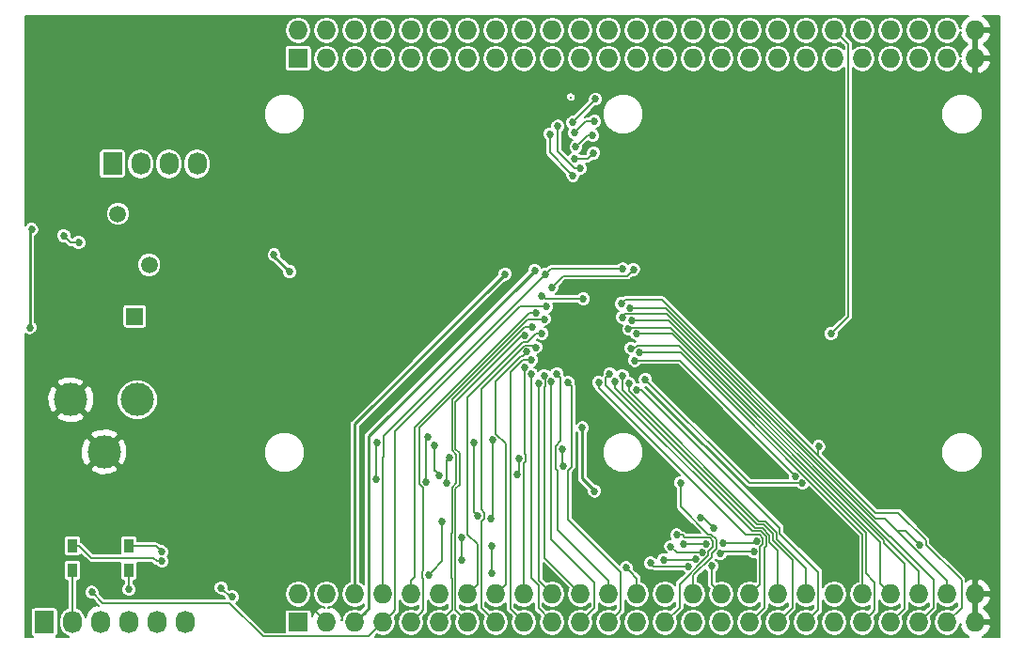
<source format=gbl>
G04 #@! TF.FileFunction,Copper,L2,Bot,Signal*
%FSLAX46Y46*%
G04 Gerber Fmt 4.6, Leading zero omitted, Abs format (unit mm)*
G04 Created by KiCad (PCBNEW 4.0.1-stable) date Wednesday, January 27, 2016 'PMt' 03:54:45 PM*
%MOMM*%
G01*
G04 APERTURE LIST*
%ADD10C,0.100000*%
%ADD11C,3.000000*%
%ADD12R,1.727200X2.032000*%
%ADD13O,1.727200X2.032000*%
%ADD14R,1.727200X1.727200*%
%ADD15O,1.727200X1.727200*%
%ADD16C,1.501140*%
%ADD17R,1.501140X1.501140*%
%ADD18R,0.900000X1.200000*%
%ADD19C,0.685800*%
%ADD20C,0.685801*%
%ADD21C,0.152400*%
%ADD22C,0.254000*%
G04 APERTURE END LIST*
D10*
D11*
X116500000Y-123200000D03*
X113500000Y-118500000D03*
X119500000Y-118500000D03*
D12*
X111140000Y-138550000D03*
D13*
X113680000Y-138550000D03*
X116220000Y-138550000D03*
X118760000Y-138550000D03*
X121300000Y-138550000D03*
X123840000Y-138550000D03*
D14*
X134000000Y-138550000D03*
D15*
X134000000Y-136010000D03*
X136540000Y-138550000D03*
X136540000Y-136010000D03*
X139080000Y-138550000D03*
X139080000Y-136010000D03*
X141620000Y-138550000D03*
X141620000Y-136010000D03*
X144160000Y-138550000D03*
X144160000Y-136010000D03*
X146700000Y-138550000D03*
X146700000Y-136010000D03*
X149240000Y-138550000D03*
X149240000Y-136010000D03*
X151780000Y-138550000D03*
X151780000Y-136010000D03*
X154320000Y-138550000D03*
X154320000Y-136010000D03*
X156860000Y-138550000D03*
X156860000Y-136010000D03*
X159400000Y-138550000D03*
X159400000Y-136010000D03*
X161940000Y-138550000D03*
X161940000Y-136010000D03*
X164480000Y-138550000D03*
X164480000Y-136010000D03*
X167020000Y-138550000D03*
X167020000Y-136010000D03*
X169560000Y-138550000D03*
X169560000Y-136010000D03*
X172100000Y-138550000D03*
X172100000Y-136010000D03*
X174640000Y-138550000D03*
X174640000Y-136010000D03*
X177180000Y-138550000D03*
X177180000Y-136010000D03*
X179720000Y-138550000D03*
X179720000Y-136010000D03*
X182260000Y-138550000D03*
X182260000Y-136010000D03*
X184800000Y-138550000D03*
X184800000Y-136010000D03*
X187340000Y-138550000D03*
X187340000Y-136010000D03*
X189880000Y-138550000D03*
X189880000Y-136010000D03*
X192420000Y-138550000D03*
X192420000Y-136010000D03*
X194960000Y-138550000D03*
X194960000Y-136010000D03*
D12*
X117250000Y-97250000D03*
D13*
X119790000Y-97250000D03*
X122330000Y-97250000D03*
X124870000Y-97250000D03*
D14*
X134000000Y-87750000D03*
D15*
X134000000Y-85210000D03*
X136540000Y-87750000D03*
X136540000Y-85210000D03*
X139080000Y-87750000D03*
X139080000Y-85210000D03*
X141620000Y-87750000D03*
X141620000Y-85210000D03*
X144160000Y-87750000D03*
X144160000Y-85210000D03*
X146700000Y-87750000D03*
X146700000Y-85210000D03*
X149240000Y-87750000D03*
X149240000Y-85210000D03*
X151780000Y-87750000D03*
X151780000Y-85210000D03*
X154320000Y-87750000D03*
X154320000Y-85210000D03*
X156860000Y-87750000D03*
X156860000Y-85210000D03*
X159400000Y-87750000D03*
X159400000Y-85210000D03*
X161940000Y-87750000D03*
X161940000Y-85210000D03*
X164480000Y-87750000D03*
X164480000Y-85210000D03*
X167020000Y-87750000D03*
X167020000Y-85210000D03*
X169560000Y-87750000D03*
X169560000Y-85210000D03*
X172100000Y-87750000D03*
X172100000Y-85210000D03*
X174640000Y-87750000D03*
X174640000Y-85210000D03*
X177180000Y-87750000D03*
X177180000Y-85210000D03*
X179720000Y-87750000D03*
X179720000Y-85210000D03*
X182260000Y-87750000D03*
X182260000Y-85210000D03*
X184800000Y-87750000D03*
X184800000Y-85210000D03*
X187340000Y-87750000D03*
X187340000Y-85210000D03*
X189880000Y-87750000D03*
X189880000Y-85210000D03*
X192420000Y-87750000D03*
X192420000Y-85210000D03*
X194960000Y-87750000D03*
X194960000Y-85210000D03*
D16*
X117750000Y-101750000D03*
X120570000Y-106340000D03*
D17*
X119250000Y-111000000D03*
D18*
X118740000Y-133870000D03*
X118740000Y-131670000D03*
X113640000Y-131660000D03*
X113640000Y-133860000D03*
D19*
X159330000Y-127190000D03*
X113500000Y-112860000D03*
X115850000Y-106300000D03*
X111490000Y-106300000D03*
X116020000Y-101740000D03*
X183380000Y-124980000D03*
X160660000Y-126740000D03*
X159550000Y-121030000D03*
X109980000Y-103150000D03*
X109830000Y-112000000D03*
X121720000Y-133050000D03*
X151398347Y-131669706D03*
X151390000Y-134140000D03*
X171984516Y-132350625D03*
X170336059Y-132274557D03*
X175010000Y-132200000D03*
X167530000Y-131730000D03*
X121690938Y-132212292D03*
X148680000Y-130881026D03*
X148666358Y-132938480D03*
X175250000Y-131230000D03*
X172210000Y-131400000D03*
X170750000Y-131500000D03*
X168650000Y-131480000D03*
X189930000Y-131570000D03*
X145727337Y-134282285D03*
X146682530Y-125283057D03*
X146290000Y-122630000D03*
X146950000Y-129460000D03*
D20*
X163832147Y-110227796D03*
D19*
X152610000Y-107170000D03*
X163220000Y-106717680D03*
D20*
X156240000Y-107200000D03*
X156142854Y-111234603D03*
X155415949Y-110663083D03*
X155032223Y-111936370D03*
X154383520Y-112736864D03*
X155910590Y-112534495D03*
X155372384Y-113770411D03*
X154573948Y-114185369D03*
X155007512Y-114906215D03*
X154339317Y-115598934D03*
X154956957Y-116165608D03*
X155641520Y-117022455D03*
X156788823Y-116834445D03*
X156134258Y-116308281D03*
X158255617Y-116945501D03*
X157265015Y-116147324D03*
D19*
X141064301Y-122346880D03*
X141010000Y-125687553D03*
X114234675Y-104336746D03*
X112880000Y-103720000D03*
X163515257Y-133651140D03*
X153867723Y-123809531D03*
X153680000Y-125257363D03*
X168075341Y-130684659D03*
X170210000Y-129100000D03*
X171410000Y-130050000D03*
X157810000Y-124500000D03*
X157750000Y-122930000D03*
X127040000Y-135460000D03*
X128030000Y-136260000D03*
X168405341Y-125996331D03*
X147625213Y-123709531D03*
X147381520Y-125998669D03*
X165714987Y-133226331D03*
X169106848Y-133513128D03*
X171210920Y-133484836D03*
X169758234Y-132887976D03*
X166894105Y-132921520D03*
D20*
X162035617Y-116147324D03*
X161045015Y-116945501D03*
X163166374Y-116308281D03*
X162511810Y-116834445D03*
D19*
X164428518Y-117619200D03*
D20*
X163737894Y-116995401D03*
D19*
X151310878Y-129253252D03*
X151466741Y-122108480D03*
X178767271Y-125417449D03*
D20*
X164285373Y-114959245D03*
D19*
X150169126Y-128940874D03*
X149830000Y-122340000D03*
X179365392Y-126004688D03*
D20*
X165240000Y-116660000D03*
X163944142Y-113869254D03*
X164700097Y-114231642D03*
X163731203Y-112148805D03*
X164470000Y-112570000D03*
X163170000Y-111070000D03*
X164043185Y-111370817D03*
D19*
X145686065Y-121885342D03*
X145505097Y-125885590D03*
X180850000Y-122710000D03*
X163087993Y-109842007D03*
X164170000Y-106770000D03*
X131810000Y-105440000D03*
X133210000Y-106960000D03*
X156800000Y-108420000D03*
X159366880Y-97670000D03*
X157350000Y-93860000D03*
X158717515Y-98299076D03*
X156630000Y-94580000D03*
X160650000Y-93420000D03*
X158840000Y-94450000D03*
X160748480Y-91410000D03*
X158699032Y-93520968D03*
X158986880Y-95700000D03*
X160500000Y-94680000D03*
X158872737Y-96808042D03*
X160590000Y-96270000D03*
X181970000Y-112540000D03*
X155900000Y-109110000D03*
X159640000Y-109410000D03*
D20*
X155280000Y-106840000D03*
D19*
X115400000Y-135850000D03*
D20*
X156330088Y-110091581D03*
D19*
X118740000Y-135600000D03*
D21*
X158500000Y-91200000D02*
X158550000Y-91250000D01*
X135666401Y-137686401D02*
X135386999Y-137406999D01*
X135386999Y-137406999D02*
X132436999Y-137406999D01*
X136540000Y-138550000D02*
X135676401Y-137686401D01*
X135676401Y-137686401D02*
X135666401Y-137686401D01*
D22*
X159330000Y-127190000D02*
X159830000Y-127690000D01*
X113500000Y-112860000D02*
X113500000Y-113344933D01*
X115850000Y-106300000D02*
X115850000Y-106930000D01*
X111490000Y-106300000D02*
X111490000Y-106770000D01*
X116020000Y-101740000D02*
X116020000Y-101255067D01*
X116020000Y-101255067D02*
X116010000Y-101245067D01*
X183380000Y-124980000D02*
X183722899Y-124637101D01*
X159550000Y-125560000D02*
X160660000Y-126670000D01*
X160660000Y-126670000D02*
X160660000Y-126740000D01*
X159550000Y-121030000D02*
X159550000Y-125560000D01*
X109830000Y-112000000D02*
X109830000Y-103300000D01*
X109830000Y-103300000D02*
X109980000Y-103150000D01*
D21*
X120955067Y-132770000D02*
X115352400Y-132770000D01*
X115352400Y-132770000D02*
X114242400Y-131660000D01*
X114242400Y-131660000D02*
X113640000Y-131660000D01*
X121720000Y-133050000D02*
X121235067Y-133050000D01*
X121235067Y-133050000D02*
X120955067Y-132770000D01*
X151390000Y-134140000D02*
X151390000Y-131678053D01*
X151390000Y-131678053D02*
X151398347Y-131669706D01*
X175010000Y-132200000D02*
X172135141Y-132200000D01*
X172135141Y-132200000D02*
X171984516Y-132350625D01*
X169851126Y-132274557D02*
X170336059Y-132274557D01*
X167530000Y-131730000D02*
X168074557Y-132274557D01*
X168074557Y-132274557D02*
X169851126Y-132274557D01*
X121348039Y-131869393D02*
X121690938Y-132212292D01*
X121148646Y-131670000D02*
X121348039Y-131869393D01*
X118740000Y-131670000D02*
X121148646Y-131670000D01*
X148666358Y-130894668D02*
X148680000Y-130881026D01*
X148666358Y-132938480D02*
X148666358Y-130894668D01*
X175080000Y-131400000D02*
X175250000Y-131230000D01*
X172210000Y-131400000D02*
X175080000Y-131400000D01*
X170730000Y-131480000D02*
X170750000Y-131500000D01*
X168650000Y-131480000D02*
X170730000Y-131480000D01*
X188660000Y-130300000D02*
X189587101Y-131227101D01*
X187931314Y-130300000D02*
X188660000Y-130300000D01*
X189587101Y-131227101D02*
X189930000Y-131570000D01*
X146070236Y-133939386D02*
X145727337Y-134282285D01*
X146950000Y-129460000D02*
X146950000Y-133059622D01*
X146950000Y-133059622D02*
X146070236Y-133939386D01*
X146290000Y-122630000D02*
X146290000Y-124890527D01*
X146339631Y-124940158D02*
X146682530Y-125283057D01*
X146290000Y-124890527D02*
X146339631Y-124940158D01*
X187931314Y-130300000D02*
X186815747Y-129184433D01*
X192420000Y-134788686D02*
X187931314Y-130300000D01*
X167037796Y-110227796D02*
X164317080Y-110227796D01*
X164317080Y-110227796D02*
X163832147Y-110227796D01*
X192420000Y-136010000D02*
X192420000Y-134788686D01*
X185994433Y-129184433D02*
X167037796Y-110227796D01*
X186815747Y-129184433D02*
X185994433Y-129184433D01*
D22*
X152610000Y-107170000D02*
X139080000Y-120700000D01*
X139080000Y-120700000D02*
X139080000Y-136010000D01*
D21*
X156240000Y-107200000D02*
X156722320Y-106717680D01*
X156722320Y-106717680D02*
X162735067Y-106717680D01*
X162735067Y-106717680D02*
X163220000Y-106717680D01*
X156240000Y-107200000D02*
X141635803Y-121804197D01*
X141635803Y-121804197D02*
X141635803Y-123665397D01*
X141620000Y-134788686D02*
X141620000Y-136010000D01*
X141620000Y-123681200D02*
X141620000Y-134788686D01*
X141635803Y-123665397D02*
X141620000Y-123681200D01*
X145252201Y-126459284D02*
X145252201Y-133911597D01*
X145252201Y-137457799D02*
X145023599Y-137686401D01*
X145023599Y-137686401D02*
X144160000Y-138550000D01*
X156142854Y-111234603D02*
X154646463Y-111234603D01*
X145155835Y-134007963D02*
X145155835Y-134556607D01*
X145252201Y-133911597D02*
X145155835Y-134007963D01*
X144910380Y-126117463D02*
X145252201Y-126459284D01*
X154646463Y-111234603D02*
X144910380Y-120970686D01*
X145252201Y-134652973D02*
X145252201Y-137457799D01*
X144910380Y-120970686D02*
X144910380Y-126117463D01*
X145155835Y-134556607D02*
X145252201Y-134652973D01*
X144160000Y-134788686D02*
X144160000Y-136010000D01*
X144454811Y-120995189D02*
X144454811Y-134493875D01*
X155415949Y-110663083D02*
X154786917Y-110663083D01*
X144454811Y-134493875D02*
X144160000Y-134788686D01*
X154786917Y-110663083D02*
X144454811Y-120995189D01*
X147842988Y-130451147D02*
X147790046Y-130504089D01*
X147790046Y-130504089D02*
X147790046Y-134526937D01*
X147842988Y-137407012D02*
X147563599Y-137686401D01*
X147842988Y-134579879D02*
X147842988Y-137407012D01*
X154375762Y-111936370D02*
X147842988Y-118469144D01*
X147842988Y-126383025D02*
X147842988Y-130451147D01*
X147842988Y-118469144D02*
X147842988Y-123065071D01*
X147842988Y-123065071D02*
X148196715Y-123418798D01*
X148196715Y-123418798D02*
X148196715Y-126029298D01*
X148196715Y-126029298D02*
X147842988Y-126383025D01*
X155032223Y-111936370D02*
X154375762Y-111936370D01*
X147790046Y-134526937D02*
X147842988Y-134579879D01*
X147563599Y-137686401D02*
X146700000Y-138550000D01*
X148147799Y-126509281D02*
X148501526Y-126155554D01*
X148094857Y-130630345D02*
X148147799Y-130577403D01*
X148147799Y-122938815D02*
X148147799Y-118752585D01*
X148147799Y-130577403D02*
X148147799Y-126509281D01*
X148501526Y-126155554D02*
X148501526Y-123292542D01*
X149240000Y-138550000D02*
X148147799Y-137457799D01*
X148094857Y-133352801D02*
X148094857Y-130630345D01*
X148147799Y-118752585D02*
X154163520Y-112736864D01*
X148147799Y-137457799D02*
X148147799Y-133405743D01*
X154163520Y-112736864D02*
X154383520Y-112736864D01*
X148501526Y-123292542D02*
X148147799Y-122938815D01*
X148147799Y-133405743D02*
X148094857Y-133352801D01*
X149240000Y-130645202D02*
X150103599Y-131508801D01*
X154211633Y-113308367D02*
X149240000Y-118280000D01*
X150103599Y-131508801D02*
X150103599Y-135146401D01*
X154651785Y-113308367D02*
X154211633Y-113308367D01*
X155910590Y-112534495D02*
X155425657Y-112534495D01*
X150103599Y-135146401D02*
X149240000Y-136010000D01*
X155425657Y-112534495D02*
X154651785Y-113308367D01*
X149240000Y-118280000D02*
X149240000Y-130645202D01*
X155215151Y-113613178D02*
X154337888Y-113613178D01*
X150916401Y-137686401D02*
X151780000Y-138550000D01*
X150450001Y-129505821D02*
X150450000Y-137220000D01*
X150740627Y-128666553D02*
X150740627Y-129215195D01*
X154337888Y-113613178D02*
X150450001Y-117501065D01*
X150450000Y-128375926D02*
X150740627Y-128666553D01*
X155372384Y-113770411D02*
X155215151Y-113613178D01*
X150450001Y-117501065D02*
X150450000Y-128375926D01*
X150450000Y-137220000D02*
X150916401Y-137686401D01*
X150740627Y-129215195D02*
X150450001Y-129505821D01*
X151780000Y-121575915D02*
X151780000Y-116828251D01*
X154231049Y-114528268D02*
X154573948Y-114185369D01*
X154079983Y-114528268D02*
X154231049Y-114528268D01*
X152643599Y-135146401D02*
X152643599Y-122439514D01*
X151780000Y-136010000D02*
X152643599Y-135146401D01*
X152643599Y-122439514D02*
X151780000Y-121575915D01*
X151780000Y-116828251D02*
X154079983Y-114528268D01*
X153080000Y-116050000D02*
X153080000Y-137310000D01*
X153080000Y-137310000D02*
X154320000Y-138550000D01*
X154223785Y-114906215D02*
X153080000Y-116050000D01*
X155007512Y-114906215D02*
X154223785Y-114906215D01*
X154320000Y-124202435D02*
X154439224Y-124083211D01*
X154439224Y-124083211D02*
X154439224Y-123441228D01*
X154339317Y-123341321D02*
X154339317Y-116083867D01*
X154320000Y-136010000D02*
X154320000Y-124202435D01*
X154439224Y-123441228D02*
X154339317Y-123341321D01*
X154339317Y-116083867D02*
X154339317Y-115598934D01*
X155610000Y-137300000D02*
X155610000Y-135191066D01*
X155610000Y-135191066D02*
X154956957Y-134538023D01*
X156860000Y-138550000D02*
X155610000Y-137300000D01*
X154956957Y-116650541D02*
X154956957Y-116165608D01*
X154956957Y-134538023D02*
X154956957Y-116650541D01*
X156860000Y-136010000D02*
X155641520Y-134791520D01*
X155641520Y-134791520D02*
X155641520Y-117022455D01*
X160680000Y-135000000D02*
X160680000Y-137270000D01*
X160680000Y-137270000D02*
X159400000Y-138550000D01*
X156788823Y-131108823D02*
X160680000Y-135000000D01*
X156788823Y-116834445D02*
X156788823Y-131108823D01*
X156134258Y-117375543D02*
X156134258Y-132744258D01*
X156213023Y-116387046D02*
X156213023Y-117296778D01*
X156134258Y-132744258D02*
X158536401Y-135146401D01*
X156213023Y-117296778D02*
X156134258Y-117375543D01*
X156134258Y-116308281D02*
X156213023Y-116387046D01*
X158536401Y-135146401D02*
X159400000Y-136010000D01*
X158598516Y-117288400D02*
X158598516Y-124557308D01*
X163032201Y-137457799D02*
X162803599Y-137686401D01*
X162803599Y-137686401D02*
X161940000Y-138550000D01*
X158255617Y-129265617D02*
X163032201Y-134042201D01*
X158255617Y-124900207D02*
X158255617Y-129265617D01*
X158598516Y-124557308D02*
X158255617Y-124900207D01*
X158255617Y-116945501D02*
X158598516Y-117288400D01*
X163032201Y-134042201D02*
X163032201Y-137457799D01*
X157360325Y-130209011D02*
X161940000Y-134788686D01*
X157178499Y-122655679D02*
X157178499Y-124714323D01*
X157178499Y-124714323D02*
X157360325Y-124896149D01*
X157607914Y-122226264D02*
X157178499Y-122655679D01*
X157607914Y-116490223D02*
X157607914Y-122226264D01*
X157360325Y-124896149D02*
X157360325Y-130209011D01*
X157265015Y-116147324D02*
X157607914Y-116490223D01*
X161940000Y-134788686D02*
X161940000Y-136010000D01*
X141010000Y-122401181D02*
X141064301Y-122346880D01*
X141010000Y-125687553D02*
X141010000Y-122401181D01*
X113749742Y-104336746D02*
X114234675Y-104336746D01*
X112880000Y-103720000D02*
X113496746Y-104336746D01*
X113496746Y-104336746D02*
X113749742Y-104336746D01*
X164480000Y-136010000D02*
X164480000Y-134615883D01*
X164480000Y-134615883D02*
X163858156Y-133994039D01*
X163858156Y-133994039D02*
X163515257Y-133651140D01*
X168330000Y-137240000D02*
X168330000Y-135126438D01*
X171024322Y-130928498D02*
X168804113Y-130928498D01*
X168804113Y-130928498D02*
X168560274Y-130684659D01*
X168560274Y-130684659D02*
X168075341Y-130684659D01*
X171321502Y-131225678D02*
X171024322Y-130928498D01*
X171321502Y-131774322D02*
X171321502Y-131225678D01*
X170907560Y-132188264D02*
X171321502Y-131774322D01*
X167020000Y-138550000D02*
X168330000Y-137240000D01*
X170907560Y-132548878D02*
X170907560Y-132188264D01*
X168330000Y-135126438D02*
X170907560Y-132548878D01*
X153867723Y-123809531D02*
X153867723Y-125069640D01*
X153867723Y-125069640D02*
X153680000Y-125257363D01*
X171410000Y-130050000D02*
X170460000Y-129100000D01*
X170460000Y-129100000D02*
X170210000Y-129100000D01*
X157750000Y-122930000D02*
X157750000Y-124440000D01*
X157750000Y-124440000D02*
X157810000Y-124500000D01*
X128030000Y-136260000D02*
X127840000Y-136260000D01*
X127840000Y-136260000D02*
X127040000Y-135460000D01*
X168405341Y-126481264D02*
X168405341Y-125996331D01*
X170887863Y-130623687D02*
X168405341Y-128141165D01*
X171150578Y-130623687D02*
X170887863Y-130623687D01*
X171212371Y-132314520D02*
X171626313Y-131900578D01*
X171212371Y-132675134D02*
X171212371Y-132314520D01*
X168405341Y-128141165D02*
X168405341Y-126481264D01*
X169560000Y-136010000D02*
X169560000Y-134327505D01*
X171626313Y-131900578D02*
X171626313Y-131099422D01*
X171626313Y-131099422D02*
X171150578Y-130623687D01*
X169560000Y-134327505D02*
X171212371Y-132675134D01*
X147381520Y-125998669D02*
X147381520Y-123953224D01*
X147381520Y-123953224D02*
X147625213Y-123709531D01*
X166001784Y-133513128D02*
X165714987Y-133226331D01*
X169106848Y-133513128D02*
X166001784Y-133513128D01*
X172100000Y-136010000D02*
X171210920Y-135120920D01*
X171210920Y-135120920D02*
X171210920Y-133969769D01*
X169724690Y-132921520D02*
X169758234Y-132887976D01*
X171210920Y-133969769D02*
X171210920Y-133484836D01*
X166894105Y-132921520D02*
X169724690Y-132921520D01*
X162035617Y-116147324D02*
X161692718Y-116490223D01*
X161692718Y-116490223D02*
X161692718Y-117196983D01*
X175960000Y-137230000D02*
X175503599Y-137686401D01*
X176126313Y-130829422D02*
X176126313Y-131673687D01*
X175960000Y-131840000D02*
X175960000Y-137230000D01*
X175650578Y-130353687D02*
X176126313Y-130829422D01*
X174849422Y-130353687D02*
X175650578Y-130353687D01*
X161692718Y-117196983D02*
X174849422Y-130353687D01*
X176126313Y-131673687D02*
X175960000Y-131840000D01*
X175503599Y-137686401D02*
X174640000Y-138550000D01*
X175821502Y-131504322D02*
X175581502Y-131744322D01*
X175821502Y-130955678D02*
X175821502Y-131504322D01*
X174273079Y-130658498D02*
X175524322Y-130658498D01*
X175524322Y-130658498D02*
X175821502Y-130955678D01*
X161045015Y-117430434D02*
X174273079Y-130658498D01*
X161045015Y-116945501D02*
X161045015Y-117430434D01*
X175503599Y-135146401D02*
X174640000Y-136010000D01*
X175581502Y-135068498D02*
X175503599Y-135146401D01*
X175581502Y-131744322D02*
X175581502Y-135068498D01*
X163166374Y-117596374D02*
X175314065Y-129744065D01*
X178470000Y-137260000D02*
X178043599Y-137686401D01*
X178043599Y-137686401D02*
X177180000Y-138550000D01*
X178470000Y-132900000D02*
X178470000Y-137260000D01*
X176735935Y-130576910D02*
X176735935Y-131165933D01*
X176735935Y-131165933D02*
X178470000Y-132900000D01*
X175314065Y-129744065D02*
X175903090Y-129744065D01*
X163166374Y-116308281D02*
X163166374Y-117596374D01*
X175903090Y-129744065D02*
X176735935Y-130576910D01*
X177180000Y-132108933D02*
X177180000Y-134788686D01*
X177180000Y-134788686D02*
X177180000Y-136010000D01*
X176431124Y-131360057D02*
X177180000Y-132108933D01*
X175776834Y-130048876D02*
X176431124Y-130703166D01*
X162511810Y-116834445D02*
X162511810Y-117440743D01*
X162511810Y-117440743D02*
X175119943Y-130048876D01*
X175119943Y-130048876D02*
X175776834Y-130048876D01*
X176431124Y-130703166D02*
X176431124Y-131360057D01*
X164913451Y-117619200D02*
X164428518Y-117619200D01*
X177345557Y-130536239D02*
X177345557Y-130051306D01*
X180812201Y-137457799D02*
X180812201Y-134002883D01*
X179720000Y-138550000D02*
X180812201Y-137457799D01*
X177345557Y-130051306D02*
X164913451Y-117619200D01*
X180812201Y-134002883D02*
X177345557Y-130536239D01*
X163737894Y-117480334D02*
X163737894Y-116995401D01*
X176029346Y-129439254D02*
X175440321Y-129439254D01*
X163737894Y-117736827D02*
X163737894Y-117480334D01*
X177040746Y-131039677D02*
X177040746Y-130450654D01*
X177040746Y-130450654D02*
X176029346Y-129439254D01*
X179720000Y-133718933D02*
X177040746Y-131039677D01*
X179720000Y-136010000D02*
X179720000Y-133718933D01*
X175440321Y-129439254D02*
X163737894Y-117736827D01*
X151466741Y-122108480D02*
X151466741Y-129097389D01*
X151466741Y-129097389D02*
X151310878Y-129253252D01*
X168309067Y-114959245D02*
X178424372Y-125074550D01*
X164285373Y-114959245D02*
X168309067Y-114959245D01*
X178424372Y-125074550D02*
X178767271Y-125417449D01*
X149830000Y-128601748D02*
X150169126Y-128940874D01*
X149830000Y-122340000D02*
X149830000Y-128601748D01*
X174584688Y-126004688D02*
X178880459Y-126004688D01*
X178880459Y-126004688D02*
X179365392Y-126004688D01*
X165240000Y-116660000D02*
X174584688Y-126004688D01*
X185104810Y-134144810D02*
X185892201Y-134932201D01*
X185892201Y-134932201D02*
X185892201Y-137457799D01*
X185892201Y-137457799D02*
X185663599Y-137686401D01*
X185663599Y-137686401D02*
X184800000Y-138550000D01*
X168260141Y-113660141D02*
X185104810Y-130504810D01*
X164565407Y-113560000D02*
X164565407Y-113605407D01*
X164565407Y-113605407D02*
X164620141Y-113660141D01*
X164620141Y-113660141D02*
X168260141Y-113660141D01*
X185104810Y-130504810D02*
X185104810Y-134144810D01*
X164372764Y-113713153D02*
X164412254Y-113713153D01*
X164412254Y-113713153D02*
X164565407Y-113560000D01*
X164216663Y-113869254D02*
X164372764Y-113713153D01*
X163944142Y-113869254D02*
X164216663Y-113869254D01*
X184800000Y-130631066D02*
X184800000Y-134788686D01*
X164700097Y-114231642D02*
X168400576Y-114231642D01*
X184800000Y-134788686D02*
X184800000Y-136010000D01*
X168400576Y-114231642D02*
X184800000Y-130631066D01*
X163881510Y-111998498D02*
X163731203Y-112148805D01*
X167515300Y-111998498D02*
X163881510Y-111998498D01*
X186689620Y-131172818D02*
X167515300Y-111998498D01*
X188560000Y-133310000D02*
X186689620Y-131439620D01*
X188560000Y-137330000D02*
X188560000Y-133310000D01*
X186689620Y-131439620D02*
X186689620Y-131172818D01*
X187340000Y-138550000D02*
X188560000Y-137330000D01*
X164954933Y-112570000D02*
X164470000Y-112570000D01*
X186384809Y-131299073D02*
X167655736Y-112570000D01*
X187340000Y-136010000D02*
X186384809Y-135054809D01*
X186384809Y-135054809D02*
X186384809Y-131299073D01*
X167655736Y-112570000D02*
X164954933Y-112570000D01*
X187228176Y-130849242D02*
X187299242Y-130849242D01*
X187299242Y-130849242D02*
X191170000Y-134720000D01*
X191170000Y-137260000D02*
X190743599Y-137686401D01*
X167178250Y-110799316D02*
X187228176Y-130849242D01*
X163170000Y-111070000D02*
X163440684Y-110799316D01*
X190743599Y-137686401D02*
X189880000Y-138550000D01*
X191170000Y-134720000D02*
X191170000Y-137260000D01*
X163440684Y-110799316D02*
X167178250Y-110799316D01*
X189880000Y-136010000D02*
X189880000Y-133932134D01*
X164528118Y-111370817D02*
X164043185Y-111370817D01*
X167318683Y-111370817D02*
X164528118Y-111370817D01*
X189880000Y-133932134D02*
X167318683Y-111370817D01*
X192420000Y-138550000D02*
X193710000Y-137260000D01*
X193710000Y-137260000D02*
X193710000Y-134760000D01*
X190498961Y-131548961D02*
X190498961Y-131176898D01*
X193710000Y-134760000D02*
X190498961Y-131548961D01*
X190498961Y-131176898D02*
X188013102Y-128691039D01*
X188013102Y-128691039D02*
X185941039Y-128691039D01*
X185941039Y-128691039D02*
X180820000Y-123570000D01*
X145505097Y-125885590D02*
X145505097Y-122066310D01*
X145505097Y-122066310D02*
X145686065Y-121885342D01*
X180820000Y-123570000D02*
X166749108Y-109499108D01*
X180820000Y-123570000D02*
X180820000Y-122740000D01*
X180820000Y-122740000D02*
X180850000Y-122710000D01*
X166749108Y-109499108D02*
X163430892Y-109499108D01*
X163430892Y-109499108D02*
X163087993Y-109842007D01*
X157880000Y-107340000D02*
X163600000Y-107340000D01*
X163827101Y-107112899D02*
X164170000Y-106770000D01*
X163600000Y-107340000D02*
X163827101Y-107112899D01*
X156800000Y-108420000D02*
X157880000Y-107340000D01*
D22*
X133210000Y-106960000D02*
X131810000Y-105560000D01*
D21*
X131810000Y-105560000D02*
X131810000Y-105440000D01*
X157350000Y-93860000D02*
X157350000Y-96138053D01*
X158881947Y-97670000D02*
X159366880Y-97670000D01*
X157350000Y-96138053D02*
X158881947Y-97670000D01*
X158374616Y-97956177D02*
X158717515Y-98299076D01*
X156630000Y-94580000D02*
X156630000Y-96211561D01*
X156630000Y-96211561D02*
X158374616Y-97956177D01*
X158840000Y-94450000D02*
X159870000Y-93420000D01*
X159870000Y-93420000D02*
X160650000Y-93420000D01*
X160748480Y-91471520D02*
X160748480Y-91410000D01*
X158699032Y-93520968D02*
X160748480Y-91471520D01*
X160006880Y-94680000D02*
X159329779Y-95357101D01*
X160500000Y-94680000D02*
X160006880Y-94680000D01*
X159329779Y-95357101D02*
X158986880Y-95700000D01*
X159357670Y-96808042D02*
X158872737Y-96808042D01*
X160051958Y-96808042D02*
X159357670Y-96808042D01*
X160590000Y-96270000D02*
X160051958Y-96808042D01*
X181970000Y-112540000D02*
X183530000Y-110980000D01*
X183530000Y-110980000D02*
X183530000Y-86470000D01*
X183530000Y-86470000D02*
X182270000Y-85210000D01*
X182270000Y-85210000D02*
X182260000Y-85210000D01*
X159640000Y-109410000D02*
X156200000Y-109410000D01*
X156200000Y-109410000D02*
X155900000Y-109110000D01*
D22*
X140326899Y-126013089D02*
X140340000Y-126026190D01*
X155280000Y-106840000D02*
X140326899Y-121793101D01*
X140326899Y-121793101D02*
X140326899Y-126013089D01*
X140340000Y-126026190D02*
X140340000Y-137290000D01*
X140340000Y-137290000D02*
X139943599Y-137686401D01*
X139943599Y-137686401D02*
X139080000Y-138550000D01*
D21*
X115400000Y-135850000D02*
X116381501Y-136831501D01*
X116381501Y-136831501D02*
X127801501Y-136831501D01*
X127801501Y-136831501D02*
X130810000Y-139840000D01*
X130810000Y-139840000D02*
X140330000Y-139840000D01*
X140330000Y-139840000D02*
X140756401Y-139413599D01*
X140756401Y-139413599D02*
X141620000Y-138550000D01*
X156330088Y-110091581D02*
X153988419Y-110091581D01*
X142712201Y-121367799D02*
X142712201Y-137457799D01*
X153988419Y-110091581D02*
X142712201Y-121367799D01*
X142712201Y-137457799D02*
X142483599Y-137686401D01*
X142483599Y-137686401D02*
X141620000Y-138550000D01*
X113640000Y-133860000D02*
X113640000Y-138510000D01*
X113640000Y-138510000D02*
X113680000Y-138550000D01*
X118740000Y-135600000D02*
X118740000Y-135115067D01*
X118740000Y-135115067D02*
X118740000Y-133870000D01*
G36*
X194259281Y-83943052D02*
X193827780Y-84307646D01*
X193568649Y-84809615D01*
X193669194Y-85032198D01*
X193583085Y-85032198D01*
X193522927Y-84729765D01*
X193264144Y-84342468D01*
X192876847Y-84083685D01*
X192420000Y-83992812D01*
X191963153Y-84083685D01*
X191575856Y-84342468D01*
X191317073Y-84729765D01*
X191226200Y-85186612D01*
X191226200Y-85233388D01*
X191317073Y-85690235D01*
X191575856Y-86077532D01*
X191963153Y-86336315D01*
X192420000Y-86427188D01*
X192876847Y-86336315D01*
X193264144Y-86077532D01*
X193522927Y-85690235D01*
X193583085Y-85387802D01*
X193669194Y-85387802D01*
X193568649Y-85610385D01*
X193827780Y-86112354D01*
X194259281Y-86476948D01*
X194266650Y-86480000D01*
X194259281Y-86483052D01*
X193827780Y-86847646D01*
X193568649Y-87349615D01*
X193669194Y-87572198D01*
X193583085Y-87572198D01*
X193522927Y-87269765D01*
X193264144Y-86882468D01*
X192876847Y-86623685D01*
X192420000Y-86532812D01*
X191963153Y-86623685D01*
X191575856Y-86882468D01*
X191317073Y-87269765D01*
X191226200Y-87726612D01*
X191226200Y-87773388D01*
X191317073Y-88230235D01*
X191575856Y-88617532D01*
X191963153Y-88876315D01*
X192420000Y-88967188D01*
X192876847Y-88876315D01*
X193264144Y-88617532D01*
X193522927Y-88230235D01*
X193583085Y-87927802D01*
X193669194Y-87927802D01*
X193568649Y-88150385D01*
X193827780Y-88652354D01*
X194259281Y-89016948D01*
X194559618Y-89141337D01*
X194782200Y-89039550D01*
X194782200Y-87927800D01*
X195137800Y-87927800D01*
X195137800Y-89039550D01*
X195360382Y-89141337D01*
X195660719Y-89016948D01*
X196092220Y-88652354D01*
X196351351Y-88150385D01*
X196250805Y-87927800D01*
X195137800Y-87927800D01*
X194782200Y-87927800D01*
X194762200Y-87927800D01*
X194762200Y-87572200D01*
X194782200Y-87572200D01*
X194782200Y-85387800D01*
X195137800Y-85387800D01*
X195137800Y-87572200D01*
X196250805Y-87572200D01*
X196351351Y-87349615D01*
X196092220Y-86847646D01*
X195660719Y-86483052D01*
X195653350Y-86480000D01*
X195660719Y-86476948D01*
X196092220Y-86112354D01*
X196351351Y-85610385D01*
X196250805Y-85387800D01*
X195137800Y-85387800D01*
X194782200Y-85387800D01*
X194762200Y-85387800D01*
X194762200Y-85032200D01*
X194782200Y-85032200D01*
X194782200Y-85012200D01*
X195137800Y-85012200D01*
X195137800Y-85032200D01*
X196250805Y-85032200D01*
X196351351Y-84809615D01*
X196092220Y-84307646D01*
X195660719Y-83943052D01*
X195569325Y-83905200D01*
X197094800Y-83905200D01*
X197094800Y-139844800D01*
X195593470Y-139844800D01*
X195660719Y-139816948D01*
X196092220Y-139452354D01*
X196351351Y-138950385D01*
X196250805Y-138727800D01*
X195137800Y-138727800D01*
X195137800Y-138747800D01*
X194782200Y-138747800D01*
X194782200Y-138727800D01*
X194762200Y-138727800D01*
X194762200Y-138372200D01*
X194782200Y-138372200D01*
X194782200Y-136187800D01*
X195137800Y-136187800D01*
X195137800Y-138372200D01*
X196250805Y-138372200D01*
X196351351Y-138149615D01*
X196092220Y-137647646D01*
X195660719Y-137283052D01*
X195653350Y-137280000D01*
X195660719Y-137276948D01*
X196092220Y-136912354D01*
X196351351Y-136410385D01*
X196250805Y-136187800D01*
X195137800Y-136187800D01*
X194782200Y-136187800D01*
X194762200Y-136187800D01*
X194762200Y-135832200D01*
X194782200Y-135832200D01*
X194782200Y-134720450D01*
X195137800Y-134720450D01*
X195137800Y-135832200D01*
X196250805Y-135832200D01*
X196351351Y-135609615D01*
X196092220Y-135107646D01*
X195660719Y-134743052D01*
X195360382Y-134618663D01*
X195137800Y-134720450D01*
X194782200Y-134720450D01*
X194559618Y-134618663D01*
X194259281Y-134743052D01*
X194116400Y-134863778D01*
X194116400Y-134760000D01*
X194085465Y-134604477D01*
X193997368Y-134472632D01*
X190905361Y-131380625D01*
X190905361Y-131176898D01*
X190904549Y-131172818D01*
X190874427Y-131021376D01*
X190786330Y-130889530D01*
X188300470Y-128403671D01*
X188168625Y-128315574D01*
X188013102Y-128284639D01*
X186109375Y-128284639D01*
X181437188Y-123612452D01*
X191919483Y-123612452D01*
X192197527Y-124285371D01*
X192711921Y-124800664D01*
X193384354Y-125079882D01*
X194112452Y-125080517D01*
X194785371Y-124802473D01*
X195300664Y-124288079D01*
X195579882Y-123615646D01*
X195580517Y-122887548D01*
X195302473Y-122214629D01*
X194788079Y-121699336D01*
X194115646Y-121420118D01*
X193387548Y-121419483D01*
X192714629Y-121697527D01*
X192199336Y-122211921D01*
X191920118Y-122884354D01*
X191919483Y-123612452D01*
X181437188Y-123612452D01*
X181226400Y-123401664D01*
X181226400Y-123282770D01*
X181230783Y-123280959D01*
X181420294Y-123091778D01*
X181522983Y-122844475D01*
X181523217Y-122576699D01*
X181420959Y-122329217D01*
X181231778Y-122139706D01*
X180984475Y-122037017D01*
X180716699Y-122036783D01*
X180469217Y-122139041D01*
X180279706Y-122328222D01*
X180242518Y-122417782D01*
X167036476Y-109211740D01*
X166904631Y-109123643D01*
X166749108Y-109092708D01*
X163430892Y-109092708D01*
X163280452Y-109122632D01*
X163275369Y-109123643D01*
X163207472Y-109169011D01*
X162954692Y-109168790D01*
X162707210Y-109271048D01*
X162517699Y-109460229D01*
X162415010Y-109707532D01*
X162414776Y-109975308D01*
X162517034Y-110222790D01*
X162706215Y-110412301D01*
X162852318Y-110472968D01*
X162789217Y-110499041D01*
X162599706Y-110688222D01*
X162497017Y-110935525D01*
X162496783Y-111203301D01*
X162599041Y-111450783D01*
X162788222Y-111640294D01*
X163035525Y-111742983D01*
X163184864Y-111743114D01*
X163160909Y-111767027D01*
X163058220Y-112014330D01*
X163057986Y-112282106D01*
X163160244Y-112529588D01*
X163349425Y-112719099D01*
X163596728Y-112821788D01*
X163845831Y-112822006D01*
X163899041Y-112950783D01*
X164088222Y-113140294D01*
X164327437Y-113239625D01*
X164278039Y-113272632D01*
X164273484Y-113277187D01*
X164078617Y-113196271D01*
X163810841Y-113196037D01*
X163563359Y-113298295D01*
X163373848Y-113487476D01*
X163271159Y-113734779D01*
X163270925Y-114002555D01*
X163373183Y-114250037D01*
X163562364Y-114439548D01*
X163767790Y-114524848D01*
X163715079Y-114577467D01*
X163612390Y-114824770D01*
X163612156Y-115092546D01*
X163714414Y-115340028D01*
X163903595Y-115529539D01*
X164150898Y-115632228D01*
X164418674Y-115632462D01*
X164666156Y-115530204D01*
X164831002Y-115365645D01*
X168140731Y-115365645D01*
X178094256Y-125319171D01*
X178094054Y-125550750D01*
X178113696Y-125598288D01*
X174753025Y-125598288D01*
X165913015Y-116758279D01*
X165913217Y-116526699D01*
X165810959Y-116279217D01*
X165621778Y-116089706D01*
X165374475Y-115987017D01*
X165106699Y-115986783D01*
X164859217Y-116089041D01*
X164669706Y-116278222D01*
X164567017Y-116525525D01*
X164566783Y-116793301D01*
X164643838Y-116979787D01*
X164562993Y-116946217D01*
X164411038Y-116946084D01*
X164411111Y-116862100D01*
X164308853Y-116614618D01*
X164119672Y-116425107D01*
X163872369Y-116322418D01*
X163839462Y-116322389D01*
X163839591Y-116174980D01*
X163737333Y-115927498D01*
X163548152Y-115737987D01*
X163300849Y-115635298D01*
X163033073Y-115635064D01*
X162785591Y-115737322D01*
X162650305Y-115872373D01*
X162606576Y-115766541D01*
X162417395Y-115577030D01*
X162170092Y-115474341D01*
X161902316Y-115474107D01*
X161654834Y-115576365D01*
X161465323Y-115765546D01*
X161362634Y-116012849D01*
X161362412Y-116267116D01*
X161319857Y-116330803D01*
X161179490Y-116272518D01*
X160911714Y-116272284D01*
X160664232Y-116374542D01*
X160474721Y-116563723D01*
X160372032Y-116811026D01*
X160371798Y-117078802D01*
X160474056Y-117326284D01*
X160653692Y-117506234D01*
X160669550Y-117585957D01*
X160757647Y-117717802D01*
X168363038Y-125323194D01*
X168272040Y-125323114D01*
X168024558Y-125425372D01*
X167835047Y-125614553D01*
X167732358Y-125861856D01*
X167732124Y-126129632D01*
X167834382Y-126377114D01*
X167998941Y-126541960D01*
X167998941Y-128141165D01*
X168029876Y-128296688D01*
X168101361Y-128403671D01*
X168117973Y-128428533D01*
X170211538Y-130522098D01*
X168972449Y-130522098D01*
X168847642Y-130397291D01*
X168715797Y-130309194D01*
X168635706Y-130293263D01*
X168457119Y-130114365D01*
X168209816Y-130011676D01*
X167942040Y-130011442D01*
X167694558Y-130113700D01*
X167505047Y-130302881D01*
X167402358Y-130550184D01*
X167402124Y-130817960D01*
X167500842Y-131056874D01*
X167396699Y-131056783D01*
X167149217Y-131159041D01*
X166959706Y-131348222D01*
X166857017Y-131595525D01*
X166856783Y-131863301D01*
X166959041Y-132110783D01*
X167144680Y-132296746D01*
X167028580Y-132248537D01*
X166760804Y-132248303D01*
X166513322Y-132350561D01*
X166323811Y-132539742D01*
X166223009Y-132782501D01*
X166096765Y-132656037D01*
X165849462Y-132553348D01*
X165581686Y-132553114D01*
X165334204Y-132655372D01*
X165144693Y-132844553D01*
X165042004Y-133091856D01*
X165041770Y-133359632D01*
X165144028Y-133607114D01*
X165333209Y-133796625D01*
X165580512Y-133899314D01*
X165848288Y-133899548D01*
X165865527Y-133892425D01*
X166001784Y-133919528D01*
X168561461Y-133919528D01*
X168725070Y-134083422D01*
X168776800Y-134104902D01*
X168042632Y-134839070D01*
X167954535Y-134970915D01*
X167923600Y-135126438D01*
X167923600Y-135231450D01*
X167864144Y-135142468D01*
X167476847Y-134883685D01*
X167020000Y-134792812D01*
X166563153Y-134883685D01*
X166175856Y-135142468D01*
X165917073Y-135529765D01*
X165826200Y-135986612D01*
X165826200Y-136033388D01*
X165917073Y-136490235D01*
X166175856Y-136877532D01*
X166563153Y-137136315D01*
X167020000Y-137227188D01*
X167476847Y-137136315D01*
X167864144Y-136877532D01*
X167923600Y-136788550D01*
X167923600Y-137071664D01*
X167533635Y-137461629D01*
X167476847Y-137423685D01*
X167020000Y-137332812D01*
X166563153Y-137423685D01*
X166175856Y-137682468D01*
X165917073Y-138069765D01*
X165826200Y-138526612D01*
X165826200Y-138573388D01*
X165917073Y-139030235D01*
X166175856Y-139417532D01*
X166563153Y-139676315D01*
X167020000Y-139767188D01*
X167476847Y-139676315D01*
X167864144Y-139417532D01*
X168122927Y-139030235D01*
X168213800Y-138573388D01*
X168213800Y-138526612D01*
X168366200Y-138526612D01*
X168366200Y-138573388D01*
X168457073Y-139030235D01*
X168715856Y-139417532D01*
X169103153Y-139676315D01*
X169560000Y-139767188D01*
X170016847Y-139676315D01*
X170404144Y-139417532D01*
X170662927Y-139030235D01*
X170753800Y-138573388D01*
X170753800Y-138526612D01*
X170906200Y-138526612D01*
X170906200Y-138573388D01*
X170997073Y-139030235D01*
X171255856Y-139417532D01*
X171643153Y-139676315D01*
X172100000Y-139767188D01*
X172556847Y-139676315D01*
X172944144Y-139417532D01*
X173202927Y-139030235D01*
X173293800Y-138573388D01*
X173293800Y-138526612D01*
X173202927Y-138069765D01*
X172944144Y-137682468D01*
X172556847Y-137423685D01*
X172100000Y-137332812D01*
X171643153Y-137423685D01*
X171255856Y-137682468D01*
X170997073Y-138069765D01*
X170906200Y-138526612D01*
X170753800Y-138526612D01*
X170662927Y-138069765D01*
X170404144Y-137682468D01*
X170016847Y-137423685D01*
X169560000Y-137332812D01*
X169103153Y-137423685D01*
X168715856Y-137682468D01*
X168457073Y-138069765D01*
X168366200Y-138526612D01*
X168213800Y-138526612D01*
X168122927Y-138069765D01*
X168103719Y-138041017D01*
X168617368Y-137527368D01*
X168658692Y-137465523D01*
X168705465Y-137395523D01*
X168736400Y-137240000D01*
X168736400Y-136891259D01*
X169103153Y-137136315D01*
X169560000Y-137227188D01*
X170016847Y-137136315D01*
X170404144Y-136877532D01*
X170662927Y-136490235D01*
X170753800Y-136033388D01*
X170753800Y-135986612D01*
X170662927Y-135529765D01*
X170404144Y-135142468D01*
X170016847Y-134883685D01*
X169966400Y-134873650D01*
X169966400Y-134495841D01*
X170627290Y-133834952D01*
X170639961Y-133865619D01*
X170804520Y-134030465D01*
X170804520Y-135120920D01*
X170835455Y-135276443D01*
X170888525Y-135355867D01*
X170923552Y-135408288D01*
X171016281Y-135501017D01*
X170997073Y-135529765D01*
X170906200Y-135986612D01*
X170906200Y-136033388D01*
X170997073Y-136490235D01*
X171255856Y-136877532D01*
X171643153Y-137136315D01*
X172100000Y-137227188D01*
X172556847Y-137136315D01*
X172944144Y-136877532D01*
X173202927Y-136490235D01*
X173293800Y-136033388D01*
X173293800Y-135986612D01*
X173202927Y-135529765D01*
X172944144Y-135142468D01*
X172556847Y-134883685D01*
X172100000Y-134792812D01*
X171643153Y-134883685D01*
X171617320Y-134900946D01*
X171617320Y-134030223D01*
X171781214Y-133866614D01*
X171883903Y-133619311D01*
X171884137Y-133351535D01*
X171781879Y-133104053D01*
X171592698Y-132914542D01*
X171545015Y-132894742D01*
X171557682Y-132875785D01*
X171602738Y-132920919D01*
X171850041Y-133023608D01*
X172117817Y-133023842D01*
X172365299Y-132921584D01*
X172554810Y-132732403D01*
X172607131Y-132606400D01*
X174464613Y-132606400D01*
X174628222Y-132770294D01*
X174875525Y-132872983D01*
X175143301Y-132873217D01*
X175175102Y-132860077D01*
X175175102Y-134900162D01*
X175153635Y-134921629D01*
X175096847Y-134883685D01*
X174640000Y-134792812D01*
X174183153Y-134883685D01*
X173795856Y-135142468D01*
X173537073Y-135529765D01*
X173446200Y-135986612D01*
X173446200Y-136033388D01*
X173537073Y-136490235D01*
X173795856Y-136877532D01*
X174183153Y-137136315D01*
X174640000Y-137227188D01*
X175096847Y-137136315D01*
X175484144Y-136877532D01*
X175553600Y-136773584D01*
X175553600Y-137061663D01*
X175216231Y-137399033D01*
X175153635Y-137461629D01*
X175096847Y-137423685D01*
X174640000Y-137332812D01*
X174183153Y-137423685D01*
X173795856Y-137682468D01*
X173537073Y-138069765D01*
X173446200Y-138526612D01*
X173446200Y-138573388D01*
X173537073Y-139030235D01*
X173795856Y-139417532D01*
X174183153Y-139676315D01*
X174640000Y-139767188D01*
X175096847Y-139676315D01*
X175484144Y-139417532D01*
X175742927Y-139030235D01*
X175833800Y-138573388D01*
X175833800Y-138526612D01*
X175742927Y-138069765D01*
X175723719Y-138041017D01*
X175790967Y-137973769D01*
X176247368Y-137517369D01*
X176335465Y-137385523D01*
X176342584Y-137349731D01*
X176366400Y-137230000D01*
X176366400Y-136897941D01*
X176723153Y-137136315D01*
X177180000Y-137227188D01*
X177636847Y-137136315D01*
X178024144Y-136877532D01*
X178063600Y-136818482D01*
X178063600Y-137091664D01*
X177693635Y-137461629D01*
X177636847Y-137423685D01*
X177180000Y-137332812D01*
X176723153Y-137423685D01*
X176335856Y-137682468D01*
X176077073Y-138069765D01*
X175986200Y-138526612D01*
X175986200Y-138573388D01*
X176077073Y-139030235D01*
X176335856Y-139417532D01*
X176723153Y-139676315D01*
X177180000Y-139767188D01*
X177636847Y-139676315D01*
X178024144Y-139417532D01*
X178282927Y-139030235D01*
X178373800Y-138573388D01*
X178373800Y-138526612D01*
X178282927Y-138069765D01*
X178263719Y-138041017D01*
X178757368Y-137547368D01*
X178845465Y-137415523D01*
X178876400Y-137260000D01*
X178876400Y-136877895D01*
X179263153Y-137136315D01*
X179720000Y-137227188D01*
X180176847Y-137136315D01*
X180405801Y-136983333D01*
X180405801Y-137289462D01*
X180233634Y-137461629D01*
X180176847Y-137423685D01*
X179720000Y-137332812D01*
X179263153Y-137423685D01*
X178875856Y-137682468D01*
X178617073Y-138069765D01*
X178526200Y-138526612D01*
X178526200Y-138573388D01*
X178617073Y-139030235D01*
X178875856Y-139417532D01*
X179263153Y-139676315D01*
X179720000Y-139767188D01*
X180176847Y-139676315D01*
X180564144Y-139417532D01*
X180822927Y-139030235D01*
X180913800Y-138573388D01*
X180913800Y-138526612D01*
X181066200Y-138526612D01*
X181066200Y-138573388D01*
X181157073Y-139030235D01*
X181415856Y-139417532D01*
X181803153Y-139676315D01*
X182260000Y-139767188D01*
X182716847Y-139676315D01*
X183104144Y-139417532D01*
X183362927Y-139030235D01*
X183453800Y-138573388D01*
X183453800Y-138526612D01*
X183362927Y-138069765D01*
X183104144Y-137682468D01*
X182716847Y-137423685D01*
X182260000Y-137332812D01*
X181803153Y-137423685D01*
X181415856Y-137682468D01*
X181157073Y-138069765D01*
X181066200Y-138526612D01*
X180913800Y-138526612D01*
X180822927Y-138069765D01*
X180803719Y-138041018D01*
X181099569Y-137745168D01*
X181187666Y-137613322D01*
X181192828Y-137587368D01*
X181218601Y-137457799D01*
X181218601Y-136582318D01*
X181415856Y-136877532D01*
X181803153Y-137136315D01*
X182260000Y-137227188D01*
X182716847Y-137136315D01*
X183104144Y-136877532D01*
X183362927Y-136490235D01*
X183453800Y-136033388D01*
X183453800Y-135986612D01*
X183362927Y-135529765D01*
X183104144Y-135142468D01*
X182716847Y-134883685D01*
X182260000Y-134792812D01*
X181803153Y-134883685D01*
X181415856Y-135142468D01*
X181218601Y-135437682D01*
X181218601Y-134002883D01*
X181187666Y-133847360D01*
X181099569Y-133715515D01*
X177751957Y-130367903D01*
X177751957Y-130051306D01*
X177721022Y-129895783D01*
X177632925Y-129763938D01*
X165202054Y-117333067D01*
X165338451Y-117333187D01*
X174297320Y-126292057D01*
X174429166Y-126380154D01*
X174584688Y-126411088D01*
X178820005Y-126411088D01*
X178983614Y-126574982D01*
X179230917Y-126677671D01*
X179498693Y-126677905D01*
X179746175Y-126575647D01*
X179935686Y-126386466D01*
X179948883Y-126354685D01*
X184393600Y-130799402D01*
X184393600Y-134873650D01*
X184343153Y-134883685D01*
X183955856Y-135142468D01*
X183697073Y-135529765D01*
X183606200Y-135986612D01*
X183606200Y-136033388D01*
X183697073Y-136490235D01*
X183955856Y-136877532D01*
X184343153Y-137136315D01*
X184800000Y-137227188D01*
X185256847Y-137136315D01*
X185485801Y-136983333D01*
X185485801Y-137289463D01*
X185313635Y-137461629D01*
X185256847Y-137423685D01*
X184800000Y-137332812D01*
X184343153Y-137423685D01*
X183955856Y-137682468D01*
X183697073Y-138069765D01*
X183606200Y-138526612D01*
X183606200Y-138573388D01*
X183697073Y-139030235D01*
X183955856Y-139417532D01*
X184343153Y-139676315D01*
X184800000Y-139767188D01*
X185256847Y-139676315D01*
X185644144Y-139417532D01*
X185902927Y-139030235D01*
X185993800Y-138573388D01*
X185993800Y-138526612D01*
X185902927Y-138069765D01*
X185883719Y-138041017D01*
X186179569Y-137745167D01*
X186267666Y-137613322D01*
X186298601Y-137457799D01*
X186298601Y-136582318D01*
X186495856Y-136877532D01*
X186883153Y-137136315D01*
X187340000Y-137227188D01*
X187796847Y-137136315D01*
X188153600Y-136897941D01*
X188153600Y-137161663D01*
X187853634Y-137461629D01*
X187796847Y-137423685D01*
X187340000Y-137332812D01*
X186883153Y-137423685D01*
X186495856Y-137682468D01*
X186237073Y-138069765D01*
X186146200Y-138526612D01*
X186146200Y-138573388D01*
X186237073Y-139030235D01*
X186495856Y-139417532D01*
X186883153Y-139676315D01*
X187340000Y-139767188D01*
X187796847Y-139676315D01*
X188184144Y-139417532D01*
X188442927Y-139030235D01*
X188533800Y-138573388D01*
X188533800Y-138526612D01*
X188442927Y-138069765D01*
X188423719Y-138041018D01*
X188847369Y-137617368D01*
X188935466Y-137485522D01*
X188966400Y-137330000D01*
X188966400Y-136773584D01*
X189035856Y-136877532D01*
X189423153Y-137136315D01*
X189880000Y-137227188D01*
X190336847Y-137136315D01*
X190724144Y-136877532D01*
X190763600Y-136818482D01*
X190763600Y-137091664D01*
X190393635Y-137461629D01*
X190336847Y-137423685D01*
X189880000Y-137332812D01*
X189423153Y-137423685D01*
X189035856Y-137682468D01*
X188777073Y-138069765D01*
X188686200Y-138526612D01*
X188686200Y-138573388D01*
X188777073Y-139030235D01*
X189035856Y-139417532D01*
X189423153Y-139676315D01*
X189880000Y-139767188D01*
X190336847Y-139676315D01*
X190724144Y-139417532D01*
X190982927Y-139030235D01*
X191073800Y-138573388D01*
X191073800Y-138526612D01*
X190982927Y-138069765D01*
X190963719Y-138041017D01*
X191457368Y-137547368D01*
X191545465Y-137415523D01*
X191576400Y-137260000D01*
X191576400Y-136877895D01*
X191963153Y-137136315D01*
X192420000Y-137227188D01*
X192876847Y-137136315D01*
X193264144Y-136877532D01*
X193303600Y-136818482D01*
X193303600Y-137091663D01*
X192933634Y-137461629D01*
X192876847Y-137423685D01*
X192420000Y-137332812D01*
X191963153Y-137423685D01*
X191575856Y-137682468D01*
X191317073Y-138069765D01*
X191226200Y-138526612D01*
X191226200Y-138573388D01*
X191317073Y-139030235D01*
X191575856Y-139417532D01*
X191963153Y-139676315D01*
X192420000Y-139767188D01*
X192876847Y-139676315D01*
X193264144Y-139417532D01*
X193522927Y-139030235D01*
X193583085Y-138727802D01*
X193669194Y-138727802D01*
X193568649Y-138950385D01*
X193827780Y-139452354D01*
X194259281Y-139816948D01*
X194326530Y-139844800D01*
X140899936Y-139844800D01*
X141106365Y-139638371D01*
X141163153Y-139676315D01*
X141620000Y-139767188D01*
X142076847Y-139676315D01*
X142464144Y-139417532D01*
X142722927Y-139030235D01*
X142813800Y-138573388D01*
X142813800Y-138526612D01*
X142722927Y-138069765D01*
X142703719Y-138041017D01*
X142999569Y-137745167D01*
X143087666Y-137613322D01*
X143118601Y-137457799D01*
X143118601Y-136582318D01*
X143315856Y-136877532D01*
X143703153Y-137136315D01*
X144160000Y-137227188D01*
X144616847Y-137136315D01*
X144845801Y-136983333D01*
X144845801Y-137289463D01*
X144673635Y-137461629D01*
X144616847Y-137423685D01*
X144160000Y-137332812D01*
X143703153Y-137423685D01*
X143315856Y-137682468D01*
X143057073Y-138069765D01*
X142966200Y-138526612D01*
X142966200Y-138573388D01*
X143057073Y-139030235D01*
X143315856Y-139417532D01*
X143703153Y-139676315D01*
X144160000Y-139767188D01*
X144616847Y-139676315D01*
X145004144Y-139417532D01*
X145262927Y-139030235D01*
X145353800Y-138573388D01*
X145353800Y-138526612D01*
X145262927Y-138069765D01*
X145243719Y-138041017D01*
X145539569Y-137745167D01*
X145627666Y-137613322D01*
X145658601Y-137457799D01*
X145658601Y-136582318D01*
X145855856Y-136877532D01*
X146243153Y-137136315D01*
X146700000Y-137227188D01*
X147156847Y-137136315D01*
X147436588Y-136949398D01*
X147436588Y-137238676D01*
X147213635Y-137461629D01*
X147156847Y-137423685D01*
X146700000Y-137332812D01*
X146243153Y-137423685D01*
X145855856Y-137682468D01*
X145597073Y-138069765D01*
X145506200Y-138526612D01*
X145506200Y-138573388D01*
X145597073Y-139030235D01*
X145855856Y-139417532D01*
X146243153Y-139676315D01*
X146700000Y-139767188D01*
X147156847Y-139676315D01*
X147544144Y-139417532D01*
X147802927Y-139030235D01*
X147893800Y-138573388D01*
X147893800Y-138526612D01*
X147802927Y-138069765D01*
X147783719Y-138041017D01*
X147970000Y-137854736D01*
X148156281Y-138041018D01*
X148137073Y-138069765D01*
X148046200Y-138526612D01*
X148046200Y-138573388D01*
X148137073Y-139030235D01*
X148395856Y-139417532D01*
X148783153Y-139676315D01*
X149240000Y-139767188D01*
X149696847Y-139676315D01*
X150084144Y-139417532D01*
X150342927Y-139030235D01*
X150433800Y-138573388D01*
X150433800Y-138526612D01*
X150342927Y-138069765D01*
X150084144Y-137682468D01*
X149696847Y-137423685D01*
X149240000Y-137332812D01*
X148783153Y-137423685D01*
X148726365Y-137461629D01*
X148554199Y-137289463D01*
X148554199Y-136983333D01*
X148783153Y-137136315D01*
X149240000Y-137227188D01*
X149696847Y-137136315D01*
X150043600Y-136904623D01*
X150043600Y-137220000D01*
X150074535Y-137375523D01*
X150162632Y-137507368D01*
X150696281Y-138041017D01*
X150677073Y-138069765D01*
X150586200Y-138526612D01*
X150586200Y-138573388D01*
X150677073Y-139030235D01*
X150935856Y-139417532D01*
X151323153Y-139676315D01*
X151780000Y-139767188D01*
X152236847Y-139676315D01*
X152624144Y-139417532D01*
X152882927Y-139030235D01*
X152973800Y-138573388D01*
X152973800Y-138526612D01*
X152882927Y-138069765D01*
X152624144Y-137682468D01*
X152236847Y-137423685D01*
X151780000Y-137332812D01*
X151323153Y-137423685D01*
X151266365Y-137461629D01*
X150856400Y-137051664D01*
X150856400Y-136758618D01*
X150935856Y-136877532D01*
X151323153Y-137136315D01*
X151780000Y-137227188D01*
X152236847Y-137136315D01*
X152624144Y-136877532D01*
X152673600Y-136803516D01*
X152673600Y-137310000D01*
X152704535Y-137465523D01*
X152785950Y-137587368D01*
X152792632Y-137597368D01*
X153236281Y-138041017D01*
X153217073Y-138069765D01*
X153126200Y-138526612D01*
X153126200Y-138573388D01*
X153217073Y-139030235D01*
X153475856Y-139417532D01*
X153863153Y-139676315D01*
X154320000Y-139767188D01*
X154776847Y-139676315D01*
X155164144Y-139417532D01*
X155422927Y-139030235D01*
X155513800Y-138573388D01*
X155513800Y-138526612D01*
X155422927Y-138069765D01*
X155164144Y-137682468D01*
X154776847Y-137423685D01*
X154320000Y-137332812D01*
X153863153Y-137423685D01*
X153806365Y-137461629D01*
X153486400Y-137141664D01*
X153486400Y-136884577D01*
X153863153Y-137136315D01*
X154320000Y-137227188D01*
X154776847Y-137136315D01*
X155164144Y-136877532D01*
X155203600Y-136818482D01*
X155203600Y-137300000D01*
X155234535Y-137455523D01*
X155306038Y-137562534D01*
X155322632Y-137587368D01*
X155776281Y-138041017D01*
X155757073Y-138069765D01*
X155666200Y-138526612D01*
X155666200Y-138573388D01*
X155757073Y-139030235D01*
X156015856Y-139417532D01*
X156403153Y-139676315D01*
X156860000Y-139767188D01*
X157316847Y-139676315D01*
X157704144Y-139417532D01*
X157962927Y-139030235D01*
X158053800Y-138573388D01*
X158053800Y-138526612D01*
X157962927Y-138069765D01*
X157704144Y-137682468D01*
X157316847Y-137423685D01*
X156860000Y-137332812D01*
X156403153Y-137423685D01*
X156346365Y-137461629D01*
X156016400Y-137131664D01*
X156016400Y-136877895D01*
X156403153Y-137136315D01*
X156860000Y-137227188D01*
X157316847Y-137136315D01*
X157704144Y-136877532D01*
X157962927Y-136490235D01*
X158053800Y-136033388D01*
X158053800Y-135986612D01*
X157962927Y-135529765D01*
X157704144Y-135142468D01*
X157316847Y-134883685D01*
X156860000Y-134792812D01*
X156403153Y-134883685D01*
X156346365Y-134921629D01*
X156047920Y-134623184D01*
X156047920Y-133232656D01*
X158316281Y-135501017D01*
X158297073Y-135529765D01*
X158206200Y-135986612D01*
X158206200Y-136033388D01*
X158297073Y-136490235D01*
X158555856Y-136877532D01*
X158943153Y-137136315D01*
X159400000Y-137227188D01*
X159856847Y-137136315D01*
X160244144Y-136877532D01*
X160273600Y-136833448D01*
X160273600Y-137101664D01*
X159913635Y-137461629D01*
X159856847Y-137423685D01*
X159400000Y-137332812D01*
X158943153Y-137423685D01*
X158555856Y-137682468D01*
X158297073Y-138069765D01*
X158206200Y-138526612D01*
X158206200Y-138573388D01*
X158297073Y-139030235D01*
X158555856Y-139417532D01*
X158943153Y-139676315D01*
X159400000Y-139767188D01*
X159856847Y-139676315D01*
X160244144Y-139417532D01*
X160502927Y-139030235D01*
X160593800Y-138573388D01*
X160593800Y-138526612D01*
X160502927Y-138069765D01*
X160483719Y-138041017D01*
X160967368Y-137557368D01*
X161055465Y-137425523D01*
X161063421Y-137385523D01*
X161086400Y-137270000D01*
X161086400Y-136863380D01*
X161095856Y-136877532D01*
X161483153Y-137136315D01*
X161940000Y-137227188D01*
X162396847Y-137136315D01*
X162625801Y-136983333D01*
X162625801Y-137289463D01*
X162453635Y-137461629D01*
X162396847Y-137423685D01*
X161940000Y-137332812D01*
X161483153Y-137423685D01*
X161095856Y-137682468D01*
X160837073Y-138069765D01*
X160746200Y-138526612D01*
X160746200Y-138573388D01*
X160837073Y-139030235D01*
X161095856Y-139417532D01*
X161483153Y-139676315D01*
X161940000Y-139767188D01*
X162396847Y-139676315D01*
X162784144Y-139417532D01*
X163042927Y-139030235D01*
X163133800Y-138573388D01*
X163133800Y-138526612D01*
X163286200Y-138526612D01*
X163286200Y-138573388D01*
X163377073Y-139030235D01*
X163635856Y-139417532D01*
X164023153Y-139676315D01*
X164480000Y-139767188D01*
X164936847Y-139676315D01*
X165324144Y-139417532D01*
X165582927Y-139030235D01*
X165673800Y-138573388D01*
X165673800Y-138526612D01*
X165582927Y-138069765D01*
X165324144Y-137682468D01*
X164936847Y-137423685D01*
X164480000Y-137332812D01*
X164023153Y-137423685D01*
X163635856Y-137682468D01*
X163377073Y-138069765D01*
X163286200Y-138526612D01*
X163133800Y-138526612D01*
X163042927Y-138069765D01*
X163023719Y-138041017D01*
X163319569Y-137745167D01*
X163407666Y-137613322D01*
X163438601Y-137457799D01*
X163438601Y-136582318D01*
X163635856Y-136877532D01*
X164023153Y-137136315D01*
X164480000Y-137227188D01*
X164936847Y-137136315D01*
X165324144Y-136877532D01*
X165582927Y-136490235D01*
X165673800Y-136033388D01*
X165673800Y-135986612D01*
X165582927Y-135529765D01*
X165324144Y-135142468D01*
X164936847Y-134883685D01*
X164886400Y-134873650D01*
X164886400Y-134615883D01*
X164855465Y-134460360D01*
X164767368Y-134328515D01*
X164188272Y-133749419D01*
X164188474Y-133517839D01*
X164086216Y-133270357D01*
X163897035Y-133080846D01*
X163649732Y-132978157D01*
X163381956Y-132977923D01*
X163134474Y-133080181D01*
X162944963Y-133269362D01*
X162912435Y-133347699D01*
X158662017Y-129097281D01*
X158662017Y-125068543D01*
X158885884Y-124844676D01*
X158973981Y-124712831D01*
X158979105Y-124687069D01*
X159004916Y-124557308D01*
X159004916Y-121436703D01*
X159092800Y-121524740D01*
X159092800Y-125560000D01*
X159127602Y-125734963D01*
X159226711Y-125883289D01*
X159986984Y-126643562D01*
X159986783Y-126873301D01*
X160089041Y-127120783D01*
X160278222Y-127310294D01*
X160525525Y-127412983D01*
X160793301Y-127413217D01*
X161040783Y-127310959D01*
X161230294Y-127121778D01*
X161332983Y-126874475D01*
X161333217Y-126606699D01*
X161230959Y-126359217D01*
X161041778Y-126169706D01*
X160794475Y-126067017D01*
X160703516Y-126066938D01*
X160007200Y-125370622D01*
X160007200Y-123612452D01*
X161419483Y-123612452D01*
X161697527Y-124285371D01*
X162211921Y-124800664D01*
X162884354Y-125079882D01*
X163612452Y-125080517D01*
X164285371Y-124802473D01*
X164800664Y-124288079D01*
X165079882Y-123615646D01*
X165080517Y-122887548D01*
X164802473Y-122214629D01*
X164288079Y-121699336D01*
X163615646Y-121420118D01*
X162887548Y-121419483D01*
X162214629Y-121697527D01*
X161699336Y-122211921D01*
X161420118Y-122884354D01*
X161419483Y-123612452D01*
X160007200Y-123612452D01*
X160007200Y-121524675D01*
X160120294Y-121411778D01*
X160222983Y-121164475D01*
X160223217Y-120896699D01*
X160120959Y-120649217D01*
X159931778Y-120459706D01*
X159684475Y-120357017D01*
X159416699Y-120356783D01*
X159169217Y-120459041D01*
X159004916Y-120623056D01*
X159004916Y-117288400D01*
X158973981Y-117132877D01*
X158928613Y-117064980D01*
X158928834Y-116812200D01*
X158826576Y-116564718D01*
X158637395Y-116375207D01*
X158390092Y-116272518D01*
X158122316Y-116272284D01*
X157980757Y-116330775D01*
X157938011Y-116266803D01*
X157938232Y-116014023D01*
X157835974Y-115766541D01*
X157646793Y-115577030D01*
X157399490Y-115474341D01*
X157131714Y-115474107D01*
X156884232Y-115576365D01*
X156694721Y-115765546D01*
X156650311Y-115872497D01*
X156516036Y-115737987D01*
X156268733Y-115635298D01*
X156000957Y-115635064D01*
X155753475Y-115737322D01*
X155579888Y-115910607D01*
X155527916Y-115784825D01*
X155338735Y-115595314D01*
X155220847Y-115546363D01*
X155388295Y-115477174D01*
X155577806Y-115287993D01*
X155680495Y-115040690D01*
X155680729Y-114772914D01*
X155578471Y-114525432D01*
X155496802Y-114443620D01*
X155505685Y-114443628D01*
X155753167Y-114341370D01*
X155942678Y-114152189D01*
X156045367Y-113904886D01*
X156045601Y-113637110D01*
X155943343Y-113389628D01*
X155754162Y-113200117D01*
X155506859Y-113097428D01*
X155437521Y-113097367D01*
X155479499Y-113055389D01*
X155528812Y-113104789D01*
X155776115Y-113207478D01*
X156043891Y-113207712D01*
X156291373Y-113105454D01*
X156480884Y-112916273D01*
X156583573Y-112668970D01*
X156583807Y-112401194D01*
X156481549Y-112153712D01*
X156292368Y-111964201D01*
X156156335Y-111907715D01*
X156276155Y-111907820D01*
X156523637Y-111805562D01*
X156713148Y-111616381D01*
X156815837Y-111369078D01*
X156816071Y-111101302D01*
X156713813Y-110853820D01*
X156577768Y-110717537D01*
X156710871Y-110662540D01*
X156900382Y-110473359D01*
X157003071Y-110226056D01*
X157003305Y-109958280D01*
X156944681Y-109816400D01*
X159094613Y-109816400D01*
X159258222Y-109980294D01*
X159505525Y-110082983D01*
X159773301Y-110083217D01*
X160020783Y-109980959D01*
X160210294Y-109791778D01*
X160312983Y-109544475D01*
X160313217Y-109276699D01*
X160210959Y-109029217D01*
X160021778Y-108839706D01*
X159774475Y-108737017D01*
X159506699Y-108736783D01*
X159259217Y-108839041D01*
X159094371Y-109003600D01*
X157150190Y-109003600D01*
X157180783Y-108990959D01*
X157370294Y-108801778D01*
X157472983Y-108554475D01*
X157473187Y-108321549D01*
X158048336Y-107746400D01*
X163600000Y-107746400D01*
X163755523Y-107715465D01*
X163887368Y-107627368D01*
X164071721Y-107443015D01*
X164303301Y-107443217D01*
X164550783Y-107340959D01*
X164740294Y-107151778D01*
X164842983Y-106904475D01*
X164843217Y-106636699D01*
X164740959Y-106389217D01*
X164551778Y-106199706D01*
X164304475Y-106097017D01*
X164036699Y-106096783D01*
X163789217Y-106199041D01*
X163721162Y-106266978D01*
X163601778Y-106147386D01*
X163354475Y-106044697D01*
X163086699Y-106044463D01*
X162839217Y-106146721D01*
X162674371Y-106311280D01*
X156722320Y-106311280D01*
X156566797Y-106342215D01*
X156434951Y-106430312D01*
X156338278Y-106526985D01*
X156106699Y-106526783D01*
X155912100Y-106607190D01*
X155850959Y-106459217D01*
X155661778Y-106269706D01*
X155414475Y-106167017D01*
X155146699Y-106166783D01*
X154899217Y-106269041D01*
X154709706Y-106458222D01*
X154607017Y-106705525D01*
X154606876Y-106866546D01*
X140003610Y-121469812D01*
X139904501Y-121618138D01*
X139869699Y-121793101D01*
X139869699Y-126013089D01*
X139882800Y-126078953D01*
X139882800Y-135114843D01*
X139537200Y-134883921D01*
X139537200Y-120889378D01*
X152583502Y-107843077D01*
X152743301Y-107843217D01*
X152990783Y-107740959D01*
X153180294Y-107551778D01*
X153282983Y-107304475D01*
X153283217Y-107036699D01*
X153180959Y-106789217D01*
X152991778Y-106599706D01*
X152744475Y-106497017D01*
X152476699Y-106496783D01*
X152229217Y-106599041D01*
X152039706Y-106788222D01*
X151937017Y-107035525D01*
X151936876Y-107196545D01*
X138756711Y-120376711D01*
X138657602Y-120525037D01*
X138622800Y-120700000D01*
X138622800Y-134883921D01*
X138235856Y-135142468D01*
X137977073Y-135529765D01*
X137886200Y-135986612D01*
X137886200Y-136033388D01*
X137977073Y-136490235D01*
X138235856Y-136877532D01*
X138623153Y-137136315D01*
X139080000Y-137227188D01*
X139536847Y-137136315D01*
X139882800Y-136905157D01*
X139882800Y-137100622D01*
X139620312Y-137363110D01*
X139620309Y-137363112D01*
X139550568Y-137432853D01*
X139536847Y-137423685D01*
X139080000Y-137332812D01*
X138623153Y-137423685D01*
X138235856Y-137682468D01*
X137977073Y-138069765D01*
X137916915Y-138372198D01*
X137830806Y-138372198D01*
X137931351Y-138149615D01*
X137672220Y-137647646D01*
X137240719Y-137283052D01*
X136940382Y-137158663D01*
X136717802Y-137260449D01*
X136717802Y-137191821D01*
X136996847Y-137136315D01*
X137384144Y-136877532D01*
X137642927Y-136490235D01*
X137733800Y-136033388D01*
X137733800Y-135986612D01*
X137642927Y-135529765D01*
X137384144Y-135142468D01*
X136996847Y-134883685D01*
X136540000Y-134792812D01*
X136083153Y-134883685D01*
X135695856Y-135142468D01*
X135437073Y-135529765D01*
X135346200Y-135986612D01*
X135346200Y-136033388D01*
X135437073Y-136490235D01*
X135695856Y-136877532D01*
X136083153Y-137136315D01*
X136362198Y-137191821D01*
X136362198Y-137260449D01*
X136139618Y-137158663D01*
X135839281Y-137283052D01*
X135407780Y-137647646D01*
X135200269Y-138049621D01*
X135200269Y-137686400D01*
X135177244Y-137564035D01*
X135104927Y-137451651D01*
X134994583Y-137376256D01*
X134863600Y-137349731D01*
X133136400Y-137349731D01*
X133014035Y-137372756D01*
X132901651Y-137445073D01*
X132826256Y-137555417D01*
X132799731Y-137686400D01*
X132799731Y-139413600D01*
X132803494Y-139433600D01*
X130978336Y-139433600D01*
X128385954Y-136841218D01*
X128410783Y-136830959D01*
X128600294Y-136641778D01*
X128702983Y-136394475D01*
X128703217Y-136126699D01*
X128645334Y-135986612D01*
X132806200Y-135986612D01*
X132806200Y-136033388D01*
X132897073Y-136490235D01*
X133155856Y-136877532D01*
X133543153Y-137136315D01*
X134000000Y-137227188D01*
X134456847Y-137136315D01*
X134844144Y-136877532D01*
X135102927Y-136490235D01*
X135193800Y-136033388D01*
X135193800Y-135986612D01*
X135102927Y-135529765D01*
X134844144Y-135142468D01*
X134456847Y-134883685D01*
X134000000Y-134792812D01*
X133543153Y-134883685D01*
X133155856Y-135142468D01*
X132897073Y-135529765D01*
X132806200Y-135986612D01*
X128645334Y-135986612D01*
X128600959Y-135879217D01*
X128411778Y-135689706D01*
X128164475Y-135587017D01*
X127896699Y-135586783D01*
X127786891Y-135632155D01*
X127713015Y-135558279D01*
X127713217Y-135326699D01*
X127610959Y-135079217D01*
X127421778Y-134889706D01*
X127174475Y-134787017D01*
X126906699Y-134786783D01*
X126659217Y-134889041D01*
X126469706Y-135078222D01*
X126367017Y-135325525D01*
X126366783Y-135593301D01*
X126469041Y-135840783D01*
X126658222Y-136030294D01*
X126905525Y-136132983D01*
X127138451Y-136133187D01*
X127356819Y-136351555D01*
X127356783Y-136393301D01*
X127369923Y-136425101D01*
X116549837Y-136425101D01*
X116073015Y-135948279D01*
X116073217Y-135716699D01*
X115970959Y-135469217D01*
X115781778Y-135279706D01*
X115534475Y-135177017D01*
X115266699Y-135176783D01*
X115019217Y-135279041D01*
X114829706Y-135468222D01*
X114727017Y-135715525D01*
X114726783Y-135983301D01*
X114829041Y-136230783D01*
X115018222Y-136420294D01*
X115265525Y-136522983D01*
X115498451Y-136523187D01*
X116042198Y-137066934D01*
X116042198Y-137108049D01*
X115819618Y-137006263D01*
X115390470Y-137212637D01*
X115000148Y-137620284D01*
X114817714Y-138089264D01*
X114782927Y-137914379D01*
X114524144Y-137527082D01*
X114136847Y-137268299D01*
X114046400Y-137250308D01*
X114046400Y-134796669D01*
X114090000Y-134796669D01*
X114212365Y-134773644D01*
X114324749Y-134701327D01*
X114400144Y-134590983D01*
X114426669Y-134460000D01*
X114426669Y-133260000D01*
X114403644Y-133137635D01*
X114331327Y-133025251D01*
X114220983Y-132949856D01*
X114090000Y-132923331D01*
X113190000Y-132923331D01*
X113067635Y-132946356D01*
X112955251Y-133018673D01*
X112879856Y-133129017D01*
X112853331Y-133260000D01*
X112853331Y-134460000D01*
X112876356Y-134582365D01*
X112948673Y-134694749D01*
X113059017Y-134770144D01*
X113190000Y-134796669D01*
X113233600Y-134796669D01*
X113233600Y-137266221D01*
X113223153Y-137268299D01*
X112835856Y-137527082D01*
X112577073Y-137914379D01*
X112486200Y-138371226D01*
X112486200Y-138728774D01*
X112577073Y-139185621D01*
X112835856Y-139572918D01*
X113223153Y-139831701D01*
X113289006Y-139844800D01*
X112180114Y-139844800D01*
X112238349Y-139807327D01*
X112313744Y-139696983D01*
X112340269Y-139566000D01*
X112340269Y-137534000D01*
X112317244Y-137411635D01*
X112244927Y-137299251D01*
X112134583Y-137223856D01*
X112003600Y-137197331D01*
X110276400Y-137197331D01*
X110154035Y-137220356D01*
X110041651Y-137292673D01*
X109966256Y-137403017D01*
X109939731Y-137534000D01*
X109939731Y-139566000D01*
X109962756Y-139688365D01*
X110035073Y-139800749D01*
X110099544Y-139844800D01*
X109405200Y-139844800D01*
X109405200Y-131060000D01*
X112853331Y-131060000D01*
X112853331Y-132260000D01*
X112876356Y-132382365D01*
X112948673Y-132494749D01*
X113059017Y-132570144D01*
X113190000Y-132596669D01*
X114090000Y-132596669D01*
X114212365Y-132573644D01*
X114324749Y-132501327D01*
X114399536Y-132391872D01*
X115065032Y-133057368D01*
X115196877Y-133145465D01*
X115352400Y-133176400D01*
X117972286Y-133176400D01*
X117953331Y-133270000D01*
X117953331Y-134470000D01*
X117976356Y-134592365D01*
X118048673Y-134704749D01*
X118159017Y-134780144D01*
X118290000Y-134806669D01*
X118333600Y-134806669D01*
X118333600Y-135054613D01*
X118169706Y-135218222D01*
X118067017Y-135465525D01*
X118066783Y-135733301D01*
X118169041Y-135980783D01*
X118358222Y-136170294D01*
X118605525Y-136272983D01*
X118873301Y-136273217D01*
X119120783Y-136170959D01*
X119310294Y-135981778D01*
X119412983Y-135734475D01*
X119413217Y-135466699D01*
X119310959Y-135219217D01*
X119146400Y-135054371D01*
X119146400Y-134806669D01*
X119190000Y-134806669D01*
X119312365Y-134783644D01*
X119424749Y-134711327D01*
X119500144Y-134600983D01*
X119526669Y-134470000D01*
X119526669Y-133270000D01*
X119509057Y-133176400D01*
X120786731Y-133176400D01*
X120947699Y-133337368D01*
X121079544Y-133425465D01*
X121159635Y-133441396D01*
X121338222Y-133620294D01*
X121585525Y-133722983D01*
X121853301Y-133723217D01*
X122100783Y-133620959D01*
X122290294Y-133431778D01*
X122392983Y-133184475D01*
X122393217Y-132916699D01*
X122290959Y-132669217D01*
X122238548Y-132616715D01*
X122261232Y-132594070D01*
X122363921Y-132346767D01*
X122364155Y-132078991D01*
X122261897Y-131831509D01*
X122072716Y-131641998D01*
X121825413Y-131539309D01*
X121592487Y-131539105D01*
X121436014Y-131382632D01*
X121405253Y-131362078D01*
X121304169Y-131294535D01*
X121148646Y-131263600D01*
X119526669Y-131263600D01*
X119526669Y-131070000D01*
X119503644Y-130947635D01*
X119431327Y-130835251D01*
X119320983Y-130759856D01*
X119190000Y-130733331D01*
X118290000Y-130733331D01*
X118167635Y-130756356D01*
X118055251Y-130828673D01*
X117979856Y-130939017D01*
X117953331Y-131070000D01*
X117953331Y-132270000D01*
X117970943Y-132363600D01*
X115520736Y-132363600D01*
X114529768Y-131372632D01*
X114489200Y-131345525D01*
X114426669Y-131303743D01*
X114426669Y-131060000D01*
X114403644Y-130937635D01*
X114331327Y-130825251D01*
X114220983Y-130749856D01*
X114090000Y-130723331D01*
X113190000Y-130723331D01*
X113067635Y-130746356D01*
X112955251Y-130818673D01*
X112879856Y-130929017D01*
X112853331Y-131060000D01*
X109405200Y-131060000D01*
X109405200Y-124719416D01*
X115232031Y-124719416D01*
X115399161Y-125017667D01*
X116178549Y-125300579D01*
X117006875Y-125263696D01*
X117600839Y-125017667D01*
X117767969Y-124719416D01*
X116500000Y-123451447D01*
X115232031Y-124719416D01*
X109405200Y-124719416D01*
X109405200Y-122878549D01*
X114399421Y-122878549D01*
X114436304Y-123706875D01*
X114682333Y-124300839D01*
X114980584Y-124467969D01*
X116248553Y-123200000D01*
X116751447Y-123200000D01*
X118019416Y-124467969D01*
X118317667Y-124300839D01*
X118567546Y-123612452D01*
X130919483Y-123612452D01*
X131197527Y-124285371D01*
X131711921Y-124800664D01*
X132384354Y-125079882D01*
X133112452Y-125080517D01*
X133785371Y-124802473D01*
X134300664Y-124288079D01*
X134579882Y-123615646D01*
X134580517Y-122887548D01*
X134302473Y-122214629D01*
X133788079Y-121699336D01*
X133115646Y-121420118D01*
X132387548Y-121419483D01*
X131714629Y-121697527D01*
X131199336Y-122211921D01*
X130920118Y-122884354D01*
X130919483Y-123612452D01*
X118567546Y-123612452D01*
X118600579Y-123521451D01*
X118563696Y-122693125D01*
X118317667Y-122099161D01*
X118019416Y-121932031D01*
X116751447Y-123200000D01*
X116248553Y-123200000D01*
X114980584Y-121932031D01*
X114682333Y-122099161D01*
X114399421Y-122878549D01*
X109405200Y-122878549D01*
X109405200Y-121680584D01*
X115232031Y-121680584D01*
X116500000Y-122948553D01*
X117767969Y-121680584D01*
X117600839Y-121382333D01*
X116821451Y-121099421D01*
X115993125Y-121136304D01*
X115399161Y-121382333D01*
X115232031Y-121680584D01*
X109405200Y-121680584D01*
X109405200Y-120019416D01*
X112232031Y-120019416D01*
X112399161Y-120317667D01*
X113178549Y-120600579D01*
X114006875Y-120563696D01*
X114600839Y-120317667D01*
X114767969Y-120019416D01*
X113500000Y-118751447D01*
X112232031Y-120019416D01*
X109405200Y-120019416D01*
X109405200Y-118178549D01*
X111399421Y-118178549D01*
X111436304Y-119006875D01*
X111682333Y-119600839D01*
X111980584Y-119767969D01*
X113248553Y-118500000D01*
X113751447Y-118500000D01*
X115019416Y-119767969D01*
X115317667Y-119600839D01*
X115585695Y-118862452D01*
X117669483Y-118862452D01*
X117947527Y-119535371D01*
X118461921Y-120050664D01*
X119134354Y-120329882D01*
X119862452Y-120330517D01*
X120535371Y-120052473D01*
X121050664Y-119538079D01*
X121329882Y-118865646D01*
X121330517Y-118137548D01*
X121052473Y-117464629D01*
X120538079Y-116949336D01*
X119865646Y-116670118D01*
X119137548Y-116669483D01*
X118464629Y-116947527D01*
X117949336Y-117461921D01*
X117670118Y-118134354D01*
X117669483Y-118862452D01*
X115585695Y-118862452D01*
X115600579Y-118821451D01*
X115563696Y-117993125D01*
X115317667Y-117399161D01*
X115019416Y-117232031D01*
X113751447Y-118500000D01*
X113248553Y-118500000D01*
X111980584Y-117232031D01*
X111682333Y-117399161D01*
X111399421Y-118178549D01*
X109405200Y-118178549D01*
X109405200Y-116980584D01*
X112232031Y-116980584D01*
X113500000Y-118248553D01*
X114767969Y-116980584D01*
X114600839Y-116682333D01*
X113821451Y-116399421D01*
X112993125Y-116436304D01*
X112399161Y-116682333D01*
X112232031Y-116980584D01*
X109405200Y-116980584D01*
X109405200Y-112527197D01*
X109448222Y-112570294D01*
X109695525Y-112672983D01*
X109963301Y-112673217D01*
X110210783Y-112570959D01*
X110400294Y-112381778D01*
X110502983Y-112134475D01*
X110503217Y-111866699D01*
X110400959Y-111619217D01*
X110287200Y-111505260D01*
X110287200Y-110249430D01*
X118162761Y-110249430D01*
X118162761Y-111750570D01*
X118185786Y-111872935D01*
X118258103Y-111985319D01*
X118368447Y-112060714D01*
X118499430Y-112087239D01*
X120000570Y-112087239D01*
X120122935Y-112064214D01*
X120235319Y-111991897D01*
X120310714Y-111881553D01*
X120337239Y-111750570D01*
X120337239Y-110249430D01*
X120314214Y-110127065D01*
X120241897Y-110014681D01*
X120131553Y-109939286D01*
X120000570Y-109912761D01*
X118499430Y-109912761D01*
X118377065Y-109935786D01*
X118264681Y-110008103D01*
X118189286Y-110118447D01*
X118162761Y-110249430D01*
X110287200Y-110249430D01*
X110287200Y-106554035D01*
X119489042Y-106554035D01*
X119653233Y-106951407D01*
X119956993Y-107255698D01*
X120354078Y-107420582D01*
X120784035Y-107420958D01*
X121181407Y-107256767D01*
X121485698Y-106953007D01*
X121650582Y-106555922D01*
X121650958Y-106125965D01*
X121486767Y-105728593D01*
X121331746Y-105573301D01*
X131136783Y-105573301D01*
X131239041Y-105820783D01*
X131428222Y-106010294D01*
X131675525Y-106112983D01*
X131716441Y-106113019D01*
X132536923Y-106933501D01*
X132536783Y-107093301D01*
X132639041Y-107340783D01*
X132828222Y-107530294D01*
X133075525Y-107632983D01*
X133343301Y-107633217D01*
X133590783Y-107530959D01*
X133780294Y-107341778D01*
X133882983Y-107094475D01*
X133883217Y-106826699D01*
X133780959Y-106579217D01*
X133591778Y-106389706D01*
X133344475Y-106287017D01*
X133183454Y-106286876D01*
X132479483Y-105582905D01*
X132482983Y-105574475D01*
X132483217Y-105306699D01*
X132380959Y-105059217D01*
X132191778Y-104869706D01*
X131944475Y-104767017D01*
X131676699Y-104766783D01*
X131429217Y-104869041D01*
X131239706Y-105058222D01*
X131137017Y-105305525D01*
X131136783Y-105573301D01*
X121331746Y-105573301D01*
X121183007Y-105424302D01*
X120785922Y-105259418D01*
X120355965Y-105259042D01*
X119958593Y-105423233D01*
X119654302Y-105726993D01*
X119489418Y-106124078D01*
X119489042Y-106554035D01*
X110287200Y-106554035D01*
X110287200Y-103853301D01*
X112206783Y-103853301D01*
X112309041Y-104100783D01*
X112498222Y-104290294D01*
X112745525Y-104392983D01*
X112978450Y-104393187D01*
X113209378Y-104624115D01*
X113341224Y-104712212D01*
X113496746Y-104743146D01*
X113689288Y-104743146D01*
X113852897Y-104907040D01*
X114100200Y-105009729D01*
X114367976Y-105009963D01*
X114615458Y-104907705D01*
X114804969Y-104718524D01*
X114907658Y-104471221D01*
X114907892Y-104203445D01*
X114805634Y-103955963D01*
X114616453Y-103766452D01*
X114369150Y-103663763D01*
X114101374Y-103663529D01*
X113853892Y-103765787D01*
X113689046Y-103930346D01*
X113665083Y-103930346D01*
X113553015Y-103818278D01*
X113553217Y-103586699D01*
X113450959Y-103339217D01*
X113261778Y-103149706D01*
X113014475Y-103047017D01*
X112746699Y-103046783D01*
X112499217Y-103149041D01*
X112309706Y-103338222D01*
X112207017Y-103585525D01*
X112206783Y-103853301D01*
X110287200Y-103853301D01*
X110287200Y-103751363D01*
X110360783Y-103720959D01*
X110550294Y-103531778D01*
X110652983Y-103284475D01*
X110653217Y-103016699D01*
X110550959Y-102769217D01*
X110361778Y-102579706D01*
X110114475Y-102477017D01*
X109846699Y-102476783D01*
X109599217Y-102579041D01*
X109409706Y-102768222D01*
X109405200Y-102779074D01*
X109405200Y-101964035D01*
X116669042Y-101964035D01*
X116833233Y-102361407D01*
X117136993Y-102665698D01*
X117534078Y-102830582D01*
X117964035Y-102830958D01*
X118361407Y-102666767D01*
X118665698Y-102363007D01*
X118830582Y-101965922D01*
X118830958Y-101535965D01*
X118666767Y-101138593D01*
X118363007Y-100834302D01*
X117965922Y-100669418D01*
X117535965Y-100669042D01*
X117138593Y-100833233D01*
X116834302Y-101136993D01*
X116669418Y-101534078D01*
X116669042Y-101964035D01*
X109405200Y-101964035D01*
X109405200Y-96234000D01*
X116049731Y-96234000D01*
X116049731Y-98266000D01*
X116072756Y-98388365D01*
X116145073Y-98500749D01*
X116255417Y-98576144D01*
X116386400Y-98602669D01*
X118113600Y-98602669D01*
X118235965Y-98579644D01*
X118348349Y-98507327D01*
X118423744Y-98396983D01*
X118450269Y-98266000D01*
X118450269Y-97071226D01*
X118596200Y-97071226D01*
X118596200Y-97428774D01*
X118687073Y-97885621D01*
X118945856Y-98272918D01*
X119333153Y-98531701D01*
X119790000Y-98622574D01*
X120246847Y-98531701D01*
X120634144Y-98272918D01*
X120892927Y-97885621D01*
X120983800Y-97428774D01*
X120983800Y-97071226D01*
X121136200Y-97071226D01*
X121136200Y-97428774D01*
X121227073Y-97885621D01*
X121485856Y-98272918D01*
X121873153Y-98531701D01*
X122330000Y-98622574D01*
X122786847Y-98531701D01*
X123174144Y-98272918D01*
X123432927Y-97885621D01*
X123523800Y-97428774D01*
X123523800Y-97071226D01*
X123676200Y-97071226D01*
X123676200Y-97428774D01*
X123767073Y-97885621D01*
X124025856Y-98272918D01*
X124413153Y-98531701D01*
X124870000Y-98622574D01*
X125326847Y-98531701D01*
X125714144Y-98272918D01*
X125972927Y-97885621D01*
X126063800Y-97428774D01*
X126063800Y-97071226D01*
X125972927Y-96614379D01*
X125714144Y-96227082D01*
X125326847Y-95968299D01*
X124870000Y-95877426D01*
X124413153Y-95968299D01*
X124025856Y-96227082D01*
X123767073Y-96614379D01*
X123676200Y-97071226D01*
X123523800Y-97071226D01*
X123432927Y-96614379D01*
X123174144Y-96227082D01*
X122786847Y-95968299D01*
X122330000Y-95877426D01*
X121873153Y-95968299D01*
X121485856Y-96227082D01*
X121227073Y-96614379D01*
X121136200Y-97071226D01*
X120983800Y-97071226D01*
X120892927Y-96614379D01*
X120634144Y-96227082D01*
X120246847Y-95968299D01*
X119790000Y-95877426D01*
X119333153Y-95968299D01*
X118945856Y-96227082D01*
X118687073Y-96614379D01*
X118596200Y-97071226D01*
X118450269Y-97071226D01*
X118450269Y-96234000D01*
X118427244Y-96111635D01*
X118354927Y-95999251D01*
X118244583Y-95923856D01*
X118113600Y-95897331D01*
X116386400Y-95897331D01*
X116264035Y-95920356D01*
X116151651Y-95992673D01*
X116076256Y-96103017D01*
X116049731Y-96234000D01*
X109405200Y-96234000D01*
X109405200Y-94713301D01*
X155956783Y-94713301D01*
X156059041Y-94960783D01*
X156223600Y-95125629D01*
X156223600Y-96211561D01*
X156254535Y-96367084D01*
X156294743Y-96427259D01*
X156342632Y-96498929D01*
X158044500Y-98200797D01*
X158044298Y-98432377D01*
X158146556Y-98679859D01*
X158335737Y-98869370D01*
X158583040Y-98972059D01*
X158850816Y-98972293D01*
X159098298Y-98870035D01*
X159287809Y-98680854D01*
X159390498Y-98433551D01*
X159390577Y-98343121D01*
X159500181Y-98343217D01*
X159747663Y-98240959D01*
X159937174Y-98051778D01*
X160039863Y-97804475D01*
X160040097Y-97536699D01*
X159937839Y-97289217D01*
X159863194Y-97214442D01*
X160051958Y-97214442D01*
X160207481Y-97183507D01*
X160339326Y-97095410D01*
X160491721Y-96943015D01*
X160723301Y-96943217D01*
X160970783Y-96840959D01*
X161160294Y-96651778D01*
X161262983Y-96404475D01*
X161263217Y-96136699D01*
X161160959Y-95889217D01*
X160971778Y-95699706D01*
X160724475Y-95597017D01*
X160456699Y-95596783D01*
X160209217Y-95699041D01*
X160019706Y-95888222D01*
X159917017Y-96135525D01*
X159916813Y-96368451D01*
X159883622Y-96401642D01*
X159418124Y-96401642D01*
X159311028Y-96294360D01*
X159367663Y-96270959D01*
X159557174Y-96081778D01*
X159659863Y-95834475D01*
X159660067Y-95601549D01*
X160064819Y-95196797D01*
X160118222Y-95250294D01*
X160365525Y-95352983D01*
X160633301Y-95353217D01*
X160880783Y-95250959D01*
X161070294Y-95061778D01*
X161172983Y-94814475D01*
X161173217Y-94546699D01*
X161070959Y-94299217D01*
X160881778Y-94109706D01*
X160812757Y-94081046D01*
X161030783Y-93990959D01*
X161220294Y-93801778D01*
X161322983Y-93554475D01*
X161323217Y-93286699D01*
X161251220Y-93112452D01*
X161419483Y-93112452D01*
X161697527Y-93785371D01*
X162211921Y-94300664D01*
X162884354Y-94579882D01*
X163612452Y-94580517D01*
X164285371Y-94302473D01*
X164800664Y-93788079D01*
X165079882Y-93115646D01*
X165080517Y-92387548D01*
X164802473Y-91714629D01*
X164288079Y-91199336D01*
X163615646Y-90920118D01*
X162887548Y-90919483D01*
X162214629Y-91197527D01*
X161699336Y-91711921D01*
X161420118Y-92384354D01*
X161419483Y-93112452D01*
X161251220Y-93112452D01*
X161220959Y-93039217D01*
X161031778Y-92849706D01*
X160784475Y-92747017D01*
X160516699Y-92746783D01*
X160269217Y-92849041D01*
X160104371Y-93013600D01*
X159870000Y-93013600D01*
X159759071Y-93035665D01*
X160711668Y-92083068D01*
X160881781Y-92083217D01*
X161129263Y-91980959D01*
X161318774Y-91791778D01*
X161421463Y-91544475D01*
X161421697Y-91276699D01*
X161319439Y-91029217D01*
X161130258Y-90839706D01*
X160882955Y-90737017D01*
X160615179Y-90736783D01*
X160367697Y-90839041D01*
X160178186Y-91028222D01*
X160075497Y-91275525D01*
X160075263Y-91543301D01*
X160083070Y-91562194D01*
X158797311Y-92847953D01*
X158565731Y-92847751D01*
X158318249Y-92950009D01*
X158128738Y-93139190D01*
X158026049Y-93386493D01*
X158025815Y-93654269D01*
X158128073Y-93901751D01*
X158282001Y-94055948D01*
X158269706Y-94068222D01*
X158167017Y-94315525D01*
X158166783Y-94583301D01*
X158269041Y-94830783D01*
X158458222Y-95020294D01*
X158663246Y-95105427D01*
X158606097Y-95129041D01*
X158416586Y-95318222D01*
X158313897Y-95565525D01*
X158313663Y-95833301D01*
X158415921Y-96080783D01*
X158548589Y-96213682D01*
X158491954Y-96237083D01*
X158302443Y-96426264D01*
X158276185Y-96489502D01*
X157756400Y-95969717D01*
X157756400Y-94405387D01*
X157920294Y-94241778D01*
X158022983Y-93994475D01*
X158023217Y-93726699D01*
X157920959Y-93479217D01*
X157731778Y-93289706D01*
X157484475Y-93187017D01*
X157216699Y-93186783D01*
X156969217Y-93289041D01*
X156779706Y-93478222D01*
X156677017Y-93725525D01*
X156676858Y-93906940D01*
X156496699Y-93906783D01*
X156249217Y-94009041D01*
X156059706Y-94198222D01*
X155957017Y-94445525D01*
X155956783Y-94713301D01*
X109405200Y-94713301D01*
X109405200Y-93112452D01*
X130919483Y-93112452D01*
X131197527Y-93785371D01*
X131711921Y-94300664D01*
X132384354Y-94579882D01*
X133112452Y-94580517D01*
X133785371Y-94302473D01*
X134300664Y-93788079D01*
X134579882Y-93115646D01*
X134580517Y-92387548D01*
X134302473Y-91714629D01*
X133788742Y-91200000D01*
X158093600Y-91200000D01*
X158124535Y-91355522D01*
X158212632Y-91487368D01*
X158262632Y-91537368D01*
X158394478Y-91625465D01*
X158550000Y-91656400D01*
X158705523Y-91625465D01*
X158837368Y-91537368D01*
X158925465Y-91405523D01*
X158956400Y-91250000D01*
X158925465Y-91094478D01*
X158837368Y-90962632D01*
X158787368Y-90912632D01*
X158655522Y-90824535D01*
X158500000Y-90793600D01*
X158344478Y-90824535D01*
X158212632Y-90912632D01*
X158124535Y-91044478D01*
X158093600Y-91200000D01*
X133788742Y-91200000D01*
X133788079Y-91199336D01*
X133115646Y-90920118D01*
X132387548Y-90919483D01*
X131714629Y-91197527D01*
X131199336Y-91711921D01*
X130920118Y-92384354D01*
X130919483Y-93112452D01*
X109405200Y-93112452D01*
X109405200Y-86886400D01*
X132799731Y-86886400D01*
X132799731Y-88613600D01*
X132822756Y-88735965D01*
X132895073Y-88848349D01*
X133005417Y-88923744D01*
X133136400Y-88950269D01*
X134863600Y-88950269D01*
X134985965Y-88927244D01*
X135098349Y-88854927D01*
X135173744Y-88744583D01*
X135200269Y-88613600D01*
X135200269Y-87726612D01*
X135346200Y-87726612D01*
X135346200Y-87773388D01*
X135437073Y-88230235D01*
X135695856Y-88617532D01*
X136083153Y-88876315D01*
X136540000Y-88967188D01*
X136996847Y-88876315D01*
X137384144Y-88617532D01*
X137642927Y-88230235D01*
X137733800Y-87773388D01*
X137733800Y-87726612D01*
X137886200Y-87726612D01*
X137886200Y-87773388D01*
X137977073Y-88230235D01*
X138235856Y-88617532D01*
X138623153Y-88876315D01*
X139080000Y-88967188D01*
X139536847Y-88876315D01*
X139924144Y-88617532D01*
X140182927Y-88230235D01*
X140273800Y-87773388D01*
X140273800Y-87726612D01*
X140426200Y-87726612D01*
X140426200Y-87773388D01*
X140517073Y-88230235D01*
X140775856Y-88617532D01*
X141163153Y-88876315D01*
X141620000Y-88967188D01*
X142076847Y-88876315D01*
X142464144Y-88617532D01*
X142722927Y-88230235D01*
X142813800Y-87773388D01*
X142813800Y-87726612D01*
X142966200Y-87726612D01*
X142966200Y-87773388D01*
X143057073Y-88230235D01*
X143315856Y-88617532D01*
X143703153Y-88876315D01*
X144160000Y-88967188D01*
X144616847Y-88876315D01*
X145004144Y-88617532D01*
X145262927Y-88230235D01*
X145353800Y-87773388D01*
X145353800Y-87726612D01*
X145506200Y-87726612D01*
X145506200Y-87773388D01*
X145597073Y-88230235D01*
X145855856Y-88617532D01*
X146243153Y-88876315D01*
X146700000Y-88967188D01*
X147156847Y-88876315D01*
X147544144Y-88617532D01*
X147802927Y-88230235D01*
X147893800Y-87773388D01*
X147893800Y-87726612D01*
X148046200Y-87726612D01*
X148046200Y-87773388D01*
X148137073Y-88230235D01*
X148395856Y-88617532D01*
X148783153Y-88876315D01*
X149240000Y-88967188D01*
X149696847Y-88876315D01*
X150084144Y-88617532D01*
X150342927Y-88230235D01*
X150433800Y-87773388D01*
X150433800Y-87726612D01*
X150586200Y-87726612D01*
X150586200Y-87773388D01*
X150677073Y-88230235D01*
X150935856Y-88617532D01*
X151323153Y-88876315D01*
X151780000Y-88967188D01*
X152236847Y-88876315D01*
X152624144Y-88617532D01*
X152882927Y-88230235D01*
X152973800Y-87773388D01*
X152973800Y-87726612D01*
X153126200Y-87726612D01*
X153126200Y-87773388D01*
X153217073Y-88230235D01*
X153475856Y-88617532D01*
X153863153Y-88876315D01*
X154320000Y-88967188D01*
X154776847Y-88876315D01*
X155164144Y-88617532D01*
X155422927Y-88230235D01*
X155513800Y-87773388D01*
X155513800Y-87726612D01*
X155666200Y-87726612D01*
X155666200Y-87773388D01*
X155757073Y-88230235D01*
X156015856Y-88617532D01*
X156403153Y-88876315D01*
X156860000Y-88967188D01*
X157316847Y-88876315D01*
X157704144Y-88617532D01*
X157962927Y-88230235D01*
X158053800Y-87773388D01*
X158053800Y-87726612D01*
X158206200Y-87726612D01*
X158206200Y-87773388D01*
X158297073Y-88230235D01*
X158555856Y-88617532D01*
X158943153Y-88876315D01*
X159400000Y-88967188D01*
X159856847Y-88876315D01*
X160244144Y-88617532D01*
X160502927Y-88230235D01*
X160593800Y-87773388D01*
X160593800Y-87726612D01*
X160746200Y-87726612D01*
X160746200Y-87773388D01*
X160837073Y-88230235D01*
X161095856Y-88617532D01*
X161483153Y-88876315D01*
X161940000Y-88967188D01*
X162396847Y-88876315D01*
X162784144Y-88617532D01*
X163042927Y-88230235D01*
X163133800Y-87773388D01*
X163133800Y-87726612D01*
X163286200Y-87726612D01*
X163286200Y-87773388D01*
X163377073Y-88230235D01*
X163635856Y-88617532D01*
X164023153Y-88876315D01*
X164480000Y-88967188D01*
X164936847Y-88876315D01*
X165324144Y-88617532D01*
X165582927Y-88230235D01*
X165673800Y-87773388D01*
X165673800Y-87726612D01*
X165826200Y-87726612D01*
X165826200Y-87773388D01*
X165917073Y-88230235D01*
X166175856Y-88617532D01*
X166563153Y-88876315D01*
X167020000Y-88967188D01*
X167476847Y-88876315D01*
X167864144Y-88617532D01*
X168122927Y-88230235D01*
X168213800Y-87773388D01*
X168213800Y-87726612D01*
X168366200Y-87726612D01*
X168366200Y-87773388D01*
X168457073Y-88230235D01*
X168715856Y-88617532D01*
X169103153Y-88876315D01*
X169560000Y-88967188D01*
X170016847Y-88876315D01*
X170404144Y-88617532D01*
X170662927Y-88230235D01*
X170753800Y-87773388D01*
X170753800Y-87726612D01*
X170906200Y-87726612D01*
X170906200Y-87773388D01*
X170997073Y-88230235D01*
X171255856Y-88617532D01*
X171643153Y-88876315D01*
X172100000Y-88967188D01*
X172556847Y-88876315D01*
X172944144Y-88617532D01*
X173202927Y-88230235D01*
X173293800Y-87773388D01*
X173293800Y-87726612D01*
X173446200Y-87726612D01*
X173446200Y-87773388D01*
X173537073Y-88230235D01*
X173795856Y-88617532D01*
X174183153Y-88876315D01*
X174640000Y-88967188D01*
X175096847Y-88876315D01*
X175484144Y-88617532D01*
X175742927Y-88230235D01*
X175833800Y-87773388D01*
X175833800Y-87726612D01*
X175986200Y-87726612D01*
X175986200Y-87773388D01*
X176077073Y-88230235D01*
X176335856Y-88617532D01*
X176723153Y-88876315D01*
X177180000Y-88967188D01*
X177636847Y-88876315D01*
X178024144Y-88617532D01*
X178282927Y-88230235D01*
X178373800Y-87773388D01*
X178373800Y-87726612D01*
X178526200Y-87726612D01*
X178526200Y-87773388D01*
X178617073Y-88230235D01*
X178875856Y-88617532D01*
X179263153Y-88876315D01*
X179720000Y-88967188D01*
X180176847Y-88876315D01*
X180564144Y-88617532D01*
X180822927Y-88230235D01*
X180913800Y-87773388D01*
X180913800Y-87726612D01*
X180822927Y-87269765D01*
X180564144Y-86882468D01*
X180176847Y-86623685D01*
X179720000Y-86532812D01*
X179263153Y-86623685D01*
X178875856Y-86882468D01*
X178617073Y-87269765D01*
X178526200Y-87726612D01*
X178373800Y-87726612D01*
X178282927Y-87269765D01*
X178024144Y-86882468D01*
X177636847Y-86623685D01*
X177180000Y-86532812D01*
X176723153Y-86623685D01*
X176335856Y-86882468D01*
X176077073Y-87269765D01*
X175986200Y-87726612D01*
X175833800Y-87726612D01*
X175742927Y-87269765D01*
X175484144Y-86882468D01*
X175096847Y-86623685D01*
X174640000Y-86532812D01*
X174183153Y-86623685D01*
X173795856Y-86882468D01*
X173537073Y-87269765D01*
X173446200Y-87726612D01*
X173293800Y-87726612D01*
X173202927Y-87269765D01*
X172944144Y-86882468D01*
X172556847Y-86623685D01*
X172100000Y-86532812D01*
X171643153Y-86623685D01*
X171255856Y-86882468D01*
X170997073Y-87269765D01*
X170906200Y-87726612D01*
X170753800Y-87726612D01*
X170662927Y-87269765D01*
X170404144Y-86882468D01*
X170016847Y-86623685D01*
X169560000Y-86532812D01*
X169103153Y-86623685D01*
X168715856Y-86882468D01*
X168457073Y-87269765D01*
X168366200Y-87726612D01*
X168213800Y-87726612D01*
X168122927Y-87269765D01*
X167864144Y-86882468D01*
X167476847Y-86623685D01*
X167020000Y-86532812D01*
X166563153Y-86623685D01*
X166175856Y-86882468D01*
X165917073Y-87269765D01*
X165826200Y-87726612D01*
X165673800Y-87726612D01*
X165582927Y-87269765D01*
X165324144Y-86882468D01*
X164936847Y-86623685D01*
X164480000Y-86532812D01*
X164023153Y-86623685D01*
X163635856Y-86882468D01*
X163377073Y-87269765D01*
X163286200Y-87726612D01*
X163133800Y-87726612D01*
X163042927Y-87269765D01*
X162784144Y-86882468D01*
X162396847Y-86623685D01*
X161940000Y-86532812D01*
X161483153Y-86623685D01*
X161095856Y-86882468D01*
X160837073Y-87269765D01*
X160746200Y-87726612D01*
X160593800Y-87726612D01*
X160502927Y-87269765D01*
X160244144Y-86882468D01*
X159856847Y-86623685D01*
X159400000Y-86532812D01*
X158943153Y-86623685D01*
X158555856Y-86882468D01*
X158297073Y-87269765D01*
X158206200Y-87726612D01*
X158053800Y-87726612D01*
X157962927Y-87269765D01*
X157704144Y-86882468D01*
X157316847Y-86623685D01*
X156860000Y-86532812D01*
X156403153Y-86623685D01*
X156015856Y-86882468D01*
X155757073Y-87269765D01*
X155666200Y-87726612D01*
X155513800Y-87726612D01*
X155422927Y-87269765D01*
X155164144Y-86882468D01*
X154776847Y-86623685D01*
X154320000Y-86532812D01*
X153863153Y-86623685D01*
X153475856Y-86882468D01*
X153217073Y-87269765D01*
X153126200Y-87726612D01*
X152973800Y-87726612D01*
X152882927Y-87269765D01*
X152624144Y-86882468D01*
X152236847Y-86623685D01*
X151780000Y-86532812D01*
X151323153Y-86623685D01*
X150935856Y-86882468D01*
X150677073Y-87269765D01*
X150586200Y-87726612D01*
X150433800Y-87726612D01*
X150342927Y-87269765D01*
X150084144Y-86882468D01*
X149696847Y-86623685D01*
X149240000Y-86532812D01*
X148783153Y-86623685D01*
X148395856Y-86882468D01*
X148137073Y-87269765D01*
X148046200Y-87726612D01*
X147893800Y-87726612D01*
X147802927Y-87269765D01*
X147544144Y-86882468D01*
X147156847Y-86623685D01*
X146700000Y-86532812D01*
X146243153Y-86623685D01*
X145855856Y-86882468D01*
X145597073Y-87269765D01*
X145506200Y-87726612D01*
X145353800Y-87726612D01*
X145262927Y-87269765D01*
X145004144Y-86882468D01*
X144616847Y-86623685D01*
X144160000Y-86532812D01*
X143703153Y-86623685D01*
X143315856Y-86882468D01*
X143057073Y-87269765D01*
X142966200Y-87726612D01*
X142813800Y-87726612D01*
X142722927Y-87269765D01*
X142464144Y-86882468D01*
X142076847Y-86623685D01*
X141620000Y-86532812D01*
X141163153Y-86623685D01*
X140775856Y-86882468D01*
X140517073Y-87269765D01*
X140426200Y-87726612D01*
X140273800Y-87726612D01*
X140182927Y-87269765D01*
X139924144Y-86882468D01*
X139536847Y-86623685D01*
X139080000Y-86532812D01*
X138623153Y-86623685D01*
X138235856Y-86882468D01*
X137977073Y-87269765D01*
X137886200Y-87726612D01*
X137733800Y-87726612D01*
X137642927Y-87269765D01*
X137384144Y-86882468D01*
X136996847Y-86623685D01*
X136540000Y-86532812D01*
X136083153Y-86623685D01*
X135695856Y-86882468D01*
X135437073Y-87269765D01*
X135346200Y-87726612D01*
X135200269Y-87726612D01*
X135200269Y-86886400D01*
X135177244Y-86764035D01*
X135104927Y-86651651D01*
X134994583Y-86576256D01*
X134863600Y-86549731D01*
X133136400Y-86549731D01*
X133014035Y-86572756D01*
X132901651Y-86645073D01*
X132826256Y-86755417D01*
X132799731Y-86886400D01*
X109405200Y-86886400D01*
X109405200Y-85186612D01*
X132806200Y-85186612D01*
X132806200Y-85233388D01*
X132897073Y-85690235D01*
X133155856Y-86077532D01*
X133543153Y-86336315D01*
X134000000Y-86427188D01*
X134456847Y-86336315D01*
X134844144Y-86077532D01*
X135102927Y-85690235D01*
X135193800Y-85233388D01*
X135193800Y-85186612D01*
X135346200Y-85186612D01*
X135346200Y-85233388D01*
X135437073Y-85690235D01*
X135695856Y-86077532D01*
X136083153Y-86336315D01*
X136540000Y-86427188D01*
X136996847Y-86336315D01*
X137384144Y-86077532D01*
X137642927Y-85690235D01*
X137733800Y-85233388D01*
X137733800Y-85186612D01*
X137886200Y-85186612D01*
X137886200Y-85233388D01*
X137977073Y-85690235D01*
X138235856Y-86077532D01*
X138623153Y-86336315D01*
X139080000Y-86427188D01*
X139536847Y-86336315D01*
X139924144Y-86077532D01*
X140182927Y-85690235D01*
X140273800Y-85233388D01*
X140273800Y-85186612D01*
X140426200Y-85186612D01*
X140426200Y-85233388D01*
X140517073Y-85690235D01*
X140775856Y-86077532D01*
X141163153Y-86336315D01*
X141620000Y-86427188D01*
X142076847Y-86336315D01*
X142464144Y-86077532D01*
X142722927Y-85690235D01*
X142813800Y-85233388D01*
X142813800Y-85186612D01*
X142966200Y-85186612D01*
X142966200Y-85233388D01*
X143057073Y-85690235D01*
X143315856Y-86077532D01*
X143703153Y-86336315D01*
X144160000Y-86427188D01*
X144616847Y-86336315D01*
X145004144Y-86077532D01*
X145262927Y-85690235D01*
X145353800Y-85233388D01*
X145353800Y-85186612D01*
X145506200Y-85186612D01*
X145506200Y-85233388D01*
X145597073Y-85690235D01*
X145855856Y-86077532D01*
X146243153Y-86336315D01*
X146700000Y-86427188D01*
X147156847Y-86336315D01*
X147544144Y-86077532D01*
X147802927Y-85690235D01*
X147893800Y-85233388D01*
X147893800Y-85186612D01*
X148046200Y-85186612D01*
X148046200Y-85233388D01*
X148137073Y-85690235D01*
X148395856Y-86077532D01*
X148783153Y-86336315D01*
X149240000Y-86427188D01*
X149696847Y-86336315D01*
X150084144Y-86077532D01*
X150342927Y-85690235D01*
X150433800Y-85233388D01*
X150433800Y-85186612D01*
X150586200Y-85186612D01*
X150586200Y-85233388D01*
X150677073Y-85690235D01*
X150935856Y-86077532D01*
X151323153Y-86336315D01*
X151780000Y-86427188D01*
X152236847Y-86336315D01*
X152624144Y-86077532D01*
X152882927Y-85690235D01*
X152973800Y-85233388D01*
X152973800Y-85186612D01*
X153126200Y-85186612D01*
X153126200Y-85233388D01*
X153217073Y-85690235D01*
X153475856Y-86077532D01*
X153863153Y-86336315D01*
X154320000Y-86427188D01*
X154776847Y-86336315D01*
X155164144Y-86077532D01*
X155422927Y-85690235D01*
X155513800Y-85233388D01*
X155513800Y-85186612D01*
X155666200Y-85186612D01*
X155666200Y-85233388D01*
X155757073Y-85690235D01*
X156015856Y-86077532D01*
X156403153Y-86336315D01*
X156860000Y-86427188D01*
X157316847Y-86336315D01*
X157704144Y-86077532D01*
X157962927Y-85690235D01*
X158053800Y-85233388D01*
X158053800Y-85186612D01*
X158206200Y-85186612D01*
X158206200Y-85233388D01*
X158297073Y-85690235D01*
X158555856Y-86077532D01*
X158943153Y-86336315D01*
X159400000Y-86427188D01*
X159856847Y-86336315D01*
X160244144Y-86077532D01*
X160502927Y-85690235D01*
X160593800Y-85233388D01*
X160593800Y-85186612D01*
X160746200Y-85186612D01*
X160746200Y-85233388D01*
X160837073Y-85690235D01*
X161095856Y-86077532D01*
X161483153Y-86336315D01*
X161940000Y-86427188D01*
X162396847Y-86336315D01*
X162784144Y-86077532D01*
X163042927Y-85690235D01*
X163133800Y-85233388D01*
X163133800Y-85186612D01*
X163286200Y-85186612D01*
X163286200Y-85233388D01*
X163377073Y-85690235D01*
X163635856Y-86077532D01*
X164023153Y-86336315D01*
X164480000Y-86427188D01*
X164936847Y-86336315D01*
X165324144Y-86077532D01*
X165582927Y-85690235D01*
X165673800Y-85233388D01*
X165673800Y-85186612D01*
X165826200Y-85186612D01*
X165826200Y-85233388D01*
X165917073Y-85690235D01*
X166175856Y-86077532D01*
X166563153Y-86336315D01*
X167020000Y-86427188D01*
X167476847Y-86336315D01*
X167864144Y-86077532D01*
X168122927Y-85690235D01*
X168213800Y-85233388D01*
X168213800Y-85186612D01*
X168366200Y-85186612D01*
X168366200Y-85233388D01*
X168457073Y-85690235D01*
X168715856Y-86077532D01*
X169103153Y-86336315D01*
X169560000Y-86427188D01*
X170016847Y-86336315D01*
X170404144Y-86077532D01*
X170662927Y-85690235D01*
X170753800Y-85233388D01*
X170753800Y-85186612D01*
X170906200Y-85186612D01*
X170906200Y-85233388D01*
X170997073Y-85690235D01*
X171255856Y-86077532D01*
X171643153Y-86336315D01*
X172100000Y-86427188D01*
X172556847Y-86336315D01*
X172944144Y-86077532D01*
X173202927Y-85690235D01*
X173293800Y-85233388D01*
X173293800Y-85186612D01*
X173446200Y-85186612D01*
X173446200Y-85233388D01*
X173537073Y-85690235D01*
X173795856Y-86077532D01*
X174183153Y-86336315D01*
X174640000Y-86427188D01*
X175096847Y-86336315D01*
X175484144Y-86077532D01*
X175742927Y-85690235D01*
X175833800Y-85233388D01*
X175833800Y-85186612D01*
X175986200Y-85186612D01*
X175986200Y-85233388D01*
X176077073Y-85690235D01*
X176335856Y-86077532D01*
X176723153Y-86336315D01*
X177180000Y-86427188D01*
X177636847Y-86336315D01*
X178024144Y-86077532D01*
X178282927Y-85690235D01*
X178373800Y-85233388D01*
X178373800Y-85186612D01*
X178526200Y-85186612D01*
X178526200Y-85233388D01*
X178617073Y-85690235D01*
X178875856Y-86077532D01*
X179263153Y-86336315D01*
X179720000Y-86427188D01*
X180176847Y-86336315D01*
X180564144Y-86077532D01*
X180822927Y-85690235D01*
X180913800Y-85233388D01*
X180913800Y-85186612D01*
X181066200Y-85186612D01*
X181066200Y-85233388D01*
X181157073Y-85690235D01*
X181415856Y-86077532D01*
X181803153Y-86336315D01*
X182260000Y-86427188D01*
X182716847Y-86336315D01*
X182779629Y-86294365D01*
X183123600Y-86638336D01*
X183123600Y-86911586D01*
X183104144Y-86882468D01*
X182716847Y-86623685D01*
X182260000Y-86532812D01*
X181803153Y-86623685D01*
X181415856Y-86882468D01*
X181157073Y-87269765D01*
X181066200Y-87726612D01*
X181066200Y-87773388D01*
X181157073Y-88230235D01*
X181415856Y-88617532D01*
X181803153Y-88876315D01*
X182260000Y-88967188D01*
X182716847Y-88876315D01*
X183104144Y-88617532D01*
X183123600Y-88588414D01*
X183123600Y-110811664D01*
X182068279Y-111866985D01*
X181836699Y-111866783D01*
X181589217Y-111969041D01*
X181399706Y-112158222D01*
X181297017Y-112405525D01*
X181296783Y-112673301D01*
X181399041Y-112920783D01*
X181588222Y-113110294D01*
X181835525Y-113212983D01*
X182103301Y-113213217D01*
X182350783Y-113110959D01*
X182540294Y-112921778D01*
X182642983Y-112674475D01*
X182643187Y-112441549D01*
X183817368Y-111267368D01*
X183905465Y-111135523D01*
X183936400Y-110980000D01*
X183936400Y-93112452D01*
X191919483Y-93112452D01*
X192197527Y-93785371D01*
X192711921Y-94300664D01*
X193384354Y-94579882D01*
X194112452Y-94580517D01*
X194785371Y-94302473D01*
X195300664Y-93788079D01*
X195579882Y-93115646D01*
X195580517Y-92387548D01*
X195302473Y-91714629D01*
X194788079Y-91199336D01*
X194115646Y-90920118D01*
X193387548Y-90919483D01*
X192714629Y-91197527D01*
X192199336Y-91711921D01*
X191920118Y-92384354D01*
X191919483Y-93112452D01*
X183936400Y-93112452D01*
X183936400Y-88588414D01*
X183955856Y-88617532D01*
X184343153Y-88876315D01*
X184800000Y-88967188D01*
X185256847Y-88876315D01*
X185644144Y-88617532D01*
X185902927Y-88230235D01*
X185993800Y-87773388D01*
X185993800Y-87726612D01*
X186146200Y-87726612D01*
X186146200Y-87773388D01*
X186237073Y-88230235D01*
X186495856Y-88617532D01*
X186883153Y-88876315D01*
X187340000Y-88967188D01*
X187796847Y-88876315D01*
X188184144Y-88617532D01*
X188442927Y-88230235D01*
X188533800Y-87773388D01*
X188533800Y-87726612D01*
X188686200Y-87726612D01*
X188686200Y-87773388D01*
X188777073Y-88230235D01*
X189035856Y-88617532D01*
X189423153Y-88876315D01*
X189880000Y-88967188D01*
X190336847Y-88876315D01*
X190724144Y-88617532D01*
X190982927Y-88230235D01*
X191073800Y-87773388D01*
X191073800Y-87726612D01*
X190982927Y-87269765D01*
X190724144Y-86882468D01*
X190336847Y-86623685D01*
X189880000Y-86532812D01*
X189423153Y-86623685D01*
X189035856Y-86882468D01*
X188777073Y-87269765D01*
X188686200Y-87726612D01*
X188533800Y-87726612D01*
X188442927Y-87269765D01*
X188184144Y-86882468D01*
X187796847Y-86623685D01*
X187340000Y-86532812D01*
X186883153Y-86623685D01*
X186495856Y-86882468D01*
X186237073Y-87269765D01*
X186146200Y-87726612D01*
X185993800Y-87726612D01*
X185902927Y-87269765D01*
X185644144Y-86882468D01*
X185256847Y-86623685D01*
X184800000Y-86532812D01*
X184343153Y-86623685D01*
X183955856Y-86882468D01*
X183936400Y-86911586D01*
X183936400Y-86470000D01*
X183905465Y-86314477D01*
X183817368Y-86182632D01*
X183347724Y-85712988D01*
X183362927Y-85690235D01*
X183453800Y-85233388D01*
X183453800Y-85186612D01*
X183606200Y-85186612D01*
X183606200Y-85233388D01*
X183697073Y-85690235D01*
X183955856Y-86077532D01*
X184343153Y-86336315D01*
X184800000Y-86427188D01*
X185256847Y-86336315D01*
X185644144Y-86077532D01*
X185902927Y-85690235D01*
X185993800Y-85233388D01*
X185993800Y-85186612D01*
X186146200Y-85186612D01*
X186146200Y-85233388D01*
X186237073Y-85690235D01*
X186495856Y-86077532D01*
X186883153Y-86336315D01*
X187340000Y-86427188D01*
X187796847Y-86336315D01*
X188184144Y-86077532D01*
X188442927Y-85690235D01*
X188533800Y-85233388D01*
X188533800Y-85186612D01*
X188686200Y-85186612D01*
X188686200Y-85233388D01*
X188777073Y-85690235D01*
X189035856Y-86077532D01*
X189423153Y-86336315D01*
X189880000Y-86427188D01*
X190336847Y-86336315D01*
X190724144Y-86077532D01*
X190982927Y-85690235D01*
X191073800Y-85233388D01*
X191073800Y-85186612D01*
X190982927Y-84729765D01*
X190724144Y-84342468D01*
X190336847Y-84083685D01*
X189880000Y-83992812D01*
X189423153Y-84083685D01*
X189035856Y-84342468D01*
X188777073Y-84729765D01*
X188686200Y-85186612D01*
X188533800Y-85186612D01*
X188442927Y-84729765D01*
X188184144Y-84342468D01*
X187796847Y-84083685D01*
X187340000Y-83992812D01*
X186883153Y-84083685D01*
X186495856Y-84342468D01*
X186237073Y-84729765D01*
X186146200Y-85186612D01*
X185993800Y-85186612D01*
X185902927Y-84729765D01*
X185644144Y-84342468D01*
X185256847Y-84083685D01*
X184800000Y-83992812D01*
X184343153Y-84083685D01*
X183955856Y-84342468D01*
X183697073Y-84729765D01*
X183606200Y-85186612D01*
X183453800Y-85186612D01*
X183362927Y-84729765D01*
X183104144Y-84342468D01*
X182716847Y-84083685D01*
X182260000Y-83992812D01*
X181803153Y-84083685D01*
X181415856Y-84342468D01*
X181157073Y-84729765D01*
X181066200Y-85186612D01*
X180913800Y-85186612D01*
X180822927Y-84729765D01*
X180564144Y-84342468D01*
X180176847Y-84083685D01*
X179720000Y-83992812D01*
X179263153Y-84083685D01*
X178875856Y-84342468D01*
X178617073Y-84729765D01*
X178526200Y-85186612D01*
X178373800Y-85186612D01*
X178282927Y-84729765D01*
X178024144Y-84342468D01*
X177636847Y-84083685D01*
X177180000Y-83992812D01*
X176723153Y-84083685D01*
X176335856Y-84342468D01*
X176077073Y-84729765D01*
X175986200Y-85186612D01*
X175833800Y-85186612D01*
X175742927Y-84729765D01*
X175484144Y-84342468D01*
X175096847Y-84083685D01*
X174640000Y-83992812D01*
X174183153Y-84083685D01*
X173795856Y-84342468D01*
X173537073Y-84729765D01*
X173446200Y-85186612D01*
X173293800Y-85186612D01*
X173202927Y-84729765D01*
X172944144Y-84342468D01*
X172556847Y-84083685D01*
X172100000Y-83992812D01*
X171643153Y-84083685D01*
X171255856Y-84342468D01*
X170997073Y-84729765D01*
X170906200Y-85186612D01*
X170753800Y-85186612D01*
X170662927Y-84729765D01*
X170404144Y-84342468D01*
X170016847Y-84083685D01*
X169560000Y-83992812D01*
X169103153Y-84083685D01*
X168715856Y-84342468D01*
X168457073Y-84729765D01*
X168366200Y-85186612D01*
X168213800Y-85186612D01*
X168122927Y-84729765D01*
X167864144Y-84342468D01*
X167476847Y-84083685D01*
X167020000Y-83992812D01*
X166563153Y-84083685D01*
X166175856Y-84342468D01*
X165917073Y-84729765D01*
X165826200Y-85186612D01*
X165673800Y-85186612D01*
X165582927Y-84729765D01*
X165324144Y-84342468D01*
X164936847Y-84083685D01*
X164480000Y-83992812D01*
X164023153Y-84083685D01*
X163635856Y-84342468D01*
X163377073Y-84729765D01*
X163286200Y-85186612D01*
X163133800Y-85186612D01*
X163042927Y-84729765D01*
X162784144Y-84342468D01*
X162396847Y-84083685D01*
X161940000Y-83992812D01*
X161483153Y-84083685D01*
X161095856Y-84342468D01*
X160837073Y-84729765D01*
X160746200Y-85186612D01*
X160593800Y-85186612D01*
X160502927Y-84729765D01*
X160244144Y-84342468D01*
X159856847Y-84083685D01*
X159400000Y-83992812D01*
X158943153Y-84083685D01*
X158555856Y-84342468D01*
X158297073Y-84729765D01*
X158206200Y-85186612D01*
X158053800Y-85186612D01*
X157962927Y-84729765D01*
X157704144Y-84342468D01*
X157316847Y-84083685D01*
X156860000Y-83992812D01*
X156403153Y-84083685D01*
X156015856Y-84342468D01*
X155757073Y-84729765D01*
X155666200Y-85186612D01*
X155513800Y-85186612D01*
X155422927Y-84729765D01*
X155164144Y-84342468D01*
X154776847Y-84083685D01*
X154320000Y-83992812D01*
X153863153Y-84083685D01*
X153475856Y-84342468D01*
X153217073Y-84729765D01*
X153126200Y-85186612D01*
X152973800Y-85186612D01*
X152882927Y-84729765D01*
X152624144Y-84342468D01*
X152236847Y-84083685D01*
X151780000Y-83992812D01*
X151323153Y-84083685D01*
X150935856Y-84342468D01*
X150677073Y-84729765D01*
X150586200Y-85186612D01*
X150433800Y-85186612D01*
X150342927Y-84729765D01*
X150084144Y-84342468D01*
X149696847Y-84083685D01*
X149240000Y-83992812D01*
X148783153Y-84083685D01*
X148395856Y-84342468D01*
X148137073Y-84729765D01*
X148046200Y-85186612D01*
X147893800Y-85186612D01*
X147802927Y-84729765D01*
X147544144Y-84342468D01*
X147156847Y-84083685D01*
X146700000Y-83992812D01*
X146243153Y-84083685D01*
X145855856Y-84342468D01*
X145597073Y-84729765D01*
X145506200Y-85186612D01*
X145353800Y-85186612D01*
X145262927Y-84729765D01*
X145004144Y-84342468D01*
X144616847Y-84083685D01*
X144160000Y-83992812D01*
X143703153Y-84083685D01*
X143315856Y-84342468D01*
X143057073Y-84729765D01*
X142966200Y-85186612D01*
X142813800Y-85186612D01*
X142722927Y-84729765D01*
X142464144Y-84342468D01*
X142076847Y-84083685D01*
X141620000Y-83992812D01*
X141163153Y-84083685D01*
X140775856Y-84342468D01*
X140517073Y-84729765D01*
X140426200Y-85186612D01*
X140273800Y-85186612D01*
X140182927Y-84729765D01*
X139924144Y-84342468D01*
X139536847Y-84083685D01*
X139080000Y-83992812D01*
X138623153Y-84083685D01*
X138235856Y-84342468D01*
X137977073Y-84729765D01*
X137886200Y-85186612D01*
X137733800Y-85186612D01*
X137642927Y-84729765D01*
X137384144Y-84342468D01*
X136996847Y-84083685D01*
X136540000Y-83992812D01*
X136083153Y-84083685D01*
X135695856Y-84342468D01*
X135437073Y-84729765D01*
X135346200Y-85186612D01*
X135193800Y-85186612D01*
X135102927Y-84729765D01*
X134844144Y-84342468D01*
X134456847Y-84083685D01*
X134000000Y-83992812D01*
X133543153Y-84083685D01*
X133155856Y-84342468D01*
X132897073Y-84729765D01*
X132806200Y-85186612D01*
X109405200Y-85186612D01*
X109405200Y-83905200D01*
X194350675Y-83905200D01*
X194259281Y-83943052D01*
X194259281Y-83943052D01*
G37*
X194259281Y-83943052D02*
X193827780Y-84307646D01*
X193568649Y-84809615D01*
X193669194Y-85032198D01*
X193583085Y-85032198D01*
X193522927Y-84729765D01*
X193264144Y-84342468D01*
X192876847Y-84083685D01*
X192420000Y-83992812D01*
X191963153Y-84083685D01*
X191575856Y-84342468D01*
X191317073Y-84729765D01*
X191226200Y-85186612D01*
X191226200Y-85233388D01*
X191317073Y-85690235D01*
X191575856Y-86077532D01*
X191963153Y-86336315D01*
X192420000Y-86427188D01*
X192876847Y-86336315D01*
X193264144Y-86077532D01*
X193522927Y-85690235D01*
X193583085Y-85387802D01*
X193669194Y-85387802D01*
X193568649Y-85610385D01*
X193827780Y-86112354D01*
X194259281Y-86476948D01*
X194266650Y-86480000D01*
X194259281Y-86483052D01*
X193827780Y-86847646D01*
X193568649Y-87349615D01*
X193669194Y-87572198D01*
X193583085Y-87572198D01*
X193522927Y-87269765D01*
X193264144Y-86882468D01*
X192876847Y-86623685D01*
X192420000Y-86532812D01*
X191963153Y-86623685D01*
X191575856Y-86882468D01*
X191317073Y-87269765D01*
X191226200Y-87726612D01*
X191226200Y-87773388D01*
X191317073Y-88230235D01*
X191575856Y-88617532D01*
X191963153Y-88876315D01*
X192420000Y-88967188D01*
X192876847Y-88876315D01*
X193264144Y-88617532D01*
X193522927Y-88230235D01*
X193583085Y-87927802D01*
X193669194Y-87927802D01*
X193568649Y-88150385D01*
X193827780Y-88652354D01*
X194259281Y-89016948D01*
X194559618Y-89141337D01*
X194782200Y-89039550D01*
X194782200Y-87927800D01*
X195137800Y-87927800D01*
X195137800Y-89039550D01*
X195360382Y-89141337D01*
X195660719Y-89016948D01*
X196092220Y-88652354D01*
X196351351Y-88150385D01*
X196250805Y-87927800D01*
X195137800Y-87927800D01*
X194782200Y-87927800D01*
X194762200Y-87927800D01*
X194762200Y-87572200D01*
X194782200Y-87572200D01*
X194782200Y-85387800D01*
X195137800Y-85387800D01*
X195137800Y-87572200D01*
X196250805Y-87572200D01*
X196351351Y-87349615D01*
X196092220Y-86847646D01*
X195660719Y-86483052D01*
X195653350Y-86480000D01*
X195660719Y-86476948D01*
X196092220Y-86112354D01*
X196351351Y-85610385D01*
X196250805Y-85387800D01*
X195137800Y-85387800D01*
X194782200Y-85387800D01*
X194762200Y-85387800D01*
X194762200Y-85032200D01*
X194782200Y-85032200D01*
X194782200Y-85012200D01*
X195137800Y-85012200D01*
X195137800Y-85032200D01*
X196250805Y-85032200D01*
X196351351Y-84809615D01*
X196092220Y-84307646D01*
X195660719Y-83943052D01*
X195569325Y-83905200D01*
X197094800Y-83905200D01*
X197094800Y-139844800D01*
X195593470Y-139844800D01*
X195660719Y-139816948D01*
X196092220Y-139452354D01*
X196351351Y-138950385D01*
X196250805Y-138727800D01*
X195137800Y-138727800D01*
X195137800Y-138747800D01*
X194782200Y-138747800D01*
X194782200Y-138727800D01*
X194762200Y-138727800D01*
X194762200Y-138372200D01*
X194782200Y-138372200D01*
X194782200Y-136187800D01*
X195137800Y-136187800D01*
X195137800Y-138372200D01*
X196250805Y-138372200D01*
X196351351Y-138149615D01*
X196092220Y-137647646D01*
X195660719Y-137283052D01*
X195653350Y-137280000D01*
X195660719Y-137276948D01*
X196092220Y-136912354D01*
X196351351Y-136410385D01*
X196250805Y-136187800D01*
X195137800Y-136187800D01*
X194782200Y-136187800D01*
X194762200Y-136187800D01*
X194762200Y-135832200D01*
X194782200Y-135832200D01*
X194782200Y-134720450D01*
X195137800Y-134720450D01*
X195137800Y-135832200D01*
X196250805Y-135832200D01*
X196351351Y-135609615D01*
X196092220Y-135107646D01*
X195660719Y-134743052D01*
X195360382Y-134618663D01*
X195137800Y-134720450D01*
X194782200Y-134720450D01*
X194559618Y-134618663D01*
X194259281Y-134743052D01*
X194116400Y-134863778D01*
X194116400Y-134760000D01*
X194085465Y-134604477D01*
X193997368Y-134472632D01*
X190905361Y-131380625D01*
X190905361Y-131176898D01*
X190904549Y-131172818D01*
X190874427Y-131021376D01*
X190786330Y-130889530D01*
X188300470Y-128403671D01*
X188168625Y-128315574D01*
X188013102Y-128284639D01*
X186109375Y-128284639D01*
X181437188Y-123612452D01*
X191919483Y-123612452D01*
X192197527Y-124285371D01*
X192711921Y-124800664D01*
X193384354Y-125079882D01*
X194112452Y-125080517D01*
X194785371Y-124802473D01*
X195300664Y-124288079D01*
X195579882Y-123615646D01*
X195580517Y-122887548D01*
X195302473Y-122214629D01*
X194788079Y-121699336D01*
X194115646Y-121420118D01*
X193387548Y-121419483D01*
X192714629Y-121697527D01*
X192199336Y-122211921D01*
X191920118Y-122884354D01*
X191919483Y-123612452D01*
X181437188Y-123612452D01*
X181226400Y-123401664D01*
X181226400Y-123282770D01*
X181230783Y-123280959D01*
X181420294Y-123091778D01*
X181522983Y-122844475D01*
X181523217Y-122576699D01*
X181420959Y-122329217D01*
X181231778Y-122139706D01*
X180984475Y-122037017D01*
X180716699Y-122036783D01*
X180469217Y-122139041D01*
X180279706Y-122328222D01*
X180242518Y-122417782D01*
X167036476Y-109211740D01*
X166904631Y-109123643D01*
X166749108Y-109092708D01*
X163430892Y-109092708D01*
X163280452Y-109122632D01*
X163275369Y-109123643D01*
X163207472Y-109169011D01*
X162954692Y-109168790D01*
X162707210Y-109271048D01*
X162517699Y-109460229D01*
X162415010Y-109707532D01*
X162414776Y-109975308D01*
X162517034Y-110222790D01*
X162706215Y-110412301D01*
X162852318Y-110472968D01*
X162789217Y-110499041D01*
X162599706Y-110688222D01*
X162497017Y-110935525D01*
X162496783Y-111203301D01*
X162599041Y-111450783D01*
X162788222Y-111640294D01*
X163035525Y-111742983D01*
X163184864Y-111743114D01*
X163160909Y-111767027D01*
X163058220Y-112014330D01*
X163057986Y-112282106D01*
X163160244Y-112529588D01*
X163349425Y-112719099D01*
X163596728Y-112821788D01*
X163845831Y-112822006D01*
X163899041Y-112950783D01*
X164088222Y-113140294D01*
X164327437Y-113239625D01*
X164278039Y-113272632D01*
X164273484Y-113277187D01*
X164078617Y-113196271D01*
X163810841Y-113196037D01*
X163563359Y-113298295D01*
X163373848Y-113487476D01*
X163271159Y-113734779D01*
X163270925Y-114002555D01*
X163373183Y-114250037D01*
X163562364Y-114439548D01*
X163767790Y-114524848D01*
X163715079Y-114577467D01*
X163612390Y-114824770D01*
X163612156Y-115092546D01*
X163714414Y-115340028D01*
X163903595Y-115529539D01*
X164150898Y-115632228D01*
X164418674Y-115632462D01*
X164666156Y-115530204D01*
X164831002Y-115365645D01*
X168140731Y-115365645D01*
X178094256Y-125319171D01*
X178094054Y-125550750D01*
X178113696Y-125598288D01*
X174753025Y-125598288D01*
X165913015Y-116758279D01*
X165913217Y-116526699D01*
X165810959Y-116279217D01*
X165621778Y-116089706D01*
X165374475Y-115987017D01*
X165106699Y-115986783D01*
X164859217Y-116089041D01*
X164669706Y-116278222D01*
X164567017Y-116525525D01*
X164566783Y-116793301D01*
X164643838Y-116979787D01*
X164562993Y-116946217D01*
X164411038Y-116946084D01*
X164411111Y-116862100D01*
X164308853Y-116614618D01*
X164119672Y-116425107D01*
X163872369Y-116322418D01*
X163839462Y-116322389D01*
X163839591Y-116174980D01*
X163737333Y-115927498D01*
X163548152Y-115737987D01*
X163300849Y-115635298D01*
X163033073Y-115635064D01*
X162785591Y-115737322D01*
X162650305Y-115872373D01*
X162606576Y-115766541D01*
X162417395Y-115577030D01*
X162170092Y-115474341D01*
X161902316Y-115474107D01*
X161654834Y-115576365D01*
X161465323Y-115765546D01*
X161362634Y-116012849D01*
X161362412Y-116267116D01*
X161319857Y-116330803D01*
X161179490Y-116272518D01*
X160911714Y-116272284D01*
X160664232Y-116374542D01*
X160474721Y-116563723D01*
X160372032Y-116811026D01*
X160371798Y-117078802D01*
X160474056Y-117326284D01*
X160653692Y-117506234D01*
X160669550Y-117585957D01*
X160757647Y-117717802D01*
X168363038Y-125323194D01*
X168272040Y-125323114D01*
X168024558Y-125425372D01*
X167835047Y-125614553D01*
X167732358Y-125861856D01*
X167732124Y-126129632D01*
X167834382Y-126377114D01*
X167998941Y-126541960D01*
X167998941Y-128141165D01*
X168029876Y-128296688D01*
X168101361Y-128403671D01*
X168117973Y-128428533D01*
X170211538Y-130522098D01*
X168972449Y-130522098D01*
X168847642Y-130397291D01*
X168715797Y-130309194D01*
X168635706Y-130293263D01*
X168457119Y-130114365D01*
X168209816Y-130011676D01*
X167942040Y-130011442D01*
X167694558Y-130113700D01*
X167505047Y-130302881D01*
X167402358Y-130550184D01*
X167402124Y-130817960D01*
X167500842Y-131056874D01*
X167396699Y-131056783D01*
X167149217Y-131159041D01*
X166959706Y-131348222D01*
X166857017Y-131595525D01*
X166856783Y-131863301D01*
X166959041Y-132110783D01*
X167144680Y-132296746D01*
X167028580Y-132248537D01*
X166760804Y-132248303D01*
X166513322Y-132350561D01*
X166323811Y-132539742D01*
X166223009Y-132782501D01*
X166096765Y-132656037D01*
X165849462Y-132553348D01*
X165581686Y-132553114D01*
X165334204Y-132655372D01*
X165144693Y-132844553D01*
X165042004Y-133091856D01*
X165041770Y-133359632D01*
X165144028Y-133607114D01*
X165333209Y-133796625D01*
X165580512Y-133899314D01*
X165848288Y-133899548D01*
X165865527Y-133892425D01*
X166001784Y-133919528D01*
X168561461Y-133919528D01*
X168725070Y-134083422D01*
X168776800Y-134104902D01*
X168042632Y-134839070D01*
X167954535Y-134970915D01*
X167923600Y-135126438D01*
X167923600Y-135231450D01*
X167864144Y-135142468D01*
X167476847Y-134883685D01*
X167020000Y-134792812D01*
X166563153Y-134883685D01*
X166175856Y-135142468D01*
X165917073Y-135529765D01*
X165826200Y-135986612D01*
X165826200Y-136033388D01*
X165917073Y-136490235D01*
X166175856Y-136877532D01*
X166563153Y-137136315D01*
X167020000Y-137227188D01*
X167476847Y-137136315D01*
X167864144Y-136877532D01*
X167923600Y-136788550D01*
X167923600Y-137071664D01*
X167533635Y-137461629D01*
X167476847Y-137423685D01*
X167020000Y-137332812D01*
X166563153Y-137423685D01*
X166175856Y-137682468D01*
X165917073Y-138069765D01*
X165826200Y-138526612D01*
X165826200Y-138573388D01*
X165917073Y-139030235D01*
X166175856Y-139417532D01*
X166563153Y-139676315D01*
X167020000Y-139767188D01*
X167476847Y-139676315D01*
X167864144Y-139417532D01*
X168122927Y-139030235D01*
X168213800Y-138573388D01*
X168213800Y-138526612D01*
X168366200Y-138526612D01*
X168366200Y-138573388D01*
X168457073Y-139030235D01*
X168715856Y-139417532D01*
X169103153Y-139676315D01*
X169560000Y-139767188D01*
X170016847Y-139676315D01*
X170404144Y-139417532D01*
X170662927Y-139030235D01*
X170753800Y-138573388D01*
X170753800Y-138526612D01*
X170906200Y-138526612D01*
X170906200Y-138573388D01*
X170997073Y-139030235D01*
X171255856Y-139417532D01*
X171643153Y-139676315D01*
X172100000Y-139767188D01*
X172556847Y-139676315D01*
X172944144Y-139417532D01*
X173202927Y-139030235D01*
X173293800Y-138573388D01*
X173293800Y-138526612D01*
X173202927Y-138069765D01*
X172944144Y-137682468D01*
X172556847Y-137423685D01*
X172100000Y-137332812D01*
X171643153Y-137423685D01*
X171255856Y-137682468D01*
X170997073Y-138069765D01*
X170906200Y-138526612D01*
X170753800Y-138526612D01*
X170662927Y-138069765D01*
X170404144Y-137682468D01*
X170016847Y-137423685D01*
X169560000Y-137332812D01*
X169103153Y-137423685D01*
X168715856Y-137682468D01*
X168457073Y-138069765D01*
X168366200Y-138526612D01*
X168213800Y-138526612D01*
X168122927Y-138069765D01*
X168103719Y-138041017D01*
X168617368Y-137527368D01*
X168658692Y-137465523D01*
X168705465Y-137395523D01*
X168736400Y-137240000D01*
X168736400Y-136891259D01*
X169103153Y-137136315D01*
X169560000Y-137227188D01*
X170016847Y-137136315D01*
X170404144Y-136877532D01*
X170662927Y-136490235D01*
X170753800Y-136033388D01*
X170753800Y-135986612D01*
X170662927Y-135529765D01*
X170404144Y-135142468D01*
X170016847Y-134883685D01*
X169966400Y-134873650D01*
X169966400Y-134495841D01*
X170627290Y-133834952D01*
X170639961Y-133865619D01*
X170804520Y-134030465D01*
X170804520Y-135120920D01*
X170835455Y-135276443D01*
X170888525Y-135355867D01*
X170923552Y-135408288D01*
X171016281Y-135501017D01*
X170997073Y-135529765D01*
X170906200Y-135986612D01*
X170906200Y-136033388D01*
X170997073Y-136490235D01*
X171255856Y-136877532D01*
X171643153Y-137136315D01*
X172100000Y-137227188D01*
X172556847Y-137136315D01*
X172944144Y-136877532D01*
X173202927Y-136490235D01*
X173293800Y-136033388D01*
X173293800Y-135986612D01*
X173202927Y-135529765D01*
X172944144Y-135142468D01*
X172556847Y-134883685D01*
X172100000Y-134792812D01*
X171643153Y-134883685D01*
X171617320Y-134900946D01*
X171617320Y-134030223D01*
X171781214Y-133866614D01*
X171883903Y-133619311D01*
X171884137Y-133351535D01*
X171781879Y-133104053D01*
X171592698Y-132914542D01*
X171545015Y-132894742D01*
X171557682Y-132875785D01*
X171602738Y-132920919D01*
X171850041Y-133023608D01*
X172117817Y-133023842D01*
X172365299Y-132921584D01*
X172554810Y-132732403D01*
X172607131Y-132606400D01*
X174464613Y-132606400D01*
X174628222Y-132770294D01*
X174875525Y-132872983D01*
X175143301Y-132873217D01*
X175175102Y-132860077D01*
X175175102Y-134900162D01*
X175153635Y-134921629D01*
X175096847Y-134883685D01*
X174640000Y-134792812D01*
X174183153Y-134883685D01*
X173795856Y-135142468D01*
X173537073Y-135529765D01*
X173446200Y-135986612D01*
X173446200Y-136033388D01*
X173537073Y-136490235D01*
X173795856Y-136877532D01*
X174183153Y-137136315D01*
X174640000Y-137227188D01*
X175096847Y-137136315D01*
X175484144Y-136877532D01*
X175553600Y-136773584D01*
X175553600Y-137061663D01*
X175216231Y-137399033D01*
X175153635Y-137461629D01*
X175096847Y-137423685D01*
X174640000Y-137332812D01*
X174183153Y-137423685D01*
X173795856Y-137682468D01*
X173537073Y-138069765D01*
X173446200Y-138526612D01*
X173446200Y-138573388D01*
X173537073Y-139030235D01*
X173795856Y-139417532D01*
X174183153Y-139676315D01*
X174640000Y-139767188D01*
X175096847Y-139676315D01*
X175484144Y-139417532D01*
X175742927Y-139030235D01*
X175833800Y-138573388D01*
X175833800Y-138526612D01*
X175742927Y-138069765D01*
X175723719Y-138041017D01*
X175790967Y-137973769D01*
X176247368Y-137517369D01*
X176335465Y-137385523D01*
X176342584Y-137349731D01*
X176366400Y-137230000D01*
X176366400Y-136897941D01*
X176723153Y-137136315D01*
X177180000Y-137227188D01*
X177636847Y-137136315D01*
X178024144Y-136877532D01*
X178063600Y-136818482D01*
X178063600Y-137091664D01*
X177693635Y-137461629D01*
X177636847Y-137423685D01*
X177180000Y-137332812D01*
X176723153Y-137423685D01*
X176335856Y-137682468D01*
X176077073Y-138069765D01*
X175986200Y-138526612D01*
X175986200Y-138573388D01*
X176077073Y-139030235D01*
X176335856Y-139417532D01*
X176723153Y-139676315D01*
X177180000Y-139767188D01*
X177636847Y-139676315D01*
X178024144Y-139417532D01*
X178282927Y-139030235D01*
X178373800Y-138573388D01*
X178373800Y-138526612D01*
X178282927Y-138069765D01*
X178263719Y-138041017D01*
X178757368Y-137547368D01*
X178845465Y-137415523D01*
X178876400Y-137260000D01*
X178876400Y-136877895D01*
X179263153Y-137136315D01*
X179720000Y-137227188D01*
X180176847Y-137136315D01*
X180405801Y-136983333D01*
X180405801Y-137289462D01*
X180233634Y-137461629D01*
X180176847Y-137423685D01*
X179720000Y-137332812D01*
X179263153Y-137423685D01*
X178875856Y-137682468D01*
X178617073Y-138069765D01*
X178526200Y-138526612D01*
X178526200Y-138573388D01*
X178617073Y-139030235D01*
X178875856Y-139417532D01*
X179263153Y-139676315D01*
X179720000Y-139767188D01*
X180176847Y-139676315D01*
X180564144Y-139417532D01*
X180822927Y-139030235D01*
X180913800Y-138573388D01*
X180913800Y-138526612D01*
X181066200Y-138526612D01*
X181066200Y-138573388D01*
X181157073Y-139030235D01*
X181415856Y-139417532D01*
X181803153Y-139676315D01*
X182260000Y-139767188D01*
X182716847Y-139676315D01*
X183104144Y-139417532D01*
X183362927Y-139030235D01*
X183453800Y-138573388D01*
X183453800Y-138526612D01*
X183362927Y-138069765D01*
X183104144Y-137682468D01*
X182716847Y-137423685D01*
X182260000Y-137332812D01*
X181803153Y-137423685D01*
X181415856Y-137682468D01*
X181157073Y-138069765D01*
X181066200Y-138526612D01*
X180913800Y-138526612D01*
X180822927Y-138069765D01*
X180803719Y-138041018D01*
X181099569Y-137745168D01*
X181187666Y-137613322D01*
X181192828Y-137587368D01*
X181218601Y-137457799D01*
X181218601Y-136582318D01*
X181415856Y-136877532D01*
X181803153Y-137136315D01*
X182260000Y-137227188D01*
X182716847Y-137136315D01*
X183104144Y-136877532D01*
X183362927Y-136490235D01*
X183453800Y-136033388D01*
X183453800Y-135986612D01*
X183362927Y-135529765D01*
X183104144Y-135142468D01*
X182716847Y-134883685D01*
X182260000Y-134792812D01*
X181803153Y-134883685D01*
X181415856Y-135142468D01*
X181218601Y-135437682D01*
X181218601Y-134002883D01*
X181187666Y-133847360D01*
X181099569Y-133715515D01*
X177751957Y-130367903D01*
X177751957Y-130051306D01*
X177721022Y-129895783D01*
X177632925Y-129763938D01*
X165202054Y-117333067D01*
X165338451Y-117333187D01*
X174297320Y-126292057D01*
X174429166Y-126380154D01*
X174584688Y-126411088D01*
X178820005Y-126411088D01*
X178983614Y-126574982D01*
X179230917Y-126677671D01*
X179498693Y-126677905D01*
X179746175Y-126575647D01*
X179935686Y-126386466D01*
X179948883Y-126354685D01*
X184393600Y-130799402D01*
X184393600Y-134873650D01*
X184343153Y-134883685D01*
X183955856Y-135142468D01*
X183697073Y-135529765D01*
X183606200Y-135986612D01*
X183606200Y-136033388D01*
X183697073Y-136490235D01*
X183955856Y-136877532D01*
X184343153Y-137136315D01*
X184800000Y-137227188D01*
X185256847Y-137136315D01*
X185485801Y-136983333D01*
X185485801Y-137289463D01*
X185313635Y-137461629D01*
X185256847Y-137423685D01*
X184800000Y-137332812D01*
X184343153Y-137423685D01*
X183955856Y-137682468D01*
X183697073Y-138069765D01*
X183606200Y-138526612D01*
X183606200Y-138573388D01*
X183697073Y-139030235D01*
X183955856Y-139417532D01*
X184343153Y-139676315D01*
X184800000Y-139767188D01*
X185256847Y-139676315D01*
X185644144Y-139417532D01*
X185902927Y-139030235D01*
X185993800Y-138573388D01*
X185993800Y-138526612D01*
X185902927Y-138069765D01*
X185883719Y-138041017D01*
X186179569Y-137745167D01*
X186267666Y-137613322D01*
X186298601Y-137457799D01*
X186298601Y-136582318D01*
X186495856Y-136877532D01*
X186883153Y-137136315D01*
X187340000Y-137227188D01*
X187796847Y-137136315D01*
X188153600Y-136897941D01*
X188153600Y-137161663D01*
X187853634Y-137461629D01*
X187796847Y-137423685D01*
X187340000Y-137332812D01*
X186883153Y-137423685D01*
X186495856Y-137682468D01*
X186237073Y-138069765D01*
X186146200Y-138526612D01*
X186146200Y-138573388D01*
X186237073Y-139030235D01*
X186495856Y-139417532D01*
X186883153Y-139676315D01*
X187340000Y-139767188D01*
X187796847Y-139676315D01*
X188184144Y-139417532D01*
X188442927Y-139030235D01*
X188533800Y-138573388D01*
X188533800Y-138526612D01*
X188442927Y-138069765D01*
X188423719Y-138041018D01*
X188847369Y-137617368D01*
X188935466Y-137485522D01*
X188966400Y-137330000D01*
X188966400Y-136773584D01*
X189035856Y-136877532D01*
X189423153Y-137136315D01*
X189880000Y-137227188D01*
X190336847Y-137136315D01*
X190724144Y-136877532D01*
X190763600Y-136818482D01*
X190763600Y-137091664D01*
X190393635Y-137461629D01*
X190336847Y-137423685D01*
X189880000Y-137332812D01*
X189423153Y-137423685D01*
X189035856Y-137682468D01*
X188777073Y-138069765D01*
X188686200Y-138526612D01*
X188686200Y-138573388D01*
X188777073Y-139030235D01*
X189035856Y-139417532D01*
X189423153Y-139676315D01*
X189880000Y-139767188D01*
X190336847Y-139676315D01*
X190724144Y-139417532D01*
X190982927Y-139030235D01*
X191073800Y-138573388D01*
X191073800Y-138526612D01*
X190982927Y-138069765D01*
X190963719Y-138041017D01*
X191457368Y-137547368D01*
X191545465Y-137415523D01*
X191576400Y-137260000D01*
X191576400Y-136877895D01*
X191963153Y-137136315D01*
X192420000Y-137227188D01*
X192876847Y-137136315D01*
X193264144Y-136877532D01*
X193303600Y-136818482D01*
X193303600Y-137091663D01*
X192933634Y-137461629D01*
X192876847Y-137423685D01*
X192420000Y-137332812D01*
X191963153Y-137423685D01*
X191575856Y-137682468D01*
X191317073Y-138069765D01*
X191226200Y-138526612D01*
X191226200Y-138573388D01*
X191317073Y-139030235D01*
X191575856Y-139417532D01*
X191963153Y-139676315D01*
X192420000Y-139767188D01*
X192876847Y-139676315D01*
X193264144Y-139417532D01*
X193522927Y-139030235D01*
X193583085Y-138727802D01*
X193669194Y-138727802D01*
X193568649Y-138950385D01*
X193827780Y-139452354D01*
X194259281Y-139816948D01*
X194326530Y-139844800D01*
X140899936Y-139844800D01*
X141106365Y-139638371D01*
X141163153Y-139676315D01*
X141620000Y-139767188D01*
X142076847Y-139676315D01*
X142464144Y-139417532D01*
X142722927Y-139030235D01*
X142813800Y-138573388D01*
X142813800Y-138526612D01*
X142722927Y-138069765D01*
X142703719Y-138041017D01*
X142999569Y-137745167D01*
X143087666Y-137613322D01*
X143118601Y-137457799D01*
X143118601Y-136582318D01*
X143315856Y-136877532D01*
X143703153Y-137136315D01*
X144160000Y-137227188D01*
X144616847Y-137136315D01*
X144845801Y-136983333D01*
X144845801Y-137289463D01*
X144673635Y-137461629D01*
X144616847Y-137423685D01*
X144160000Y-137332812D01*
X143703153Y-137423685D01*
X143315856Y-137682468D01*
X143057073Y-138069765D01*
X142966200Y-138526612D01*
X142966200Y-138573388D01*
X143057073Y-139030235D01*
X143315856Y-139417532D01*
X143703153Y-139676315D01*
X144160000Y-139767188D01*
X144616847Y-139676315D01*
X145004144Y-139417532D01*
X145262927Y-139030235D01*
X145353800Y-138573388D01*
X145353800Y-138526612D01*
X145262927Y-138069765D01*
X145243719Y-138041017D01*
X145539569Y-137745167D01*
X145627666Y-137613322D01*
X145658601Y-137457799D01*
X145658601Y-136582318D01*
X145855856Y-136877532D01*
X146243153Y-137136315D01*
X146700000Y-137227188D01*
X147156847Y-137136315D01*
X147436588Y-136949398D01*
X147436588Y-137238676D01*
X147213635Y-137461629D01*
X147156847Y-137423685D01*
X146700000Y-137332812D01*
X146243153Y-137423685D01*
X145855856Y-137682468D01*
X145597073Y-138069765D01*
X145506200Y-138526612D01*
X145506200Y-138573388D01*
X145597073Y-139030235D01*
X145855856Y-139417532D01*
X146243153Y-139676315D01*
X146700000Y-139767188D01*
X147156847Y-139676315D01*
X147544144Y-139417532D01*
X147802927Y-139030235D01*
X147893800Y-138573388D01*
X147893800Y-138526612D01*
X147802927Y-138069765D01*
X147783719Y-138041017D01*
X147970000Y-137854736D01*
X148156281Y-138041018D01*
X148137073Y-138069765D01*
X148046200Y-138526612D01*
X148046200Y-138573388D01*
X148137073Y-139030235D01*
X148395856Y-139417532D01*
X148783153Y-139676315D01*
X149240000Y-139767188D01*
X149696847Y-139676315D01*
X150084144Y-139417532D01*
X150342927Y-139030235D01*
X150433800Y-138573388D01*
X150433800Y-138526612D01*
X150342927Y-138069765D01*
X150084144Y-137682468D01*
X149696847Y-137423685D01*
X149240000Y-137332812D01*
X148783153Y-137423685D01*
X148726365Y-137461629D01*
X148554199Y-137289463D01*
X148554199Y-136983333D01*
X148783153Y-137136315D01*
X149240000Y-137227188D01*
X149696847Y-137136315D01*
X150043600Y-136904623D01*
X150043600Y-137220000D01*
X150074535Y-137375523D01*
X150162632Y-137507368D01*
X150696281Y-138041017D01*
X150677073Y-138069765D01*
X150586200Y-138526612D01*
X150586200Y-138573388D01*
X150677073Y-139030235D01*
X150935856Y-139417532D01*
X151323153Y-139676315D01*
X151780000Y-139767188D01*
X152236847Y-139676315D01*
X152624144Y-139417532D01*
X152882927Y-139030235D01*
X152973800Y-138573388D01*
X152973800Y-138526612D01*
X152882927Y-138069765D01*
X152624144Y-137682468D01*
X152236847Y-137423685D01*
X151780000Y-137332812D01*
X151323153Y-137423685D01*
X151266365Y-137461629D01*
X150856400Y-137051664D01*
X150856400Y-136758618D01*
X150935856Y-136877532D01*
X151323153Y-137136315D01*
X151780000Y-137227188D01*
X152236847Y-137136315D01*
X152624144Y-136877532D01*
X152673600Y-136803516D01*
X152673600Y-137310000D01*
X152704535Y-137465523D01*
X152785950Y-137587368D01*
X152792632Y-137597368D01*
X153236281Y-138041017D01*
X153217073Y-138069765D01*
X153126200Y-138526612D01*
X153126200Y-138573388D01*
X153217073Y-139030235D01*
X153475856Y-139417532D01*
X153863153Y-139676315D01*
X154320000Y-139767188D01*
X154776847Y-139676315D01*
X155164144Y-139417532D01*
X155422927Y-139030235D01*
X155513800Y-138573388D01*
X155513800Y-138526612D01*
X155422927Y-138069765D01*
X155164144Y-137682468D01*
X154776847Y-137423685D01*
X154320000Y-137332812D01*
X153863153Y-137423685D01*
X153806365Y-137461629D01*
X153486400Y-137141664D01*
X153486400Y-136884577D01*
X153863153Y-137136315D01*
X154320000Y-137227188D01*
X154776847Y-137136315D01*
X155164144Y-136877532D01*
X155203600Y-136818482D01*
X155203600Y-137300000D01*
X155234535Y-137455523D01*
X155306038Y-137562534D01*
X155322632Y-137587368D01*
X155776281Y-138041017D01*
X155757073Y-138069765D01*
X155666200Y-138526612D01*
X155666200Y-138573388D01*
X155757073Y-139030235D01*
X156015856Y-139417532D01*
X156403153Y-139676315D01*
X156860000Y-139767188D01*
X157316847Y-139676315D01*
X157704144Y-139417532D01*
X157962927Y-139030235D01*
X158053800Y-138573388D01*
X158053800Y-138526612D01*
X157962927Y-138069765D01*
X157704144Y-137682468D01*
X157316847Y-137423685D01*
X156860000Y-137332812D01*
X156403153Y-137423685D01*
X156346365Y-137461629D01*
X156016400Y-137131664D01*
X156016400Y-136877895D01*
X156403153Y-137136315D01*
X156860000Y-137227188D01*
X157316847Y-137136315D01*
X157704144Y-136877532D01*
X157962927Y-136490235D01*
X158053800Y-136033388D01*
X158053800Y-135986612D01*
X157962927Y-135529765D01*
X157704144Y-135142468D01*
X157316847Y-134883685D01*
X156860000Y-134792812D01*
X156403153Y-134883685D01*
X156346365Y-134921629D01*
X156047920Y-134623184D01*
X156047920Y-133232656D01*
X158316281Y-135501017D01*
X158297073Y-135529765D01*
X158206200Y-135986612D01*
X158206200Y-136033388D01*
X158297073Y-136490235D01*
X158555856Y-136877532D01*
X158943153Y-137136315D01*
X159400000Y-137227188D01*
X159856847Y-137136315D01*
X160244144Y-136877532D01*
X160273600Y-136833448D01*
X160273600Y-137101664D01*
X159913635Y-137461629D01*
X159856847Y-137423685D01*
X159400000Y-137332812D01*
X158943153Y-137423685D01*
X158555856Y-137682468D01*
X158297073Y-138069765D01*
X158206200Y-138526612D01*
X158206200Y-138573388D01*
X158297073Y-139030235D01*
X158555856Y-139417532D01*
X158943153Y-139676315D01*
X159400000Y-139767188D01*
X159856847Y-139676315D01*
X160244144Y-139417532D01*
X160502927Y-139030235D01*
X160593800Y-138573388D01*
X160593800Y-138526612D01*
X160502927Y-138069765D01*
X160483719Y-138041017D01*
X160967368Y-137557368D01*
X161055465Y-137425523D01*
X161063421Y-137385523D01*
X161086400Y-137270000D01*
X161086400Y-136863380D01*
X161095856Y-136877532D01*
X161483153Y-137136315D01*
X161940000Y-137227188D01*
X162396847Y-137136315D01*
X162625801Y-136983333D01*
X162625801Y-137289463D01*
X162453635Y-137461629D01*
X162396847Y-137423685D01*
X161940000Y-137332812D01*
X161483153Y-137423685D01*
X161095856Y-137682468D01*
X160837073Y-138069765D01*
X160746200Y-138526612D01*
X160746200Y-138573388D01*
X160837073Y-139030235D01*
X161095856Y-139417532D01*
X161483153Y-139676315D01*
X161940000Y-139767188D01*
X162396847Y-139676315D01*
X162784144Y-139417532D01*
X163042927Y-139030235D01*
X163133800Y-138573388D01*
X163133800Y-138526612D01*
X163286200Y-138526612D01*
X163286200Y-138573388D01*
X163377073Y-139030235D01*
X163635856Y-139417532D01*
X164023153Y-139676315D01*
X164480000Y-139767188D01*
X164936847Y-139676315D01*
X165324144Y-139417532D01*
X165582927Y-139030235D01*
X165673800Y-138573388D01*
X165673800Y-138526612D01*
X165582927Y-138069765D01*
X165324144Y-137682468D01*
X164936847Y-137423685D01*
X164480000Y-137332812D01*
X164023153Y-137423685D01*
X163635856Y-137682468D01*
X163377073Y-138069765D01*
X163286200Y-138526612D01*
X163133800Y-138526612D01*
X163042927Y-138069765D01*
X163023719Y-138041017D01*
X163319569Y-137745167D01*
X163407666Y-137613322D01*
X163438601Y-137457799D01*
X163438601Y-136582318D01*
X163635856Y-136877532D01*
X164023153Y-137136315D01*
X164480000Y-137227188D01*
X164936847Y-137136315D01*
X165324144Y-136877532D01*
X165582927Y-136490235D01*
X165673800Y-136033388D01*
X165673800Y-135986612D01*
X165582927Y-135529765D01*
X165324144Y-135142468D01*
X164936847Y-134883685D01*
X164886400Y-134873650D01*
X164886400Y-134615883D01*
X164855465Y-134460360D01*
X164767368Y-134328515D01*
X164188272Y-133749419D01*
X164188474Y-133517839D01*
X164086216Y-133270357D01*
X163897035Y-133080846D01*
X163649732Y-132978157D01*
X163381956Y-132977923D01*
X163134474Y-133080181D01*
X162944963Y-133269362D01*
X162912435Y-133347699D01*
X158662017Y-129097281D01*
X158662017Y-125068543D01*
X158885884Y-124844676D01*
X158973981Y-124712831D01*
X158979105Y-124687069D01*
X159004916Y-124557308D01*
X159004916Y-121436703D01*
X159092800Y-121524740D01*
X159092800Y-125560000D01*
X159127602Y-125734963D01*
X159226711Y-125883289D01*
X159986984Y-126643562D01*
X159986783Y-126873301D01*
X160089041Y-127120783D01*
X160278222Y-127310294D01*
X160525525Y-127412983D01*
X160793301Y-127413217D01*
X161040783Y-127310959D01*
X161230294Y-127121778D01*
X161332983Y-126874475D01*
X161333217Y-126606699D01*
X161230959Y-126359217D01*
X161041778Y-126169706D01*
X160794475Y-126067017D01*
X160703516Y-126066938D01*
X160007200Y-125370622D01*
X160007200Y-123612452D01*
X161419483Y-123612452D01*
X161697527Y-124285371D01*
X162211921Y-124800664D01*
X162884354Y-125079882D01*
X163612452Y-125080517D01*
X164285371Y-124802473D01*
X164800664Y-124288079D01*
X165079882Y-123615646D01*
X165080517Y-122887548D01*
X164802473Y-122214629D01*
X164288079Y-121699336D01*
X163615646Y-121420118D01*
X162887548Y-121419483D01*
X162214629Y-121697527D01*
X161699336Y-122211921D01*
X161420118Y-122884354D01*
X161419483Y-123612452D01*
X160007200Y-123612452D01*
X160007200Y-121524675D01*
X160120294Y-121411778D01*
X160222983Y-121164475D01*
X160223217Y-120896699D01*
X160120959Y-120649217D01*
X159931778Y-120459706D01*
X159684475Y-120357017D01*
X159416699Y-120356783D01*
X159169217Y-120459041D01*
X159004916Y-120623056D01*
X159004916Y-117288400D01*
X158973981Y-117132877D01*
X158928613Y-117064980D01*
X158928834Y-116812200D01*
X158826576Y-116564718D01*
X158637395Y-116375207D01*
X158390092Y-116272518D01*
X158122316Y-116272284D01*
X157980757Y-116330775D01*
X157938011Y-116266803D01*
X157938232Y-116014023D01*
X157835974Y-115766541D01*
X157646793Y-115577030D01*
X157399490Y-115474341D01*
X157131714Y-115474107D01*
X156884232Y-115576365D01*
X156694721Y-115765546D01*
X156650311Y-115872497D01*
X156516036Y-115737987D01*
X156268733Y-115635298D01*
X156000957Y-115635064D01*
X155753475Y-115737322D01*
X155579888Y-115910607D01*
X155527916Y-115784825D01*
X155338735Y-115595314D01*
X155220847Y-115546363D01*
X155388295Y-115477174D01*
X155577806Y-115287993D01*
X155680495Y-115040690D01*
X155680729Y-114772914D01*
X155578471Y-114525432D01*
X155496802Y-114443620D01*
X155505685Y-114443628D01*
X155753167Y-114341370D01*
X155942678Y-114152189D01*
X156045367Y-113904886D01*
X156045601Y-113637110D01*
X155943343Y-113389628D01*
X155754162Y-113200117D01*
X155506859Y-113097428D01*
X155437521Y-113097367D01*
X155479499Y-113055389D01*
X155528812Y-113104789D01*
X155776115Y-113207478D01*
X156043891Y-113207712D01*
X156291373Y-113105454D01*
X156480884Y-112916273D01*
X156583573Y-112668970D01*
X156583807Y-112401194D01*
X156481549Y-112153712D01*
X156292368Y-111964201D01*
X156156335Y-111907715D01*
X156276155Y-111907820D01*
X156523637Y-111805562D01*
X156713148Y-111616381D01*
X156815837Y-111369078D01*
X156816071Y-111101302D01*
X156713813Y-110853820D01*
X156577768Y-110717537D01*
X156710871Y-110662540D01*
X156900382Y-110473359D01*
X157003071Y-110226056D01*
X157003305Y-109958280D01*
X156944681Y-109816400D01*
X159094613Y-109816400D01*
X159258222Y-109980294D01*
X159505525Y-110082983D01*
X159773301Y-110083217D01*
X160020783Y-109980959D01*
X160210294Y-109791778D01*
X160312983Y-109544475D01*
X160313217Y-109276699D01*
X160210959Y-109029217D01*
X160021778Y-108839706D01*
X159774475Y-108737017D01*
X159506699Y-108736783D01*
X159259217Y-108839041D01*
X159094371Y-109003600D01*
X157150190Y-109003600D01*
X157180783Y-108990959D01*
X157370294Y-108801778D01*
X157472983Y-108554475D01*
X157473187Y-108321549D01*
X158048336Y-107746400D01*
X163600000Y-107746400D01*
X163755523Y-107715465D01*
X163887368Y-107627368D01*
X164071721Y-107443015D01*
X164303301Y-107443217D01*
X164550783Y-107340959D01*
X164740294Y-107151778D01*
X164842983Y-106904475D01*
X164843217Y-106636699D01*
X164740959Y-106389217D01*
X164551778Y-106199706D01*
X164304475Y-106097017D01*
X164036699Y-106096783D01*
X163789217Y-106199041D01*
X163721162Y-106266978D01*
X163601778Y-106147386D01*
X163354475Y-106044697D01*
X163086699Y-106044463D01*
X162839217Y-106146721D01*
X162674371Y-106311280D01*
X156722320Y-106311280D01*
X156566797Y-106342215D01*
X156434951Y-106430312D01*
X156338278Y-106526985D01*
X156106699Y-106526783D01*
X155912100Y-106607190D01*
X155850959Y-106459217D01*
X155661778Y-106269706D01*
X155414475Y-106167017D01*
X155146699Y-106166783D01*
X154899217Y-106269041D01*
X154709706Y-106458222D01*
X154607017Y-106705525D01*
X154606876Y-106866546D01*
X140003610Y-121469812D01*
X139904501Y-121618138D01*
X139869699Y-121793101D01*
X139869699Y-126013089D01*
X139882800Y-126078953D01*
X139882800Y-135114843D01*
X139537200Y-134883921D01*
X139537200Y-120889378D01*
X152583502Y-107843077D01*
X152743301Y-107843217D01*
X152990783Y-107740959D01*
X153180294Y-107551778D01*
X153282983Y-107304475D01*
X153283217Y-107036699D01*
X153180959Y-106789217D01*
X152991778Y-106599706D01*
X152744475Y-106497017D01*
X152476699Y-106496783D01*
X152229217Y-106599041D01*
X152039706Y-106788222D01*
X151937017Y-107035525D01*
X151936876Y-107196545D01*
X138756711Y-120376711D01*
X138657602Y-120525037D01*
X138622800Y-120700000D01*
X138622800Y-134883921D01*
X138235856Y-135142468D01*
X137977073Y-135529765D01*
X137886200Y-135986612D01*
X137886200Y-136033388D01*
X137977073Y-136490235D01*
X138235856Y-136877532D01*
X138623153Y-137136315D01*
X139080000Y-137227188D01*
X139536847Y-137136315D01*
X139882800Y-136905157D01*
X139882800Y-137100622D01*
X139620312Y-137363110D01*
X139620309Y-137363112D01*
X139550568Y-137432853D01*
X139536847Y-137423685D01*
X139080000Y-137332812D01*
X138623153Y-137423685D01*
X138235856Y-137682468D01*
X137977073Y-138069765D01*
X137916915Y-138372198D01*
X137830806Y-138372198D01*
X137931351Y-138149615D01*
X137672220Y-137647646D01*
X137240719Y-137283052D01*
X136940382Y-137158663D01*
X136717802Y-137260449D01*
X136717802Y-137191821D01*
X136996847Y-137136315D01*
X137384144Y-136877532D01*
X137642927Y-136490235D01*
X137733800Y-136033388D01*
X137733800Y-135986612D01*
X137642927Y-135529765D01*
X137384144Y-135142468D01*
X136996847Y-134883685D01*
X136540000Y-134792812D01*
X136083153Y-134883685D01*
X135695856Y-135142468D01*
X135437073Y-135529765D01*
X135346200Y-135986612D01*
X135346200Y-136033388D01*
X135437073Y-136490235D01*
X135695856Y-136877532D01*
X136083153Y-137136315D01*
X136362198Y-137191821D01*
X136362198Y-137260449D01*
X136139618Y-137158663D01*
X135839281Y-137283052D01*
X135407780Y-137647646D01*
X135200269Y-138049621D01*
X135200269Y-137686400D01*
X135177244Y-137564035D01*
X135104927Y-137451651D01*
X134994583Y-137376256D01*
X134863600Y-137349731D01*
X133136400Y-137349731D01*
X133014035Y-137372756D01*
X132901651Y-137445073D01*
X132826256Y-137555417D01*
X132799731Y-137686400D01*
X132799731Y-139413600D01*
X132803494Y-139433600D01*
X130978336Y-139433600D01*
X128385954Y-136841218D01*
X128410783Y-136830959D01*
X128600294Y-136641778D01*
X128702983Y-136394475D01*
X128703217Y-136126699D01*
X128645334Y-135986612D01*
X132806200Y-135986612D01*
X132806200Y-136033388D01*
X132897073Y-136490235D01*
X133155856Y-136877532D01*
X133543153Y-137136315D01*
X134000000Y-137227188D01*
X134456847Y-137136315D01*
X134844144Y-136877532D01*
X135102927Y-136490235D01*
X135193800Y-136033388D01*
X135193800Y-135986612D01*
X135102927Y-135529765D01*
X134844144Y-135142468D01*
X134456847Y-134883685D01*
X134000000Y-134792812D01*
X133543153Y-134883685D01*
X133155856Y-135142468D01*
X132897073Y-135529765D01*
X132806200Y-135986612D01*
X128645334Y-135986612D01*
X128600959Y-135879217D01*
X128411778Y-135689706D01*
X128164475Y-135587017D01*
X127896699Y-135586783D01*
X127786891Y-135632155D01*
X127713015Y-135558279D01*
X127713217Y-135326699D01*
X127610959Y-135079217D01*
X127421778Y-134889706D01*
X127174475Y-134787017D01*
X126906699Y-134786783D01*
X126659217Y-134889041D01*
X126469706Y-135078222D01*
X126367017Y-135325525D01*
X126366783Y-135593301D01*
X126469041Y-135840783D01*
X126658222Y-136030294D01*
X126905525Y-136132983D01*
X127138451Y-136133187D01*
X127356819Y-136351555D01*
X127356783Y-136393301D01*
X127369923Y-136425101D01*
X116549837Y-136425101D01*
X116073015Y-135948279D01*
X116073217Y-135716699D01*
X115970959Y-135469217D01*
X115781778Y-135279706D01*
X115534475Y-135177017D01*
X115266699Y-135176783D01*
X115019217Y-135279041D01*
X114829706Y-135468222D01*
X114727017Y-135715525D01*
X114726783Y-135983301D01*
X114829041Y-136230783D01*
X115018222Y-136420294D01*
X115265525Y-136522983D01*
X115498451Y-136523187D01*
X116042198Y-137066934D01*
X116042198Y-137108049D01*
X115819618Y-137006263D01*
X115390470Y-137212637D01*
X115000148Y-137620284D01*
X114817714Y-138089264D01*
X114782927Y-137914379D01*
X114524144Y-137527082D01*
X114136847Y-137268299D01*
X114046400Y-137250308D01*
X114046400Y-134796669D01*
X114090000Y-134796669D01*
X114212365Y-134773644D01*
X114324749Y-134701327D01*
X114400144Y-134590983D01*
X114426669Y-134460000D01*
X114426669Y-133260000D01*
X114403644Y-133137635D01*
X114331327Y-133025251D01*
X114220983Y-132949856D01*
X114090000Y-132923331D01*
X113190000Y-132923331D01*
X113067635Y-132946356D01*
X112955251Y-133018673D01*
X112879856Y-133129017D01*
X112853331Y-133260000D01*
X112853331Y-134460000D01*
X112876356Y-134582365D01*
X112948673Y-134694749D01*
X113059017Y-134770144D01*
X113190000Y-134796669D01*
X113233600Y-134796669D01*
X113233600Y-137266221D01*
X113223153Y-137268299D01*
X112835856Y-137527082D01*
X112577073Y-137914379D01*
X112486200Y-138371226D01*
X112486200Y-138728774D01*
X112577073Y-139185621D01*
X112835856Y-139572918D01*
X113223153Y-139831701D01*
X113289006Y-139844800D01*
X112180114Y-139844800D01*
X112238349Y-139807327D01*
X112313744Y-139696983D01*
X112340269Y-139566000D01*
X112340269Y-137534000D01*
X112317244Y-137411635D01*
X112244927Y-137299251D01*
X112134583Y-137223856D01*
X112003600Y-137197331D01*
X110276400Y-137197331D01*
X110154035Y-137220356D01*
X110041651Y-137292673D01*
X109966256Y-137403017D01*
X109939731Y-137534000D01*
X109939731Y-139566000D01*
X109962756Y-139688365D01*
X110035073Y-139800749D01*
X110099544Y-139844800D01*
X109405200Y-139844800D01*
X109405200Y-131060000D01*
X112853331Y-131060000D01*
X112853331Y-132260000D01*
X112876356Y-132382365D01*
X112948673Y-132494749D01*
X113059017Y-132570144D01*
X113190000Y-132596669D01*
X114090000Y-132596669D01*
X114212365Y-132573644D01*
X114324749Y-132501327D01*
X114399536Y-132391872D01*
X115065032Y-133057368D01*
X115196877Y-133145465D01*
X115352400Y-133176400D01*
X117972286Y-133176400D01*
X117953331Y-133270000D01*
X117953331Y-134470000D01*
X117976356Y-134592365D01*
X118048673Y-134704749D01*
X118159017Y-134780144D01*
X118290000Y-134806669D01*
X118333600Y-134806669D01*
X118333600Y-135054613D01*
X118169706Y-135218222D01*
X118067017Y-135465525D01*
X118066783Y-135733301D01*
X118169041Y-135980783D01*
X118358222Y-136170294D01*
X118605525Y-136272983D01*
X118873301Y-136273217D01*
X119120783Y-136170959D01*
X119310294Y-135981778D01*
X119412983Y-135734475D01*
X119413217Y-135466699D01*
X119310959Y-135219217D01*
X119146400Y-135054371D01*
X119146400Y-134806669D01*
X119190000Y-134806669D01*
X119312365Y-134783644D01*
X119424749Y-134711327D01*
X119500144Y-134600983D01*
X119526669Y-134470000D01*
X119526669Y-133270000D01*
X119509057Y-133176400D01*
X120786731Y-133176400D01*
X120947699Y-133337368D01*
X121079544Y-133425465D01*
X121159635Y-133441396D01*
X121338222Y-133620294D01*
X121585525Y-133722983D01*
X121853301Y-133723217D01*
X122100783Y-133620959D01*
X122290294Y-133431778D01*
X122392983Y-133184475D01*
X122393217Y-132916699D01*
X122290959Y-132669217D01*
X122238548Y-132616715D01*
X122261232Y-132594070D01*
X122363921Y-132346767D01*
X122364155Y-132078991D01*
X122261897Y-131831509D01*
X122072716Y-131641998D01*
X121825413Y-131539309D01*
X121592487Y-131539105D01*
X121436014Y-131382632D01*
X121405253Y-131362078D01*
X121304169Y-131294535D01*
X121148646Y-131263600D01*
X119526669Y-131263600D01*
X119526669Y-131070000D01*
X119503644Y-130947635D01*
X119431327Y-130835251D01*
X119320983Y-130759856D01*
X119190000Y-130733331D01*
X118290000Y-130733331D01*
X118167635Y-130756356D01*
X118055251Y-130828673D01*
X117979856Y-130939017D01*
X117953331Y-131070000D01*
X117953331Y-132270000D01*
X117970943Y-132363600D01*
X115520736Y-132363600D01*
X114529768Y-131372632D01*
X114489200Y-131345525D01*
X114426669Y-131303743D01*
X114426669Y-131060000D01*
X114403644Y-130937635D01*
X114331327Y-130825251D01*
X114220983Y-130749856D01*
X114090000Y-130723331D01*
X113190000Y-130723331D01*
X113067635Y-130746356D01*
X112955251Y-130818673D01*
X112879856Y-130929017D01*
X112853331Y-131060000D01*
X109405200Y-131060000D01*
X109405200Y-124719416D01*
X115232031Y-124719416D01*
X115399161Y-125017667D01*
X116178549Y-125300579D01*
X117006875Y-125263696D01*
X117600839Y-125017667D01*
X117767969Y-124719416D01*
X116500000Y-123451447D01*
X115232031Y-124719416D01*
X109405200Y-124719416D01*
X109405200Y-122878549D01*
X114399421Y-122878549D01*
X114436304Y-123706875D01*
X114682333Y-124300839D01*
X114980584Y-124467969D01*
X116248553Y-123200000D01*
X116751447Y-123200000D01*
X118019416Y-124467969D01*
X118317667Y-124300839D01*
X118567546Y-123612452D01*
X130919483Y-123612452D01*
X131197527Y-124285371D01*
X131711921Y-124800664D01*
X132384354Y-125079882D01*
X133112452Y-125080517D01*
X133785371Y-124802473D01*
X134300664Y-124288079D01*
X134579882Y-123615646D01*
X134580517Y-122887548D01*
X134302473Y-122214629D01*
X133788079Y-121699336D01*
X133115646Y-121420118D01*
X132387548Y-121419483D01*
X131714629Y-121697527D01*
X131199336Y-122211921D01*
X130920118Y-122884354D01*
X130919483Y-123612452D01*
X118567546Y-123612452D01*
X118600579Y-123521451D01*
X118563696Y-122693125D01*
X118317667Y-122099161D01*
X118019416Y-121932031D01*
X116751447Y-123200000D01*
X116248553Y-123200000D01*
X114980584Y-121932031D01*
X114682333Y-122099161D01*
X114399421Y-122878549D01*
X109405200Y-122878549D01*
X109405200Y-121680584D01*
X115232031Y-121680584D01*
X116500000Y-122948553D01*
X117767969Y-121680584D01*
X117600839Y-121382333D01*
X116821451Y-121099421D01*
X115993125Y-121136304D01*
X115399161Y-121382333D01*
X115232031Y-121680584D01*
X109405200Y-121680584D01*
X109405200Y-120019416D01*
X112232031Y-120019416D01*
X112399161Y-120317667D01*
X113178549Y-120600579D01*
X114006875Y-120563696D01*
X114600839Y-120317667D01*
X114767969Y-120019416D01*
X113500000Y-118751447D01*
X112232031Y-120019416D01*
X109405200Y-120019416D01*
X109405200Y-118178549D01*
X111399421Y-118178549D01*
X111436304Y-119006875D01*
X111682333Y-119600839D01*
X111980584Y-119767969D01*
X113248553Y-118500000D01*
X113751447Y-118500000D01*
X115019416Y-119767969D01*
X115317667Y-119600839D01*
X115585695Y-118862452D01*
X117669483Y-118862452D01*
X117947527Y-119535371D01*
X118461921Y-120050664D01*
X119134354Y-120329882D01*
X119862452Y-120330517D01*
X120535371Y-120052473D01*
X121050664Y-119538079D01*
X121329882Y-118865646D01*
X121330517Y-118137548D01*
X121052473Y-117464629D01*
X120538079Y-116949336D01*
X119865646Y-116670118D01*
X119137548Y-116669483D01*
X118464629Y-116947527D01*
X117949336Y-117461921D01*
X117670118Y-118134354D01*
X117669483Y-118862452D01*
X115585695Y-118862452D01*
X115600579Y-118821451D01*
X115563696Y-117993125D01*
X115317667Y-117399161D01*
X115019416Y-117232031D01*
X113751447Y-118500000D01*
X113248553Y-118500000D01*
X111980584Y-117232031D01*
X111682333Y-117399161D01*
X111399421Y-118178549D01*
X109405200Y-118178549D01*
X109405200Y-116980584D01*
X112232031Y-116980584D01*
X113500000Y-118248553D01*
X114767969Y-116980584D01*
X114600839Y-116682333D01*
X113821451Y-116399421D01*
X112993125Y-116436304D01*
X112399161Y-116682333D01*
X112232031Y-116980584D01*
X109405200Y-116980584D01*
X109405200Y-112527197D01*
X109448222Y-112570294D01*
X109695525Y-112672983D01*
X109963301Y-112673217D01*
X110210783Y-112570959D01*
X110400294Y-112381778D01*
X110502983Y-112134475D01*
X110503217Y-111866699D01*
X110400959Y-111619217D01*
X110287200Y-111505260D01*
X110287200Y-110249430D01*
X118162761Y-110249430D01*
X118162761Y-111750570D01*
X118185786Y-111872935D01*
X118258103Y-111985319D01*
X118368447Y-112060714D01*
X118499430Y-112087239D01*
X120000570Y-112087239D01*
X120122935Y-112064214D01*
X120235319Y-111991897D01*
X120310714Y-111881553D01*
X120337239Y-111750570D01*
X120337239Y-110249430D01*
X120314214Y-110127065D01*
X120241897Y-110014681D01*
X120131553Y-109939286D01*
X120000570Y-109912761D01*
X118499430Y-109912761D01*
X118377065Y-109935786D01*
X118264681Y-110008103D01*
X118189286Y-110118447D01*
X118162761Y-110249430D01*
X110287200Y-110249430D01*
X110287200Y-106554035D01*
X119489042Y-106554035D01*
X119653233Y-106951407D01*
X119956993Y-107255698D01*
X120354078Y-107420582D01*
X120784035Y-107420958D01*
X121181407Y-107256767D01*
X121485698Y-106953007D01*
X121650582Y-106555922D01*
X121650958Y-106125965D01*
X121486767Y-105728593D01*
X121331746Y-105573301D01*
X131136783Y-105573301D01*
X131239041Y-105820783D01*
X131428222Y-106010294D01*
X131675525Y-106112983D01*
X131716441Y-106113019D01*
X132536923Y-106933501D01*
X132536783Y-107093301D01*
X132639041Y-107340783D01*
X132828222Y-107530294D01*
X133075525Y-107632983D01*
X133343301Y-107633217D01*
X133590783Y-107530959D01*
X133780294Y-107341778D01*
X133882983Y-107094475D01*
X133883217Y-106826699D01*
X133780959Y-106579217D01*
X133591778Y-106389706D01*
X133344475Y-106287017D01*
X133183454Y-106286876D01*
X132479483Y-105582905D01*
X132482983Y-105574475D01*
X132483217Y-105306699D01*
X132380959Y-105059217D01*
X132191778Y-104869706D01*
X131944475Y-104767017D01*
X131676699Y-104766783D01*
X131429217Y-104869041D01*
X131239706Y-105058222D01*
X131137017Y-105305525D01*
X131136783Y-105573301D01*
X121331746Y-105573301D01*
X121183007Y-105424302D01*
X120785922Y-105259418D01*
X120355965Y-105259042D01*
X119958593Y-105423233D01*
X119654302Y-105726993D01*
X119489418Y-106124078D01*
X119489042Y-106554035D01*
X110287200Y-106554035D01*
X110287200Y-103853301D01*
X112206783Y-103853301D01*
X112309041Y-104100783D01*
X112498222Y-104290294D01*
X112745525Y-104392983D01*
X112978450Y-104393187D01*
X113209378Y-104624115D01*
X113341224Y-104712212D01*
X113496746Y-104743146D01*
X113689288Y-104743146D01*
X113852897Y-104907040D01*
X114100200Y-105009729D01*
X114367976Y-105009963D01*
X114615458Y-104907705D01*
X114804969Y-104718524D01*
X114907658Y-104471221D01*
X114907892Y-104203445D01*
X114805634Y-103955963D01*
X114616453Y-103766452D01*
X114369150Y-103663763D01*
X114101374Y-103663529D01*
X113853892Y-103765787D01*
X113689046Y-103930346D01*
X113665083Y-103930346D01*
X113553015Y-103818278D01*
X113553217Y-103586699D01*
X113450959Y-103339217D01*
X113261778Y-103149706D01*
X113014475Y-103047017D01*
X112746699Y-103046783D01*
X112499217Y-103149041D01*
X112309706Y-103338222D01*
X112207017Y-103585525D01*
X112206783Y-103853301D01*
X110287200Y-103853301D01*
X110287200Y-103751363D01*
X110360783Y-103720959D01*
X110550294Y-103531778D01*
X110652983Y-103284475D01*
X110653217Y-103016699D01*
X110550959Y-102769217D01*
X110361778Y-102579706D01*
X110114475Y-102477017D01*
X109846699Y-102476783D01*
X109599217Y-102579041D01*
X109409706Y-102768222D01*
X109405200Y-102779074D01*
X109405200Y-101964035D01*
X116669042Y-101964035D01*
X116833233Y-102361407D01*
X117136993Y-102665698D01*
X117534078Y-102830582D01*
X117964035Y-102830958D01*
X118361407Y-102666767D01*
X118665698Y-102363007D01*
X118830582Y-101965922D01*
X118830958Y-101535965D01*
X118666767Y-101138593D01*
X118363007Y-100834302D01*
X117965922Y-100669418D01*
X117535965Y-100669042D01*
X117138593Y-100833233D01*
X116834302Y-101136993D01*
X116669418Y-101534078D01*
X116669042Y-101964035D01*
X109405200Y-101964035D01*
X109405200Y-96234000D01*
X116049731Y-96234000D01*
X116049731Y-98266000D01*
X116072756Y-98388365D01*
X116145073Y-98500749D01*
X116255417Y-98576144D01*
X116386400Y-98602669D01*
X118113600Y-98602669D01*
X118235965Y-98579644D01*
X118348349Y-98507327D01*
X118423744Y-98396983D01*
X118450269Y-98266000D01*
X118450269Y-97071226D01*
X118596200Y-97071226D01*
X118596200Y-97428774D01*
X118687073Y-97885621D01*
X118945856Y-98272918D01*
X119333153Y-98531701D01*
X119790000Y-98622574D01*
X120246847Y-98531701D01*
X120634144Y-98272918D01*
X120892927Y-97885621D01*
X120983800Y-97428774D01*
X120983800Y-97071226D01*
X121136200Y-97071226D01*
X121136200Y-97428774D01*
X121227073Y-97885621D01*
X121485856Y-98272918D01*
X121873153Y-98531701D01*
X122330000Y-98622574D01*
X122786847Y-98531701D01*
X123174144Y-98272918D01*
X123432927Y-97885621D01*
X123523800Y-97428774D01*
X123523800Y-97071226D01*
X123676200Y-97071226D01*
X123676200Y-97428774D01*
X123767073Y-97885621D01*
X124025856Y-98272918D01*
X124413153Y-98531701D01*
X124870000Y-98622574D01*
X125326847Y-98531701D01*
X125714144Y-98272918D01*
X125972927Y-97885621D01*
X126063800Y-97428774D01*
X126063800Y-97071226D01*
X125972927Y-96614379D01*
X125714144Y-96227082D01*
X125326847Y-95968299D01*
X124870000Y-95877426D01*
X124413153Y-95968299D01*
X124025856Y-96227082D01*
X123767073Y-96614379D01*
X123676200Y-97071226D01*
X123523800Y-97071226D01*
X123432927Y-96614379D01*
X123174144Y-96227082D01*
X122786847Y-95968299D01*
X122330000Y-95877426D01*
X121873153Y-95968299D01*
X121485856Y-96227082D01*
X121227073Y-96614379D01*
X121136200Y-97071226D01*
X120983800Y-97071226D01*
X120892927Y-96614379D01*
X120634144Y-96227082D01*
X120246847Y-95968299D01*
X119790000Y-95877426D01*
X119333153Y-95968299D01*
X118945856Y-96227082D01*
X118687073Y-96614379D01*
X118596200Y-97071226D01*
X118450269Y-97071226D01*
X118450269Y-96234000D01*
X118427244Y-96111635D01*
X118354927Y-95999251D01*
X118244583Y-95923856D01*
X118113600Y-95897331D01*
X116386400Y-95897331D01*
X116264035Y-95920356D01*
X116151651Y-95992673D01*
X116076256Y-96103017D01*
X116049731Y-96234000D01*
X109405200Y-96234000D01*
X109405200Y-94713301D01*
X155956783Y-94713301D01*
X156059041Y-94960783D01*
X156223600Y-95125629D01*
X156223600Y-96211561D01*
X156254535Y-96367084D01*
X156294743Y-96427259D01*
X156342632Y-96498929D01*
X158044500Y-98200797D01*
X158044298Y-98432377D01*
X158146556Y-98679859D01*
X158335737Y-98869370D01*
X158583040Y-98972059D01*
X158850816Y-98972293D01*
X159098298Y-98870035D01*
X159287809Y-98680854D01*
X159390498Y-98433551D01*
X159390577Y-98343121D01*
X159500181Y-98343217D01*
X159747663Y-98240959D01*
X159937174Y-98051778D01*
X160039863Y-97804475D01*
X160040097Y-97536699D01*
X159937839Y-97289217D01*
X159863194Y-97214442D01*
X160051958Y-97214442D01*
X160207481Y-97183507D01*
X160339326Y-97095410D01*
X160491721Y-96943015D01*
X160723301Y-96943217D01*
X160970783Y-96840959D01*
X161160294Y-96651778D01*
X161262983Y-96404475D01*
X161263217Y-96136699D01*
X161160959Y-95889217D01*
X160971778Y-95699706D01*
X160724475Y-95597017D01*
X160456699Y-95596783D01*
X160209217Y-95699041D01*
X160019706Y-95888222D01*
X159917017Y-96135525D01*
X159916813Y-96368451D01*
X159883622Y-96401642D01*
X159418124Y-96401642D01*
X159311028Y-96294360D01*
X159367663Y-96270959D01*
X159557174Y-96081778D01*
X159659863Y-95834475D01*
X159660067Y-95601549D01*
X160064819Y-95196797D01*
X160118222Y-95250294D01*
X160365525Y-95352983D01*
X160633301Y-95353217D01*
X160880783Y-95250959D01*
X161070294Y-95061778D01*
X161172983Y-94814475D01*
X161173217Y-94546699D01*
X161070959Y-94299217D01*
X160881778Y-94109706D01*
X160812757Y-94081046D01*
X161030783Y-93990959D01*
X161220294Y-93801778D01*
X161322983Y-93554475D01*
X161323217Y-93286699D01*
X161251220Y-93112452D01*
X161419483Y-93112452D01*
X161697527Y-93785371D01*
X162211921Y-94300664D01*
X162884354Y-94579882D01*
X163612452Y-94580517D01*
X164285371Y-94302473D01*
X164800664Y-93788079D01*
X165079882Y-93115646D01*
X165080517Y-92387548D01*
X164802473Y-91714629D01*
X164288079Y-91199336D01*
X163615646Y-90920118D01*
X162887548Y-90919483D01*
X162214629Y-91197527D01*
X161699336Y-91711921D01*
X161420118Y-92384354D01*
X161419483Y-93112452D01*
X161251220Y-93112452D01*
X161220959Y-93039217D01*
X161031778Y-92849706D01*
X160784475Y-92747017D01*
X160516699Y-92746783D01*
X160269217Y-92849041D01*
X160104371Y-93013600D01*
X159870000Y-93013600D01*
X159759071Y-93035665D01*
X160711668Y-92083068D01*
X160881781Y-92083217D01*
X161129263Y-91980959D01*
X161318774Y-91791778D01*
X161421463Y-91544475D01*
X161421697Y-91276699D01*
X161319439Y-91029217D01*
X161130258Y-90839706D01*
X160882955Y-90737017D01*
X160615179Y-90736783D01*
X160367697Y-90839041D01*
X160178186Y-91028222D01*
X160075497Y-91275525D01*
X160075263Y-91543301D01*
X160083070Y-91562194D01*
X158797311Y-92847953D01*
X158565731Y-92847751D01*
X158318249Y-92950009D01*
X158128738Y-93139190D01*
X158026049Y-93386493D01*
X158025815Y-93654269D01*
X158128073Y-93901751D01*
X158282001Y-94055948D01*
X158269706Y-94068222D01*
X158167017Y-94315525D01*
X158166783Y-94583301D01*
X158269041Y-94830783D01*
X158458222Y-95020294D01*
X158663246Y-95105427D01*
X158606097Y-95129041D01*
X158416586Y-95318222D01*
X158313897Y-95565525D01*
X158313663Y-95833301D01*
X158415921Y-96080783D01*
X158548589Y-96213682D01*
X158491954Y-96237083D01*
X158302443Y-96426264D01*
X158276185Y-96489502D01*
X157756400Y-95969717D01*
X157756400Y-94405387D01*
X157920294Y-94241778D01*
X158022983Y-93994475D01*
X158023217Y-93726699D01*
X157920959Y-93479217D01*
X157731778Y-93289706D01*
X157484475Y-93187017D01*
X157216699Y-93186783D01*
X156969217Y-93289041D01*
X156779706Y-93478222D01*
X156677017Y-93725525D01*
X156676858Y-93906940D01*
X156496699Y-93906783D01*
X156249217Y-94009041D01*
X156059706Y-94198222D01*
X155957017Y-94445525D01*
X155956783Y-94713301D01*
X109405200Y-94713301D01*
X109405200Y-93112452D01*
X130919483Y-93112452D01*
X131197527Y-93785371D01*
X131711921Y-94300664D01*
X132384354Y-94579882D01*
X133112452Y-94580517D01*
X133785371Y-94302473D01*
X134300664Y-93788079D01*
X134579882Y-93115646D01*
X134580517Y-92387548D01*
X134302473Y-91714629D01*
X133788742Y-91200000D01*
X158093600Y-91200000D01*
X158124535Y-91355522D01*
X158212632Y-91487368D01*
X158262632Y-91537368D01*
X158394478Y-91625465D01*
X158550000Y-91656400D01*
X158705523Y-91625465D01*
X158837368Y-91537368D01*
X158925465Y-91405523D01*
X158956400Y-91250000D01*
X158925465Y-91094478D01*
X158837368Y-90962632D01*
X158787368Y-90912632D01*
X158655522Y-90824535D01*
X158500000Y-90793600D01*
X158344478Y-90824535D01*
X158212632Y-90912632D01*
X158124535Y-91044478D01*
X158093600Y-91200000D01*
X133788742Y-91200000D01*
X133788079Y-91199336D01*
X133115646Y-90920118D01*
X132387548Y-90919483D01*
X131714629Y-91197527D01*
X131199336Y-91711921D01*
X130920118Y-92384354D01*
X130919483Y-93112452D01*
X109405200Y-93112452D01*
X109405200Y-86886400D01*
X132799731Y-86886400D01*
X132799731Y-88613600D01*
X132822756Y-88735965D01*
X132895073Y-88848349D01*
X133005417Y-88923744D01*
X133136400Y-88950269D01*
X134863600Y-88950269D01*
X134985965Y-88927244D01*
X135098349Y-88854927D01*
X135173744Y-88744583D01*
X135200269Y-88613600D01*
X135200269Y-87726612D01*
X135346200Y-87726612D01*
X135346200Y-87773388D01*
X135437073Y-88230235D01*
X135695856Y-88617532D01*
X136083153Y-88876315D01*
X136540000Y-88967188D01*
X136996847Y-88876315D01*
X137384144Y-88617532D01*
X137642927Y-88230235D01*
X137733800Y-87773388D01*
X137733800Y-87726612D01*
X137886200Y-87726612D01*
X137886200Y-87773388D01*
X137977073Y-88230235D01*
X138235856Y-88617532D01*
X138623153Y-88876315D01*
X139080000Y-88967188D01*
X139536847Y-88876315D01*
X139924144Y-88617532D01*
X140182927Y-88230235D01*
X140273800Y-87773388D01*
X140273800Y-87726612D01*
X140426200Y-87726612D01*
X140426200Y-87773388D01*
X140517073Y-88230235D01*
X140775856Y-88617532D01*
X141163153Y-88876315D01*
X141620000Y-88967188D01*
X142076847Y-88876315D01*
X142464144Y-88617532D01*
X142722927Y-88230235D01*
X142813800Y-87773388D01*
X142813800Y-87726612D01*
X142966200Y-87726612D01*
X142966200Y-87773388D01*
X143057073Y-88230235D01*
X143315856Y-88617532D01*
X143703153Y-88876315D01*
X144160000Y-88967188D01*
X144616847Y-88876315D01*
X145004144Y-88617532D01*
X145262927Y-88230235D01*
X145353800Y-87773388D01*
X145353800Y-87726612D01*
X145506200Y-87726612D01*
X145506200Y-87773388D01*
X145597073Y-88230235D01*
X145855856Y-88617532D01*
X146243153Y-88876315D01*
X146700000Y-88967188D01*
X147156847Y-88876315D01*
X147544144Y-88617532D01*
X147802927Y-88230235D01*
X147893800Y-87773388D01*
X147893800Y-87726612D01*
X148046200Y-87726612D01*
X148046200Y-87773388D01*
X148137073Y-88230235D01*
X148395856Y-88617532D01*
X148783153Y-88876315D01*
X149240000Y-88967188D01*
X149696847Y-88876315D01*
X150084144Y-88617532D01*
X150342927Y-88230235D01*
X150433800Y-87773388D01*
X150433800Y-87726612D01*
X150586200Y-87726612D01*
X150586200Y-87773388D01*
X150677073Y-88230235D01*
X150935856Y-88617532D01*
X151323153Y-88876315D01*
X151780000Y-88967188D01*
X152236847Y-88876315D01*
X152624144Y-88617532D01*
X152882927Y-88230235D01*
X152973800Y-87773388D01*
X152973800Y-87726612D01*
X153126200Y-87726612D01*
X153126200Y-87773388D01*
X153217073Y-88230235D01*
X153475856Y-88617532D01*
X153863153Y-88876315D01*
X154320000Y-88967188D01*
X154776847Y-88876315D01*
X155164144Y-88617532D01*
X155422927Y-88230235D01*
X155513800Y-87773388D01*
X155513800Y-87726612D01*
X155666200Y-87726612D01*
X155666200Y-87773388D01*
X155757073Y-88230235D01*
X156015856Y-88617532D01*
X156403153Y-88876315D01*
X156860000Y-88967188D01*
X157316847Y-88876315D01*
X157704144Y-88617532D01*
X157962927Y-88230235D01*
X158053800Y-87773388D01*
X158053800Y-87726612D01*
X158206200Y-87726612D01*
X158206200Y-87773388D01*
X158297073Y-88230235D01*
X158555856Y-88617532D01*
X158943153Y-88876315D01*
X159400000Y-88967188D01*
X159856847Y-88876315D01*
X160244144Y-88617532D01*
X160502927Y-88230235D01*
X160593800Y-87773388D01*
X160593800Y-87726612D01*
X160746200Y-87726612D01*
X160746200Y-87773388D01*
X160837073Y-88230235D01*
X161095856Y-88617532D01*
X161483153Y-88876315D01*
X161940000Y-88967188D01*
X162396847Y-88876315D01*
X162784144Y-88617532D01*
X163042927Y-88230235D01*
X163133800Y-87773388D01*
X163133800Y-87726612D01*
X163286200Y-87726612D01*
X163286200Y-87773388D01*
X163377073Y-88230235D01*
X163635856Y-88617532D01*
X164023153Y-88876315D01*
X164480000Y-88967188D01*
X164936847Y-88876315D01*
X165324144Y-88617532D01*
X165582927Y-88230235D01*
X165673800Y-87773388D01*
X165673800Y-87726612D01*
X165826200Y-87726612D01*
X165826200Y-87773388D01*
X165917073Y-88230235D01*
X166175856Y-88617532D01*
X166563153Y-88876315D01*
X167020000Y-88967188D01*
X167476847Y-88876315D01*
X167864144Y-88617532D01*
X168122927Y-88230235D01*
X168213800Y-87773388D01*
X168213800Y-87726612D01*
X168366200Y-87726612D01*
X168366200Y-87773388D01*
X168457073Y-88230235D01*
X168715856Y-88617532D01*
X169103153Y-88876315D01*
X169560000Y-88967188D01*
X170016847Y-88876315D01*
X170404144Y-88617532D01*
X170662927Y-88230235D01*
X170753800Y-87773388D01*
X170753800Y-87726612D01*
X170906200Y-87726612D01*
X170906200Y-87773388D01*
X170997073Y-88230235D01*
X171255856Y-88617532D01*
X171643153Y-88876315D01*
X172100000Y-88967188D01*
X172556847Y-88876315D01*
X172944144Y-88617532D01*
X173202927Y-88230235D01*
X173293800Y-87773388D01*
X173293800Y-87726612D01*
X173446200Y-87726612D01*
X173446200Y-87773388D01*
X173537073Y-88230235D01*
X173795856Y-88617532D01*
X174183153Y-88876315D01*
X174640000Y-88967188D01*
X175096847Y-88876315D01*
X175484144Y-88617532D01*
X175742927Y-88230235D01*
X175833800Y-87773388D01*
X175833800Y-87726612D01*
X175986200Y-87726612D01*
X175986200Y-87773388D01*
X176077073Y-88230235D01*
X176335856Y-88617532D01*
X176723153Y-88876315D01*
X177180000Y-88967188D01*
X177636847Y-88876315D01*
X178024144Y-88617532D01*
X178282927Y-88230235D01*
X178373800Y-87773388D01*
X178373800Y-87726612D01*
X178526200Y-87726612D01*
X178526200Y-87773388D01*
X178617073Y-88230235D01*
X178875856Y-88617532D01*
X179263153Y-88876315D01*
X179720000Y-88967188D01*
X180176847Y-88876315D01*
X180564144Y-88617532D01*
X180822927Y-88230235D01*
X180913800Y-87773388D01*
X180913800Y-87726612D01*
X180822927Y-87269765D01*
X180564144Y-86882468D01*
X180176847Y-86623685D01*
X179720000Y-86532812D01*
X179263153Y-86623685D01*
X178875856Y-86882468D01*
X178617073Y-87269765D01*
X178526200Y-87726612D01*
X178373800Y-87726612D01*
X178282927Y-87269765D01*
X178024144Y-86882468D01*
X177636847Y-86623685D01*
X177180000Y-86532812D01*
X176723153Y-86623685D01*
X176335856Y-86882468D01*
X176077073Y-87269765D01*
X175986200Y-87726612D01*
X175833800Y-87726612D01*
X175742927Y-87269765D01*
X175484144Y-86882468D01*
X175096847Y-86623685D01*
X174640000Y-86532812D01*
X174183153Y-86623685D01*
X173795856Y-86882468D01*
X173537073Y-87269765D01*
X173446200Y-87726612D01*
X173293800Y-87726612D01*
X173202927Y-87269765D01*
X172944144Y-86882468D01*
X172556847Y-86623685D01*
X172100000Y-86532812D01*
X171643153Y-86623685D01*
X171255856Y-86882468D01*
X170997073Y-87269765D01*
X170906200Y-87726612D01*
X170753800Y-87726612D01*
X170662927Y-87269765D01*
X170404144Y-86882468D01*
X170016847Y-86623685D01*
X169560000Y-86532812D01*
X169103153Y-86623685D01*
X168715856Y-86882468D01*
X168457073Y-87269765D01*
X168366200Y-87726612D01*
X168213800Y-87726612D01*
X168122927Y-87269765D01*
X167864144Y-86882468D01*
X167476847Y-86623685D01*
X167020000Y-86532812D01*
X166563153Y-86623685D01*
X166175856Y-86882468D01*
X165917073Y-87269765D01*
X165826200Y-87726612D01*
X165673800Y-87726612D01*
X165582927Y-87269765D01*
X165324144Y-86882468D01*
X164936847Y-86623685D01*
X164480000Y-86532812D01*
X164023153Y-86623685D01*
X163635856Y-86882468D01*
X163377073Y-87269765D01*
X163286200Y-87726612D01*
X163133800Y-87726612D01*
X163042927Y-87269765D01*
X162784144Y-86882468D01*
X162396847Y-86623685D01*
X161940000Y-86532812D01*
X161483153Y-86623685D01*
X161095856Y-86882468D01*
X160837073Y-87269765D01*
X160746200Y-87726612D01*
X160593800Y-87726612D01*
X160502927Y-87269765D01*
X160244144Y-86882468D01*
X159856847Y-86623685D01*
X159400000Y-86532812D01*
X158943153Y-86623685D01*
X158555856Y-86882468D01*
X158297073Y-87269765D01*
X158206200Y-87726612D01*
X158053800Y-87726612D01*
X157962927Y-87269765D01*
X157704144Y-86882468D01*
X157316847Y-86623685D01*
X156860000Y-86532812D01*
X156403153Y-86623685D01*
X156015856Y-86882468D01*
X155757073Y-87269765D01*
X155666200Y-87726612D01*
X155513800Y-87726612D01*
X155422927Y-87269765D01*
X155164144Y-86882468D01*
X154776847Y-86623685D01*
X154320000Y-86532812D01*
X153863153Y-86623685D01*
X153475856Y-86882468D01*
X153217073Y-87269765D01*
X153126200Y-87726612D01*
X152973800Y-87726612D01*
X152882927Y-87269765D01*
X152624144Y-86882468D01*
X152236847Y-86623685D01*
X151780000Y-86532812D01*
X151323153Y-86623685D01*
X150935856Y-86882468D01*
X150677073Y-87269765D01*
X150586200Y-87726612D01*
X150433800Y-87726612D01*
X150342927Y-87269765D01*
X150084144Y-86882468D01*
X149696847Y-86623685D01*
X149240000Y-86532812D01*
X148783153Y-86623685D01*
X148395856Y-86882468D01*
X148137073Y-87269765D01*
X148046200Y-87726612D01*
X147893800Y-87726612D01*
X147802927Y-87269765D01*
X147544144Y-86882468D01*
X147156847Y-86623685D01*
X146700000Y-86532812D01*
X146243153Y-86623685D01*
X145855856Y-86882468D01*
X145597073Y-87269765D01*
X145506200Y-87726612D01*
X145353800Y-87726612D01*
X145262927Y-87269765D01*
X145004144Y-86882468D01*
X144616847Y-86623685D01*
X144160000Y-86532812D01*
X143703153Y-86623685D01*
X143315856Y-86882468D01*
X143057073Y-87269765D01*
X142966200Y-87726612D01*
X142813800Y-87726612D01*
X142722927Y-87269765D01*
X142464144Y-86882468D01*
X142076847Y-86623685D01*
X141620000Y-86532812D01*
X141163153Y-86623685D01*
X140775856Y-86882468D01*
X140517073Y-87269765D01*
X140426200Y-87726612D01*
X140273800Y-87726612D01*
X140182927Y-87269765D01*
X139924144Y-86882468D01*
X139536847Y-86623685D01*
X139080000Y-86532812D01*
X138623153Y-86623685D01*
X138235856Y-86882468D01*
X137977073Y-87269765D01*
X137886200Y-87726612D01*
X137733800Y-87726612D01*
X137642927Y-87269765D01*
X137384144Y-86882468D01*
X136996847Y-86623685D01*
X136540000Y-86532812D01*
X136083153Y-86623685D01*
X135695856Y-86882468D01*
X135437073Y-87269765D01*
X135346200Y-87726612D01*
X135200269Y-87726612D01*
X135200269Y-86886400D01*
X135177244Y-86764035D01*
X135104927Y-86651651D01*
X134994583Y-86576256D01*
X134863600Y-86549731D01*
X133136400Y-86549731D01*
X133014035Y-86572756D01*
X132901651Y-86645073D01*
X132826256Y-86755417D01*
X132799731Y-86886400D01*
X109405200Y-86886400D01*
X109405200Y-85186612D01*
X132806200Y-85186612D01*
X132806200Y-85233388D01*
X132897073Y-85690235D01*
X133155856Y-86077532D01*
X133543153Y-86336315D01*
X134000000Y-86427188D01*
X134456847Y-86336315D01*
X134844144Y-86077532D01*
X135102927Y-85690235D01*
X135193800Y-85233388D01*
X135193800Y-85186612D01*
X135346200Y-85186612D01*
X135346200Y-85233388D01*
X135437073Y-85690235D01*
X135695856Y-86077532D01*
X136083153Y-86336315D01*
X136540000Y-86427188D01*
X136996847Y-86336315D01*
X137384144Y-86077532D01*
X137642927Y-85690235D01*
X137733800Y-85233388D01*
X137733800Y-85186612D01*
X137886200Y-85186612D01*
X137886200Y-85233388D01*
X137977073Y-85690235D01*
X138235856Y-86077532D01*
X138623153Y-86336315D01*
X139080000Y-86427188D01*
X139536847Y-86336315D01*
X139924144Y-86077532D01*
X140182927Y-85690235D01*
X140273800Y-85233388D01*
X140273800Y-85186612D01*
X140426200Y-85186612D01*
X140426200Y-85233388D01*
X140517073Y-85690235D01*
X140775856Y-86077532D01*
X141163153Y-86336315D01*
X141620000Y-86427188D01*
X142076847Y-86336315D01*
X142464144Y-86077532D01*
X142722927Y-85690235D01*
X142813800Y-85233388D01*
X142813800Y-85186612D01*
X142966200Y-85186612D01*
X142966200Y-85233388D01*
X143057073Y-85690235D01*
X143315856Y-86077532D01*
X143703153Y-86336315D01*
X144160000Y-86427188D01*
X144616847Y-86336315D01*
X145004144Y-86077532D01*
X145262927Y-85690235D01*
X145353800Y-85233388D01*
X145353800Y-85186612D01*
X145506200Y-85186612D01*
X145506200Y-85233388D01*
X145597073Y-85690235D01*
X145855856Y-86077532D01*
X146243153Y-86336315D01*
X146700000Y-86427188D01*
X147156847Y-86336315D01*
X147544144Y-86077532D01*
X147802927Y-85690235D01*
X147893800Y-85233388D01*
X147893800Y-85186612D01*
X148046200Y-85186612D01*
X148046200Y-85233388D01*
X148137073Y-85690235D01*
X148395856Y-86077532D01*
X148783153Y-86336315D01*
X149240000Y-86427188D01*
X149696847Y-86336315D01*
X150084144Y-86077532D01*
X150342927Y-85690235D01*
X150433800Y-85233388D01*
X150433800Y-85186612D01*
X150586200Y-85186612D01*
X150586200Y-85233388D01*
X150677073Y-85690235D01*
X150935856Y-86077532D01*
X151323153Y-86336315D01*
X151780000Y-86427188D01*
X152236847Y-86336315D01*
X152624144Y-86077532D01*
X152882927Y-85690235D01*
X152973800Y-85233388D01*
X152973800Y-85186612D01*
X153126200Y-85186612D01*
X153126200Y-85233388D01*
X153217073Y-85690235D01*
X153475856Y-86077532D01*
X153863153Y-86336315D01*
X154320000Y-86427188D01*
X154776847Y-86336315D01*
X155164144Y-86077532D01*
X155422927Y-85690235D01*
X155513800Y-85233388D01*
X155513800Y-85186612D01*
X155666200Y-85186612D01*
X155666200Y-85233388D01*
X155757073Y-85690235D01*
X156015856Y-86077532D01*
X156403153Y-86336315D01*
X156860000Y-86427188D01*
X157316847Y-86336315D01*
X157704144Y-86077532D01*
X157962927Y-85690235D01*
X158053800Y-85233388D01*
X158053800Y-85186612D01*
X158206200Y-85186612D01*
X158206200Y-85233388D01*
X158297073Y-85690235D01*
X158555856Y-86077532D01*
X158943153Y-86336315D01*
X159400000Y-86427188D01*
X159856847Y-86336315D01*
X160244144Y-86077532D01*
X160502927Y-85690235D01*
X160593800Y-85233388D01*
X160593800Y-85186612D01*
X160746200Y-85186612D01*
X160746200Y-85233388D01*
X160837073Y-85690235D01*
X161095856Y-86077532D01*
X161483153Y-86336315D01*
X161940000Y-86427188D01*
X162396847Y-86336315D01*
X162784144Y-86077532D01*
X163042927Y-85690235D01*
X163133800Y-85233388D01*
X163133800Y-85186612D01*
X163286200Y-85186612D01*
X163286200Y-85233388D01*
X163377073Y-85690235D01*
X163635856Y-86077532D01*
X164023153Y-86336315D01*
X164480000Y-86427188D01*
X164936847Y-86336315D01*
X165324144Y-86077532D01*
X165582927Y-85690235D01*
X165673800Y-85233388D01*
X165673800Y-85186612D01*
X165826200Y-85186612D01*
X165826200Y-85233388D01*
X165917073Y-85690235D01*
X166175856Y-86077532D01*
X166563153Y-86336315D01*
X167020000Y-86427188D01*
X167476847Y-86336315D01*
X167864144Y-86077532D01*
X168122927Y-85690235D01*
X168213800Y-85233388D01*
X168213800Y-85186612D01*
X168366200Y-85186612D01*
X168366200Y-85233388D01*
X168457073Y-85690235D01*
X168715856Y-86077532D01*
X169103153Y-86336315D01*
X169560000Y-86427188D01*
X170016847Y-86336315D01*
X170404144Y-86077532D01*
X170662927Y-85690235D01*
X170753800Y-85233388D01*
X170753800Y-85186612D01*
X170906200Y-85186612D01*
X170906200Y-85233388D01*
X170997073Y-85690235D01*
X171255856Y-86077532D01*
X171643153Y-86336315D01*
X172100000Y-86427188D01*
X172556847Y-86336315D01*
X172944144Y-86077532D01*
X173202927Y-85690235D01*
X173293800Y-85233388D01*
X173293800Y-85186612D01*
X173446200Y-85186612D01*
X173446200Y-85233388D01*
X173537073Y-85690235D01*
X173795856Y-86077532D01*
X174183153Y-86336315D01*
X174640000Y-86427188D01*
X175096847Y-86336315D01*
X175484144Y-86077532D01*
X175742927Y-85690235D01*
X175833800Y-85233388D01*
X175833800Y-85186612D01*
X175986200Y-85186612D01*
X175986200Y-85233388D01*
X176077073Y-85690235D01*
X176335856Y-86077532D01*
X176723153Y-86336315D01*
X177180000Y-86427188D01*
X177636847Y-86336315D01*
X178024144Y-86077532D01*
X178282927Y-85690235D01*
X178373800Y-85233388D01*
X178373800Y-85186612D01*
X178526200Y-85186612D01*
X178526200Y-85233388D01*
X178617073Y-85690235D01*
X178875856Y-86077532D01*
X179263153Y-86336315D01*
X179720000Y-86427188D01*
X180176847Y-86336315D01*
X180564144Y-86077532D01*
X180822927Y-85690235D01*
X180913800Y-85233388D01*
X180913800Y-85186612D01*
X181066200Y-85186612D01*
X181066200Y-85233388D01*
X181157073Y-85690235D01*
X181415856Y-86077532D01*
X181803153Y-86336315D01*
X182260000Y-86427188D01*
X182716847Y-86336315D01*
X182779629Y-86294365D01*
X183123600Y-86638336D01*
X183123600Y-86911586D01*
X183104144Y-86882468D01*
X182716847Y-86623685D01*
X182260000Y-86532812D01*
X181803153Y-86623685D01*
X181415856Y-86882468D01*
X181157073Y-87269765D01*
X181066200Y-87726612D01*
X181066200Y-87773388D01*
X181157073Y-88230235D01*
X181415856Y-88617532D01*
X181803153Y-88876315D01*
X182260000Y-88967188D01*
X182716847Y-88876315D01*
X183104144Y-88617532D01*
X183123600Y-88588414D01*
X183123600Y-110811664D01*
X182068279Y-111866985D01*
X181836699Y-111866783D01*
X181589217Y-111969041D01*
X181399706Y-112158222D01*
X181297017Y-112405525D01*
X181296783Y-112673301D01*
X181399041Y-112920783D01*
X181588222Y-113110294D01*
X181835525Y-113212983D01*
X182103301Y-113213217D01*
X182350783Y-113110959D01*
X182540294Y-112921778D01*
X182642983Y-112674475D01*
X182643187Y-112441549D01*
X183817368Y-111267368D01*
X183905465Y-111135523D01*
X183936400Y-110980000D01*
X183936400Y-93112452D01*
X191919483Y-93112452D01*
X192197527Y-93785371D01*
X192711921Y-94300664D01*
X193384354Y-94579882D01*
X194112452Y-94580517D01*
X194785371Y-94302473D01*
X195300664Y-93788079D01*
X195579882Y-93115646D01*
X195580517Y-92387548D01*
X195302473Y-91714629D01*
X194788079Y-91199336D01*
X194115646Y-90920118D01*
X193387548Y-90919483D01*
X192714629Y-91197527D01*
X192199336Y-91711921D01*
X191920118Y-92384354D01*
X191919483Y-93112452D01*
X183936400Y-93112452D01*
X183936400Y-88588414D01*
X183955856Y-88617532D01*
X184343153Y-88876315D01*
X184800000Y-88967188D01*
X185256847Y-88876315D01*
X185644144Y-88617532D01*
X185902927Y-88230235D01*
X185993800Y-87773388D01*
X185993800Y-87726612D01*
X186146200Y-87726612D01*
X186146200Y-87773388D01*
X186237073Y-88230235D01*
X186495856Y-88617532D01*
X186883153Y-88876315D01*
X187340000Y-88967188D01*
X187796847Y-88876315D01*
X188184144Y-88617532D01*
X188442927Y-88230235D01*
X188533800Y-87773388D01*
X188533800Y-87726612D01*
X188686200Y-87726612D01*
X188686200Y-87773388D01*
X188777073Y-88230235D01*
X189035856Y-88617532D01*
X189423153Y-88876315D01*
X189880000Y-88967188D01*
X190336847Y-88876315D01*
X190724144Y-88617532D01*
X190982927Y-88230235D01*
X191073800Y-87773388D01*
X191073800Y-87726612D01*
X190982927Y-87269765D01*
X190724144Y-86882468D01*
X190336847Y-86623685D01*
X189880000Y-86532812D01*
X189423153Y-86623685D01*
X189035856Y-86882468D01*
X188777073Y-87269765D01*
X188686200Y-87726612D01*
X188533800Y-87726612D01*
X188442927Y-87269765D01*
X188184144Y-86882468D01*
X187796847Y-86623685D01*
X187340000Y-86532812D01*
X186883153Y-86623685D01*
X186495856Y-86882468D01*
X186237073Y-87269765D01*
X186146200Y-87726612D01*
X185993800Y-87726612D01*
X185902927Y-87269765D01*
X185644144Y-86882468D01*
X185256847Y-86623685D01*
X184800000Y-86532812D01*
X184343153Y-86623685D01*
X183955856Y-86882468D01*
X183936400Y-86911586D01*
X183936400Y-86470000D01*
X183905465Y-86314477D01*
X183817368Y-86182632D01*
X183347724Y-85712988D01*
X183362927Y-85690235D01*
X183453800Y-85233388D01*
X183453800Y-85186612D01*
X183606200Y-85186612D01*
X183606200Y-85233388D01*
X183697073Y-85690235D01*
X183955856Y-86077532D01*
X184343153Y-86336315D01*
X184800000Y-86427188D01*
X185256847Y-86336315D01*
X185644144Y-86077532D01*
X185902927Y-85690235D01*
X185993800Y-85233388D01*
X185993800Y-85186612D01*
X186146200Y-85186612D01*
X186146200Y-85233388D01*
X186237073Y-85690235D01*
X186495856Y-86077532D01*
X186883153Y-86336315D01*
X187340000Y-86427188D01*
X187796847Y-86336315D01*
X188184144Y-86077532D01*
X188442927Y-85690235D01*
X188533800Y-85233388D01*
X188533800Y-85186612D01*
X188686200Y-85186612D01*
X188686200Y-85233388D01*
X188777073Y-85690235D01*
X189035856Y-86077532D01*
X189423153Y-86336315D01*
X189880000Y-86427188D01*
X190336847Y-86336315D01*
X190724144Y-86077532D01*
X190982927Y-85690235D01*
X191073800Y-85233388D01*
X191073800Y-85186612D01*
X190982927Y-84729765D01*
X190724144Y-84342468D01*
X190336847Y-84083685D01*
X189880000Y-83992812D01*
X189423153Y-84083685D01*
X189035856Y-84342468D01*
X188777073Y-84729765D01*
X188686200Y-85186612D01*
X188533800Y-85186612D01*
X188442927Y-84729765D01*
X188184144Y-84342468D01*
X187796847Y-84083685D01*
X187340000Y-83992812D01*
X186883153Y-84083685D01*
X186495856Y-84342468D01*
X186237073Y-84729765D01*
X186146200Y-85186612D01*
X185993800Y-85186612D01*
X185902927Y-84729765D01*
X185644144Y-84342468D01*
X185256847Y-84083685D01*
X184800000Y-83992812D01*
X184343153Y-84083685D01*
X183955856Y-84342468D01*
X183697073Y-84729765D01*
X183606200Y-85186612D01*
X183453800Y-85186612D01*
X183362927Y-84729765D01*
X183104144Y-84342468D01*
X182716847Y-84083685D01*
X182260000Y-83992812D01*
X181803153Y-84083685D01*
X181415856Y-84342468D01*
X181157073Y-84729765D01*
X181066200Y-85186612D01*
X180913800Y-85186612D01*
X180822927Y-84729765D01*
X180564144Y-84342468D01*
X180176847Y-84083685D01*
X179720000Y-83992812D01*
X179263153Y-84083685D01*
X178875856Y-84342468D01*
X178617073Y-84729765D01*
X178526200Y-85186612D01*
X178373800Y-85186612D01*
X178282927Y-84729765D01*
X178024144Y-84342468D01*
X177636847Y-84083685D01*
X177180000Y-83992812D01*
X176723153Y-84083685D01*
X176335856Y-84342468D01*
X176077073Y-84729765D01*
X175986200Y-85186612D01*
X175833800Y-85186612D01*
X175742927Y-84729765D01*
X175484144Y-84342468D01*
X175096847Y-84083685D01*
X174640000Y-83992812D01*
X174183153Y-84083685D01*
X173795856Y-84342468D01*
X173537073Y-84729765D01*
X173446200Y-85186612D01*
X173293800Y-85186612D01*
X173202927Y-84729765D01*
X172944144Y-84342468D01*
X172556847Y-84083685D01*
X172100000Y-83992812D01*
X171643153Y-84083685D01*
X171255856Y-84342468D01*
X170997073Y-84729765D01*
X170906200Y-85186612D01*
X170753800Y-85186612D01*
X170662927Y-84729765D01*
X170404144Y-84342468D01*
X170016847Y-84083685D01*
X169560000Y-83992812D01*
X169103153Y-84083685D01*
X168715856Y-84342468D01*
X168457073Y-84729765D01*
X168366200Y-85186612D01*
X168213800Y-85186612D01*
X168122927Y-84729765D01*
X167864144Y-84342468D01*
X167476847Y-84083685D01*
X167020000Y-83992812D01*
X166563153Y-84083685D01*
X166175856Y-84342468D01*
X165917073Y-84729765D01*
X165826200Y-85186612D01*
X165673800Y-85186612D01*
X165582927Y-84729765D01*
X165324144Y-84342468D01*
X164936847Y-84083685D01*
X164480000Y-83992812D01*
X164023153Y-84083685D01*
X163635856Y-84342468D01*
X163377073Y-84729765D01*
X163286200Y-85186612D01*
X163133800Y-85186612D01*
X163042927Y-84729765D01*
X162784144Y-84342468D01*
X162396847Y-84083685D01*
X161940000Y-83992812D01*
X161483153Y-84083685D01*
X161095856Y-84342468D01*
X160837073Y-84729765D01*
X160746200Y-85186612D01*
X160593800Y-85186612D01*
X160502927Y-84729765D01*
X160244144Y-84342468D01*
X159856847Y-84083685D01*
X159400000Y-83992812D01*
X158943153Y-84083685D01*
X158555856Y-84342468D01*
X158297073Y-84729765D01*
X158206200Y-85186612D01*
X158053800Y-85186612D01*
X157962927Y-84729765D01*
X157704144Y-84342468D01*
X157316847Y-84083685D01*
X156860000Y-83992812D01*
X156403153Y-84083685D01*
X156015856Y-84342468D01*
X155757073Y-84729765D01*
X155666200Y-85186612D01*
X155513800Y-85186612D01*
X155422927Y-84729765D01*
X155164144Y-84342468D01*
X154776847Y-84083685D01*
X154320000Y-83992812D01*
X153863153Y-84083685D01*
X153475856Y-84342468D01*
X153217073Y-84729765D01*
X153126200Y-85186612D01*
X152973800Y-85186612D01*
X152882927Y-84729765D01*
X152624144Y-84342468D01*
X152236847Y-84083685D01*
X151780000Y-83992812D01*
X151323153Y-84083685D01*
X150935856Y-84342468D01*
X150677073Y-84729765D01*
X150586200Y-85186612D01*
X150433800Y-85186612D01*
X150342927Y-84729765D01*
X150084144Y-84342468D01*
X149696847Y-84083685D01*
X149240000Y-83992812D01*
X148783153Y-84083685D01*
X148395856Y-84342468D01*
X148137073Y-84729765D01*
X148046200Y-85186612D01*
X147893800Y-85186612D01*
X147802927Y-84729765D01*
X147544144Y-84342468D01*
X147156847Y-84083685D01*
X146700000Y-83992812D01*
X146243153Y-84083685D01*
X145855856Y-84342468D01*
X145597073Y-84729765D01*
X145506200Y-85186612D01*
X145353800Y-85186612D01*
X145262927Y-84729765D01*
X145004144Y-84342468D01*
X144616847Y-84083685D01*
X144160000Y-83992812D01*
X143703153Y-84083685D01*
X143315856Y-84342468D01*
X143057073Y-84729765D01*
X142966200Y-85186612D01*
X142813800Y-85186612D01*
X142722927Y-84729765D01*
X142464144Y-84342468D01*
X142076847Y-84083685D01*
X141620000Y-83992812D01*
X141163153Y-84083685D01*
X140775856Y-84342468D01*
X140517073Y-84729765D01*
X140426200Y-85186612D01*
X140273800Y-85186612D01*
X140182927Y-84729765D01*
X139924144Y-84342468D01*
X139536847Y-84083685D01*
X139080000Y-83992812D01*
X138623153Y-84083685D01*
X138235856Y-84342468D01*
X137977073Y-84729765D01*
X137886200Y-85186612D01*
X137733800Y-85186612D01*
X137642927Y-84729765D01*
X137384144Y-84342468D01*
X136996847Y-84083685D01*
X136540000Y-83992812D01*
X136083153Y-84083685D01*
X135695856Y-84342468D01*
X135437073Y-84729765D01*
X135346200Y-85186612D01*
X135193800Y-85186612D01*
X135102927Y-84729765D01*
X134844144Y-84342468D01*
X134456847Y-84083685D01*
X134000000Y-83992812D01*
X133543153Y-84083685D01*
X133155856Y-84342468D01*
X132897073Y-84729765D01*
X132806200Y-85186612D01*
X109405200Y-85186612D01*
X109405200Y-83905200D01*
X194350675Y-83905200D01*
X194259281Y-83943052D01*
G36*
X136717800Y-138372200D02*
X136737800Y-138372200D01*
X136737800Y-138727800D01*
X136717800Y-138727800D01*
X136717800Y-138747800D01*
X136362200Y-138747800D01*
X136362200Y-138727800D01*
X136342200Y-138727800D01*
X136342200Y-138372200D01*
X136362200Y-138372200D01*
X136362200Y-138352200D01*
X136717800Y-138352200D01*
X136717800Y-138372200D01*
X136717800Y-138372200D01*
G37*
X136717800Y-138372200D02*
X136737800Y-138372200D01*
X136737800Y-138727800D01*
X136717800Y-138727800D01*
X136717800Y-138747800D01*
X136362200Y-138747800D01*
X136362200Y-138727800D01*
X136342200Y-138727800D01*
X136342200Y-138372200D01*
X136362200Y-138372200D01*
X136362200Y-138352200D01*
X136717800Y-138352200D01*
X136717800Y-138372200D01*
G36*
X116397800Y-138372200D02*
X116417800Y-138372200D01*
X116417800Y-138727800D01*
X116397800Y-138727800D01*
X116397800Y-138747800D01*
X116042200Y-138747800D01*
X116042200Y-138727800D01*
X116022200Y-138727800D01*
X116022200Y-138372200D01*
X116042200Y-138372200D01*
X116042200Y-138352200D01*
X116397800Y-138352200D01*
X116397800Y-138372200D01*
X116397800Y-138372200D01*
G37*
X116397800Y-138372200D02*
X116417800Y-138372200D01*
X116417800Y-138727800D01*
X116397800Y-138727800D01*
X116397800Y-138747800D01*
X116042200Y-138747800D01*
X116042200Y-138727800D01*
X116022200Y-138727800D01*
X116022200Y-138372200D01*
X116042200Y-138372200D01*
X116042200Y-138352200D01*
X116397800Y-138352200D01*
X116397800Y-138372200D01*
M02*

</source>
